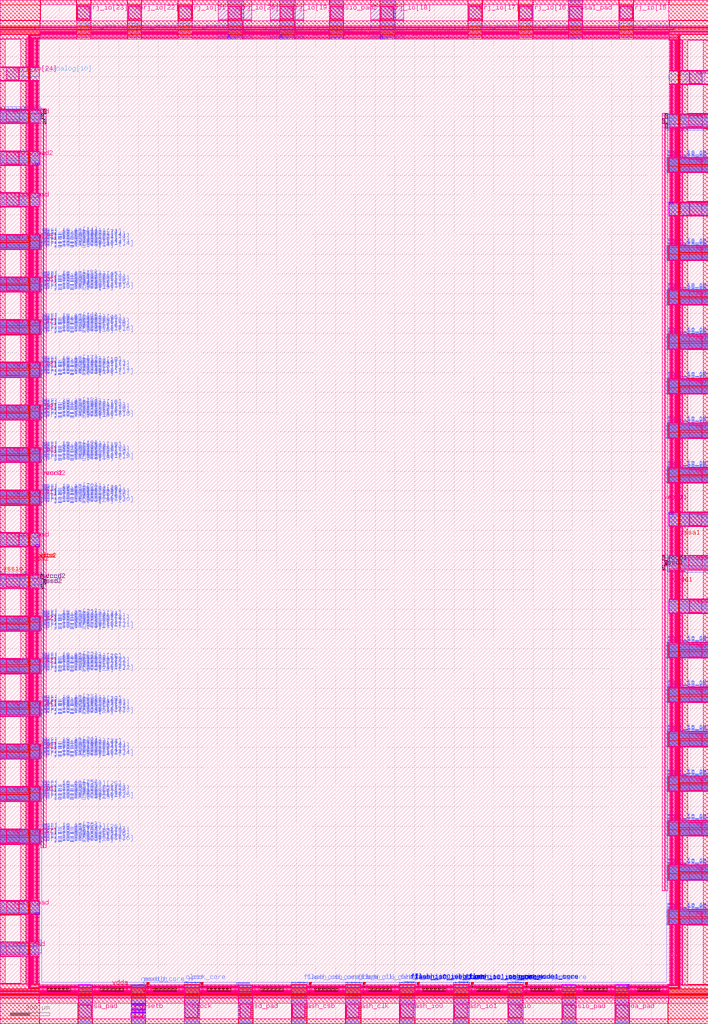
<source format=lef>
VERSION 5.7 ;
  NOWIREEXTENSIONATPIN ON ;
  DIVIDERCHAR "/" ;
  BUSBITCHARS "[]" ;
MACRO chip_io_alt
  CLASS BLOCK ;
  FOREIGN chip_io_alt ;
  ORIGIN 0.000 0.000 ;
  SIZE 3588.000 BY 5188.000 ;
  PIN clock
    DIRECTION INPUT ;
    USE SIGNAL ;
    PORT
      LAYER met5 ;
        RECT 938.200 32.990 1000.800 95.440 ;
    END
  END clock
  PIN clock_core
    DIRECTION OUTPUT TRISTATE ;
    USE SIGNAL ;
    PORT
      LAYER met2 ;
        RECT 936.635 208.565 936.915 210.965 ;
    END
  END clock_core
  PIN por
    DIRECTION INPUT ;
    USE SIGNAL ;
    PORT
      LAYER met2 ;
        RECT 970.215 208.565 970.495 210.965 ;
    END
  END por
  PIN flash_clk
    DIRECTION OUTPUT TRISTATE ;
    USE SIGNAL ;
    PORT
      LAYER met5 ;
        RECT 1755.200 32.990 1817.800 95.440 ;
    END
  END flash_clk
  PIN flash_csb
    DIRECTION OUTPUT TRISTATE ;
    USE SIGNAL ;
    PORT
      LAYER met5 ;
        RECT 1481.200 32.990 1543.800 95.440 ;
    END
  END flash_csb
  PIN flash_io0
    DIRECTION INOUT ;
    USE SIGNAL ;
    PORT
      LAYER met5 ;
        RECT 2029.200 32.990 2091.800 95.440 ;
    END
  END flash_io0
  PIN flash_io0_di_core
    DIRECTION OUTPUT TRISTATE ;
    USE SIGNAL ;
    PORT
      LAYER met2 ;
        RECT 2027.635 208.565 2027.915 210.965 ;
    END
  END flash_io0_di_core
  PIN flash_io0_do_core
    DIRECTION INPUT ;
    USE SIGNAL ;
    PORT
      LAYER met2 ;
        RECT 2082.835 208.565 2083.115 210.965 ;
    END
  END flash_io0_do_core
  PIN flash_io0_ieb_core
    DIRECTION INPUT ;
    USE SIGNAL ;
    PORT
      LAYER met1 ;
        RECT 2046.150 211.680 2046.470 211.740 ;
        RECT 2061.330 211.680 2061.650 211.740 ;
        RECT 2076.970 211.680 2077.290 211.740 ;
        RECT 2046.150 211.540 2077.290 211.680 ;
        RECT 2046.150 211.480 2046.470 211.540 ;
        RECT 2061.330 211.480 2061.650 211.540 ;
        RECT 2076.970 211.480 2077.290 211.540 ;
      LAYER via ;
        RECT 2046.180 211.480 2046.440 211.740 ;
        RECT 2061.360 211.480 2061.620 211.740 ;
        RECT 2077.000 211.480 2077.260 211.740 ;
      LAYER met2 ;
        RECT 2046.180 211.450 2046.440 211.770 ;
        RECT 2061.360 211.450 2061.620 211.770 ;
        RECT 2077.000 211.450 2077.260 211.770 ;
        RECT 2046.240 210.965 2046.380 211.450 ;
        RECT 2061.420 210.965 2061.560 211.450 ;
        RECT 2077.060 210.965 2077.200 211.450 ;
        RECT 2046.035 208.880 2046.380 210.965 ;
        RECT 2061.215 208.880 2061.560 210.965 ;
        RECT 2076.855 208.880 2077.200 210.965 ;
        RECT 2046.035 208.565 2046.315 208.880 ;
        RECT 2061.215 208.565 2061.495 208.880 ;
        RECT 2076.855 208.565 2077.135 208.880 ;
    END
  END flash_io0_ieb_core
  PIN flash_io0_oeb_core
    DIRECTION INPUT ;
    USE SIGNAL ;
    PORT
      LAYER met1 ;
        RECT 2055.350 212.310 2055.670 212.370 ;
        RECT 2098.590 212.310 2098.910 212.370 ;
        RECT 2055.350 212.170 2098.910 212.310 ;
        RECT 2055.350 212.110 2055.670 212.170 ;
        RECT 2098.590 212.110 2098.910 212.170 ;
      LAYER via ;
        RECT 2055.380 212.110 2055.640 212.370 ;
        RECT 2098.620 212.110 2098.880 212.370 ;
      LAYER met2 ;
        RECT 2055.380 212.080 2055.640 212.400 ;
        RECT 2098.620 212.080 2098.880 212.400 ;
        RECT 2055.440 210.965 2055.580 212.080 ;
        RECT 2098.680 210.965 2098.820 212.080 ;
        RECT 2055.235 208.880 2055.580 210.965 ;
        RECT 2098.475 208.880 2098.820 210.965 ;
        RECT 2055.235 208.565 2055.515 208.880 ;
        RECT 2098.475 208.565 2098.755 208.880 ;
    END
  END flash_io0_oeb_core
  PIN flash_io1
    DIRECTION INOUT ;
    USE SIGNAL ;
    PORT
      LAYER met5 ;
        RECT 2303.200 32.990 2365.800 95.440 ;
    END
  END flash_io1
  PIN flash_io1_di_core
    DIRECTION OUTPUT TRISTATE ;
    USE SIGNAL ;
    PORT
      LAYER met2 ;
        RECT 2301.635 208.565 2301.915 210.965 ;
    END
  END flash_io1_di_core
  PIN flash_io1_do_core
    DIRECTION INPUT ;
    USE SIGNAL ;
    PORT
      LAYER met2 ;
        RECT 2356.835 208.565 2357.115 210.965 ;
    END
  END flash_io1_do_core
  PIN flash_io1_ieb_core
    DIRECTION INPUT ;
    USE SIGNAL ;
    PORT
      LAYER met1 ;
        RECT 2320.020 211.620 2320.340 211.680 ;
        RECT 2335.200 211.620 2335.520 211.680 ;
        RECT 2350.835 211.620 2351.155 211.680 ;
        RECT 2320.020 211.480 2351.155 211.620 ;
        RECT 2320.020 211.420 2320.340 211.480 ;
        RECT 2335.200 211.420 2335.520 211.480 ;
        RECT 2350.835 211.420 2351.155 211.480 ;
      LAYER via ;
        RECT 2320.050 211.420 2320.310 211.680 ;
        RECT 2335.230 211.420 2335.490 211.680 ;
        RECT 2350.865 211.420 2351.125 211.680 ;
      LAYER met2 ;
        RECT 2320.050 210.965 2320.310 211.710 ;
        RECT 2335.230 210.965 2335.490 211.710 ;
        RECT 2350.865 210.965 2351.125 211.710 ;
        RECT 2320.035 208.565 2320.315 210.965 ;
        RECT 2335.215 208.565 2335.495 210.965 ;
        RECT 2350.855 208.565 2351.135 210.965 ;
    END
  END flash_io1_ieb_core
  PIN flash_io1_oeb_core
    DIRECTION INPUT ;
    USE SIGNAL ;
    PORT
      LAYER met1 ;
        RECT 2329.050 212.360 2329.370 212.420 ;
        RECT 2372.290 212.360 2372.610 212.420 ;
        RECT 2329.050 212.220 2372.610 212.360 ;
        RECT 2329.050 212.160 2329.370 212.220 ;
        RECT 2372.290 212.160 2372.610 212.220 ;
      LAYER via ;
        RECT 2329.080 212.160 2329.340 212.420 ;
        RECT 2372.320 212.160 2372.580 212.420 ;
      LAYER met2 ;
        RECT 2329.080 212.130 2329.340 212.450 ;
        RECT 2372.320 212.130 2372.580 212.450 ;
        RECT 2329.140 210.965 2329.280 212.130 ;
        RECT 2372.380 210.965 2372.520 212.130 ;
        RECT 2329.140 208.810 2329.515 210.965 ;
        RECT 2372.380 208.810 2372.755 210.965 ;
        RECT 2329.235 208.565 2329.515 208.810 ;
        RECT 2372.475 208.565 2372.755 208.810 ;
    END
  END flash_io1_oeb_core
  PIN gpio
    DIRECTION INOUT ;
    USE SIGNAL ;
    PORT
      LAYER met5 ;
        RECT 2577.200 32.990 2639.800 95.440 ;
    END
  END gpio
  PIN gpio_in_core
    DIRECTION OUTPUT TRISTATE ;
    USE SIGNAL ;
    PORT
      LAYER met2 ;
        RECT 2575.635 208.565 2575.915 210.965 ;
    END
  END gpio_in_core
  PIN gpio_inenb_core
    DIRECTION INPUT ;
    USE SIGNAL ;
    PORT
      LAYER met2 ;
        RECT 2609.215 208.565 2609.495 210.965 ;
    END
  END gpio_inenb_core
  PIN gpio_mode0_core
    DIRECTION INPUT ;
    USE SIGNAL ;
    PORT
      LAYER met2 ;
        RECT 2603.235 208.565 2603.515 210.965 ;
    END
  END gpio_mode0_core
  PIN gpio_out_core
    DIRECTION INPUT ;
    USE SIGNAL ;
    PORT
      LAYER met2 ;
        RECT 2630.835 208.565 2631.115 210.965 ;
    END
  END gpio_out_core
  PIN gpio_outenb_core
    DIRECTION INPUT ;
    USE SIGNAL ;
    PORT
      LAYER met2 ;
        RECT 2646.475 208.565 2646.755 210.965 ;
    END
  END gpio_outenb_core
  PIN vccd_pad
    DIRECTION INOUT ;
    USE SIGNAL ;
    PORT
      LAYER met5 ;
        RECT 30.835 350.270 98.100 404.670 ;
    END
  END vccd_pad
  PIN vdda_pad
    DIRECTION INOUT ;
    USE SIGNAL ;
    PORT
      LAYER met5 ;
        RECT 3121.110 34.055 3181.950 94.880 ;
    END
  END vdda_pad
  PIN vddio_pad
    DIRECTION INOUT ;
    USE SIGNAL ;
    PORT
      LAYER met5 ;
        RECT 34.055 558.050 94.880 618.890 ;
    END
  END vddio_pad
  PIN vddio_pad2
    DIRECTION INOUT ;
    USE SIGNAL ;
    PORT
      LAYER met5 ;
        RECT 34.055 4356.050 94.880 4416.890 ;
    END
  END vddio_pad2
  PIN vssa_pad
    DIRECTION INOUT ;
    USE SIGNAL ;
    PORT
      LAYER met5 ;
        RECT 401.110 34.055 461.950 94.880 ;
    END
  END vssa_pad
  PIN vssd_pad
    DIRECTION INOUT ;
    USE SIGNAL ;
    PORT
      LAYER met5 ;
        RECT 1216.330 30.835 1270.730 98.100 ;
    END
  END vssd_pad
  PIN vssio_pad
    DIRECTION INOUT ;
    USE SIGNAL ;
    PORT
      LAYER met5 ;
        RECT 2852.110 34.055 2912.950 94.880 ;
    END
  END vssio_pad
  PIN vssio_pad2
    DIRECTION INOUT ;
    USE SIGNAL ;
    PORT
      LAYER met5 ;
        RECT 1674.050 5093.120 1734.890 5153.945 ;
    END
  END vssio_pad2
  PIN mprj_io[0]
    DIRECTION INOUT ;
    USE SIGNAL ;
    PORT
      LAYER met5 ;
        RECT 3492.560 506.200 3555.010 568.800 ;
    END
  END mprj_io[0]
  PIN mprj_io_analog_en[0]
    DIRECTION INPUT ;
    USE SIGNAL ;
    PORT
      LAYER met2 ;
        RECT 3377.035 529.015 3379.435 529.295 ;
    END
  END mprj_io_analog_en[0]
  PIN mprj_io_analog_pol[0]
    DIRECTION INPUT ;
    USE SIGNAL ;
    PORT
      LAYER met2 ;
        RECT 3377.035 535.455 3379.435 535.735 ;
    END
  END mprj_io_analog_pol[0]
  PIN mprj_io_analog_sel[0]
    DIRECTION INPUT ;
    USE SIGNAL ;
    PORT
      LAYER met2 ;
        RECT 3377.035 550.635 3379.435 550.915 ;
    END
  END mprj_io_analog_sel[0]
  PIN mprj_io_dm[0]
    DIRECTION INPUT ;
    USE SIGNAL ;
    PORT
      LAYER met2 ;
        RECT 3377.035 532.235 3379.435 532.515 ;
    END
  END mprj_io_dm[0]
  PIN mprj_io_dm[1]
    DIRECTION INPUT ;
    USE SIGNAL ;
    PORT
      LAYER met2 ;
        RECT 3377.035 523.035 3379.435 523.315 ;
    END
  END mprj_io_dm[1]
  PIN mprj_io_dm[2]
    DIRECTION INPUT ;
    USE SIGNAL ;
    PORT
      LAYER met2 ;
        RECT 3377.035 553.855 3379.435 554.135 ;
    END
  END mprj_io_dm[2]
  PIN mprj_io_holdover[0]
    DIRECTION INPUT ;
    USE SIGNAL ;
    PORT
      LAYER met2 ;
        RECT 3377.035 557.075 3379.435 557.355 ;
    END
  END mprj_io_holdover[0]
  PIN mprj_io_ib_mode_sel[0]
    DIRECTION INPUT ;
    USE SIGNAL ;
    PORT
      LAYER met2 ;
        RECT 3377.035 572.255 3379.435 572.535 ;
    END
  END mprj_io_ib_mode_sel[0]
  PIN mprj_io_inp_dis[0]
    DIRECTION INPUT ;
    USE SIGNAL ;
    PORT
      LAYER met2 ;
        RECT 3377.035 538.215 3379.435 538.495 ;
    END
  END mprj_io_inp_dis[0]
  PIN mprj_io_oeb[0]
    DIRECTION INPUT ;
    USE SIGNAL ;
    PORT
      LAYER met2 ;
        RECT 3377.035 575.475 3379.435 575.755 ;
    END
  END mprj_io_oeb[0]
  PIN mprj_io_out[0]
    DIRECTION INPUT ;
    USE SIGNAL ;
    PORT
      LAYER met2 ;
        RECT 3377.035 559.835 3379.435 560.115 ;
    END
  END mprj_io_out[0]
  PIN mprj_io_slow_sel[0]
    DIRECTION INPUT ;
    USE SIGNAL ;
    PORT
      LAYER met2 ;
        RECT 3377.035 513.835 3379.435 514.115 ;
    END
  END mprj_io_slow_sel[0]
  PIN mprj_io_vtrip_sel[0]
    DIRECTION INPUT ;
    USE SIGNAL ;
    PORT
      LAYER met2 ;
        RECT 3377.035 569.035 3379.435 569.315 ;
    END
  END mprj_io_vtrip_sel[0]
  PIN mprj_io_in[0]
    DIRECTION OUTPUT TRISTATE ;
    USE SIGNAL ;
    PORT
      LAYER met2 ;
        RECT 3377.035 504.635 3379.435 504.915 ;
    END
  END mprj_io_in[0]
  PIN mprj_io_in_3v3[0]
    DIRECTION OUTPUT TRISTATE ;
    USE SIGNAL ;
    PORT
      LAYER met2 ;
        RECT 3377.035 578.235 3379.435 578.515 ;
    END
  END mprj_io_in_3v3[0]
  PIN mprj_gpio_analog[3]
    DIRECTION INOUT ;
    USE SIGNAL ;
    PORT
      LAYER met2 ;
        RECT 3377.035 3433.055 3379.435 3433.335 ;
    END
  END mprj_gpio_analog[3]
  PIN mprj_gpio_noesd[3]
    DIRECTION INOUT ;
    USE SIGNAL ;
    PORT
      LAYER met2 ;
        RECT 3377.035 3442.255 3379.435 3442.535 ;
    END
  END mprj_gpio_noesd[3]
  PIN mprj_io[10]
    DIRECTION INOUT ;
    USE SIGNAL ;
    PORT
      LAYER met5 ;
        RECT 3492.560 3422.200 3555.010 3484.800 ;
    END
  END mprj_io[10]
  PIN mprj_io_analog_en[10]
    DIRECTION INPUT ;
    USE SIGNAL ;
    PORT
      LAYER met2 ;
        RECT 3377.035 3445.015 3379.435 3445.295 ;
    END
  END mprj_io_analog_en[10]
  PIN mprj_io_analog_pol[10]
    DIRECTION INPUT ;
    USE SIGNAL ;
    PORT
      LAYER met2 ;
        RECT 3377.035 3451.455 3379.435 3451.735 ;
    END
  END mprj_io_analog_pol[10]
  PIN mprj_io_analog_sel[10]
    DIRECTION INPUT ;
    USE SIGNAL ;
    PORT
      LAYER met2 ;
        RECT 3377.035 3466.635 3379.435 3466.915 ;
    END
  END mprj_io_analog_sel[10]
  PIN mprj_io_dm[30]
    DIRECTION INPUT ;
    USE SIGNAL ;
    PORT
      LAYER met2 ;
        RECT 3377.035 3448.235 3379.435 3448.515 ;
    END
  END mprj_io_dm[30]
  PIN mprj_io_dm[31]
    DIRECTION INPUT ;
    USE SIGNAL ;
    PORT
      LAYER met2 ;
        RECT 3377.035 3439.035 3379.435 3439.315 ;
    END
  END mprj_io_dm[31]
  PIN mprj_io_dm[32]
    DIRECTION INPUT ;
    USE SIGNAL ;
    PORT
      LAYER met2 ;
        RECT 3377.035 3469.855 3379.435 3470.135 ;
    END
  END mprj_io_dm[32]
  PIN mprj_io_holdover[10]
    DIRECTION INPUT ;
    USE SIGNAL ;
    PORT
      LAYER met2 ;
        RECT 3377.035 3473.075 3379.435 3473.355 ;
    END
  END mprj_io_holdover[10]
  PIN mprj_io_ib_mode_sel[10]
    DIRECTION INPUT ;
    USE SIGNAL ;
    PORT
      LAYER met2 ;
        RECT 3377.035 3488.255 3379.435 3488.535 ;
    END
  END mprj_io_ib_mode_sel[10]
  PIN mprj_io_inp_dis[10]
    DIRECTION INPUT ;
    USE SIGNAL ;
    PORT
      LAYER met2 ;
        RECT 3377.035 3454.215 3379.435 3454.495 ;
    END
  END mprj_io_inp_dis[10]
  PIN mprj_io_oeb[10]
    DIRECTION INPUT ;
    USE SIGNAL ;
    PORT
      LAYER met2 ;
        RECT 3377.035 3491.475 3379.435 3491.755 ;
    END
  END mprj_io_oeb[10]
  PIN mprj_io_out[10]
    DIRECTION INPUT ;
    USE SIGNAL ;
    PORT
      LAYER met2 ;
        RECT 3377.035 3475.835 3379.435 3476.115 ;
    END
  END mprj_io_out[10]
  PIN mprj_io_slow_sel[10]
    DIRECTION INPUT ;
    USE SIGNAL ;
    PORT
      LAYER met2 ;
        RECT 3377.035 3429.835 3379.435 3430.115 ;
    END
  END mprj_io_slow_sel[10]
  PIN mprj_io_vtrip_sel[10]
    DIRECTION INPUT ;
    USE SIGNAL ;
    PORT
      LAYER met2 ;
        RECT 3377.035 3485.035 3379.435 3485.315 ;
    END
  END mprj_io_vtrip_sel[10]
  PIN mprj_io_in[10]
    DIRECTION OUTPUT TRISTATE ;
    USE SIGNAL ;
    PORT
      LAYER met2 ;
        RECT 3377.035 3420.635 3379.435 3420.915 ;
    END
  END mprj_io_in[10]
  PIN mprj_io_in_3v3[10]
    DIRECTION OUTPUT TRISTATE ;
    USE SIGNAL ;
    PORT
      LAYER met2 ;
        RECT 3377.035 3494.235 3379.435 3494.515 ;
    END
  END mprj_io_in_3v3[10]
  PIN mprj_gpio_analog[4]
    DIRECTION INOUT ;
    USE SIGNAL ;
    PORT
      LAYER met2 ;
        RECT 3377.035 3658.055 3379.435 3658.335 ;
    END
  END mprj_gpio_analog[4]
  PIN mprj_gpio_noesd[4]
    DIRECTION INOUT ;
    USE SIGNAL ;
    PORT
      LAYER met2 ;
        RECT 3377.035 3667.255 3379.435 3667.535 ;
    END
  END mprj_gpio_noesd[4]
  PIN mprj_io[11]
    DIRECTION INOUT ;
    USE SIGNAL ;
    PORT
      LAYER met5 ;
        RECT 3492.560 3647.200 3555.010 3709.800 ;
    END
  END mprj_io[11]
  PIN mprj_io_analog_en[11]
    DIRECTION INPUT ;
    USE SIGNAL ;
    PORT
      LAYER met2 ;
        RECT 3377.035 3670.015 3379.435 3670.295 ;
    END
  END mprj_io_analog_en[11]
  PIN mprj_io_analog_pol[11]
    DIRECTION INPUT ;
    USE SIGNAL ;
    PORT
      LAYER met2 ;
        RECT 3377.035 3676.455 3379.435 3676.735 ;
    END
  END mprj_io_analog_pol[11]
  PIN mprj_io_analog_sel[11]
    DIRECTION INPUT ;
    USE SIGNAL ;
    PORT
      LAYER met2 ;
        RECT 3377.035 3691.635 3379.435 3691.915 ;
    END
  END mprj_io_analog_sel[11]
  PIN mprj_io_dm[33]
    DIRECTION INPUT ;
    USE SIGNAL ;
    PORT
      LAYER met2 ;
        RECT 3377.035 3673.235 3379.435 3673.515 ;
    END
  END mprj_io_dm[33]
  PIN mprj_io_dm[34]
    DIRECTION INPUT ;
    USE SIGNAL ;
    PORT
      LAYER met2 ;
        RECT 3377.035 3664.035 3379.435 3664.315 ;
    END
  END mprj_io_dm[34]
  PIN mprj_io_dm[35]
    DIRECTION INPUT ;
    USE SIGNAL ;
    PORT
      LAYER met2 ;
        RECT 3377.035 3694.855 3379.435 3695.135 ;
    END
  END mprj_io_dm[35]
  PIN mprj_io_holdover[11]
    DIRECTION INPUT ;
    USE SIGNAL ;
    PORT
      LAYER met2 ;
        RECT 3377.035 3698.075 3379.435 3698.355 ;
    END
  END mprj_io_holdover[11]
  PIN mprj_io_ib_mode_sel[11]
    DIRECTION INPUT ;
    USE SIGNAL ;
    PORT
      LAYER met2 ;
        RECT 3377.035 3713.255 3379.435 3713.535 ;
    END
  END mprj_io_ib_mode_sel[11]
  PIN mprj_io_inp_dis[11]
    DIRECTION INPUT ;
    USE SIGNAL ;
    PORT
      LAYER met2 ;
        RECT 3377.035 3679.215 3379.435 3679.495 ;
    END
  END mprj_io_inp_dis[11]
  PIN mprj_io_oeb[11]
    DIRECTION INPUT ;
    USE SIGNAL ;
    PORT
      LAYER met2 ;
        RECT 3377.035 3716.475 3379.435 3716.755 ;
    END
  END mprj_io_oeb[11]
  PIN mprj_io_out[11]
    DIRECTION INPUT ;
    USE SIGNAL ;
    PORT
      LAYER met2 ;
        RECT 3377.035 3700.835 3379.435 3701.115 ;
    END
  END mprj_io_out[11]
  PIN mprj_io_slow_sel[11]
    DIRECTION INPUT ;
    USE SIGNAL ;
    PORT
      LAYER met2 ;
        RECT 3377.035 3654.835 3379.435 3655.115 ;
    END
  END mprj_io_slow_sel[11]
  PIN mprj_io_vtrip_sel[11]
    DIRECTION INPUT ;
    USE SIGNAL ;
    PORT
      LAYER met2 ;
        RECT 3377.035 3710.035 3379.435 3710.315 ;
    END
  END mprj_io_vtrip_sel[11]
  PIN mprj_io_in[11]
    DIRECTION OUTPUT TRISTATE ;
    USE SIGNAL ;
    PORT
      LAYER met2 ;
        RECT 3377.035 3645.635 3379.435 3645.915 ;
    END
  END mprj_io_in[11]
  PIN mprj_io_in_3v3[11]
    DIRECTION OUTPUT TRISTATE ;
    USE SIGNAL ;
    PORT
      LAYER met2 ;
        RECT 3377.035 3719.235 3379.435 3719.515 ;
    END
  END mprj_io_in_3v3[11]
  PIN mprj_gpio_analog[5]
    DIRECTION INOUT ;
    USE SIGNAL ;
    PORT
      LAYER met2 ;
        RECT 3377.035 3883.055 3379.435 3883.335 ;
    END
  END mprj_gpio_analog[5]
  PIN mprj_gpio_noesd[5]
    DIRECTION INOUT ;
    USE SIGNAL ;
    PORT
      LAYER met2 ;
        RECT 3377.035 3892.255 3379.435 3892.535 ;
    END
  END mprj_gpio_noesd[5]
  PIN mprj_io[12]
    DIRECTION INOUT ;
    USE SIGNAL ;
    PORT
      LAYER met5 ;
        RECT 3492.560 3872.200 3555.010 3934.800 ;
    END
  END mprj_io[12]
  PIN mprj_io_analog_en[12]
    DIRECTION INPUT ;
    USE SIGNAL ;
    PORT
      LAYER met2 ;
        RECT 3377.035 3895.015 3379.435 3895.295 ;
    END
  END mprj_io_analog_en[12]
  PIN mprj_io_analog_pol[12]
    DIRECTION INPUT ;
    USE SIGNAL ;
    PORT
      LAYER met2 ;
        RECT 3377.035 3901.455 3379.435 3901.735 ;
    END
  END mprj_io_analog_pol[12]
  PIN mprj_io_analog_sel[12]
    DIRECTION INPUT ;
    USE SIGNAL ;
    PORT
      LAYER met2 ;
        RECT 3377.035 3916.635 3379.435 3916.915 ;
    END
  END mprj_io_analog_sel[12]
  PIN mprj_io_dm[36]
    DIRECTION INPUT ;
    USE SIGNAL ;
    PORT
      LAYER met2 ;
        RECT 3377.035 3898.235 3379.435 3898.515 ;
    END
  END mprj_io_dm[36]
  PIN mprj_io_dm[37]
    DIRECTION INPUT ;
    USE SIGNAL ;
    PORT
      LAYER met2 ;
        RECT 3377.035 3889.035 3379.435 3889.315 ;
    END
  END mprj_io_dm[37]
  PIN mprj_io_dm[38]
    DIRECTION INPUT ;
    USE SIGNAL ;
    PORT
      LAYER met2 ;
        RECT 3377.035 3919.855 3379.435 3920.135 ;
    END
  END mprj_io_dm[38]
  PIN mprj_io_holdover[12]
    DIRECTION INPUT ;
    USE SIGNAL ;
    PORT
      LAYER met2 ;
        RECT 3377.035 3923.075 3379.435 3923.355 ;
    END
  END mprj_io_holdover[12]
  PIN mprj_io_ib_mode_sel[12]
    DIRECTION INPUT ;
    USE SIGNAL ;
    PORT
      LAYER met2 ;
        RECT 3377.035 3938.255 3379.435 3938.535 ;
    END
  END mprj_io_ib_mode_sel[12]
  PIN mprj_io_inp_dis[12]
    DIRECTION INPUT ;
    USE SIGNAL ;
    PORT
      LAYER met2 ;
        RECT 3377.035 3904.215 3379.435 3904.495 ;
    END
  END mprj_io_inp_dis[12]
  PIN mprj_io_oeb[12]
    DIRECTION INPUT ;
    USE SIGNAL ;
    PORT
      LAYER met2 ;
        RECT 3377.035 3941.475 3379.435 3941.755 ;
    END
  END mprj_io_oeb[12]
  PIN mprj_io_out[12]
    DIRECTION INPUT ;
    USE SIGNAL ;
    PORT
      LAYER met2 ;
        RECT 3377.035 3925.835 3379.435 3926.115 ;
    END
  END mprj_io_out[12]
  PIN mprj_io_slow_sel[12]
    DIRECTION INPUT ;
    USE SIGNAL ;
    PORT
      LAYER met2 ;
        RECT 3377.035 3879.835 3379.435 3880.115 ;
    END
  END mprj_io_slow_sel[12]
  PIN mprj_io_vtrip_sel[12]
    DIRECTION INPUT ;
    USE SIGNAL ;
    PORT
      LAYER met2 ;
        RECT 3377.035 3935.035 3379.435 3935.315 ;
    END
  END mprj_io_vtrip_sel[12]
  PIN mprj_io_in[12]
    DIRECTION OUTPUT TRISTATE ;
    USE SIGNAL ;
    PORT
      LAYER met2 ;
        RECT 3377.035 3870.635 3379.435 3870.915 ;
    END
  END mprj_io_in[12]
  PIN mprj_io_in_3v3[12]
    DIRECTION OUTPUT TRISTATE ;
    USE SIGNAL ;
    PORT
      LAYER met2 ;
        RECT 3377.035 3944.235 3379.435 3944.515 ;
    END
  END mprj_io_in_3v3[12]
  PIN mprj_gpio_analog[6]
    DIRECTION INOUT ;
    USE SIGNAL ;
    PORT
      LAYER met2 ;
        RECT 3377.035 4329.055 3379.435 4329.335 ;
    END
  END mprj_gpio_analog[6]
  PIN mprj_gpio_noesd[6]
    DIRECTION INOUT ;
    USE SIGNAL ;
    PORT
      LAYER met2 ;
        RECT 3377.035 4338.255 3379.435 4338.535 ;
    END
  END mprj_gpio_noesd[6]
  PIN mprj_io[13]
    DIRECTION INOUT ;
    USE SIGNAL ;
    PORT
      LAYER met5 ;
        RECT 3492.560 4318.200 3555.010 4380.800 ;
    END
  END mprj_io[13]
  PIN mprj_io_analog_en[13]
    DIRECTION INPUT ;
    USE SIGNAL ;
    PORT
      LAYER met2 ;
        RECT 3377.035 4341.015 3379.435 4341.295 ;
    END
  END mprj_io_analog_en[13]
  PIN mprj_io_analog_pol[13]
    DIRECTION INPUT ;
    USE SIGNAL ;
    PORT
      LAYER met2 ;
        RECT 3377.035 4347.455 3379.435 4347.735 ;
    END
  END mprj_io_analog_pol[13]
  PIN mprj_io_analog_sel[13]
    DIRECTION INPUT ;
    USE SIGNAL ;
    PORT
      LAYER met2 ;
        RECT 3377.035 4362.635 3379.435 4362.915 ;
    END
  END mprj_io_analog_sel[13]
  PIN mprj_io_dm[39]
    DIRECTION INPUT ;
    USE SIGNAL ;
    PORT
      LAYER met2 ;
        RECT 3377.035 4344.235 3379.435 4344.515 ;
    END
  END mprj_io_dm[39]
  PIN mprj_io_dm[40]
    DIRECTION INPUT ;
    USE SIGNAL ;
    PORT
      LAYER met2 ;
        RECT 3377.035 4335.035 3379.435 4335.315 ;
    END
  END mprj_io_dm[40]
  PIN mprj_io_dm[41]
    DIRECTION INPUT ;
    USE SIGNAL ;
    PORT
      LAYER met2 ;
        RECT 3377.035 4365.855 3379.435 4366.135 ;
    END
  END mprj_io_dm[41]
  PIN mprj_io_holdover[13]
    DIRECTION INPUT ;
    USE SIGNAL ;
    PORT
      LAYER met2 ;
        RECT 3377.035 4369.075 3379.435 4369.355 ;
    END
  END mprj_io_holdover[13]
  PIN mprj_io_ib_mode_sel[13]
    DIRECTION INPUT ;
    USE SIGNAL ;
    PORT
      LAYER met2 ;
        RECT 3377.035 4384.255 3379.435 4384.535 ;
    END
  END mprj_io_ib_mode_sel[13]
  PIN mprj_io_inp_dis[13]
    DIRECTION INPUT ;
    USE SIGNAL ;
    PORT
      LAYER met2 ;
        RECT 3377.035 4350.215 3379.435 4350.495 ;
    END
  END mprj_io_inp_dis[13]
  PIN mprj_io_oeb[13]
    DIRECTION INPUT ;
    USE SIGNAL ;
    PORT
      LAYER met2 ;
        RECT 3377.035 4387.475 3379.435 4387.755 ;
    END
  END mprj_io_oeb[13]
  PIN mprj_io_out[13]
    DIRECTION INPUT ;
    USE SIGNAL ;
    PORT
      LAYER met2 ;
        RECT 3377.035 4371.835 3379.435 4372.115 ;
    END
  END mprj_io_out[13]
  PIN mprj_io_slow_sel[13]
    DIRECTION INPUT ;
    USE SIGNAL ;
    PORT
      LAYER met2 ;
        RECT 3377.035 4325.835 3379.435 4326.115 ;
    END
  END mprj_io_slow_sel[13]
  PIN mprj_io_vtrip_sel[13]
    DIRECTION INPUT ;
    USE SIGNAL ;
    PORT
      LAYER met2 ;
        RECT 3377.035 4381.035 3379.435 4381.315 ;
    END
  END mprj_io_vtrip_sel[13]
  PIN mprj_io_in[13]
    DIRECTION OUTPUT TRISTATE ;
    USE SIGNAL ;
    PORT
      LAYER met2 ;
        RECT 3377.035 4316.635 3379.435 4316.915 ;
    END
  END mprj_io_in[13]
  PIN mprj_io_in_3v3[13]
    DIRECTION OUTPUT TRISTATE ;
    USE SIGNAL ;
    PORT
      LAYER met2 ;
        RECT 3377.035 4390.235 3379.435 4390.515 ;
    END
  END mprj_io_in_3v3[13]
  PIN mprj_io[1]
    DIRECTION INOUT ;
    USE SIGNAL ;
    PORT
      LAYER met5 ;
        RECT 3492.560 732.200 3555.010 794.800 ;
    END
  END mprj_io[1]
  PIN mprj_io_analog_en[1]
    DIRECTION INPUT ;
    USE SIGNAL ;
    PORT
      LAYER met2 ;
        RECT 3377.035 755.015 3379.435 755.295 ;
    END
  END mprj_io_analog_en[1]
  PIN mprj_io_analog_pol[1]
    DIRECTION INPUT ;
    USE SIGNAL ;
    PORT
      LAYER met2 ;
        RECT 3377.035 761.455 3379.435 761.735 ;
    END
  END mprj_io_analog_pol[1]
  PIN mprj_io_analog_sel[1]
    DIRECTION INPUT ;
    USE SIGNAL ;
    PORT
      LAYER met2 ;
        RECT 3377.035 776.635 3379.435 776.915 ;
    END
  END mprj_io_analog_sel[1]
  PIN mprj_io_dm[3]
    DIRECTION INPUT ;
    USE SIGNAL ;
    PORT
      LAYER met2 ;
        RECT 3377.035 758.235 3379.435 758.515 ;
    END
  END mprj_io_dm[3]
  PIN mprj_io_dm[4]
    DIRECTION INPUT ;
    USE SIGNAL ;
    PORT
      LAYER met2 ;
        RECT 3377.035 749.035 3379.435 749.315 ;
    END
  END mprj_io_dm[4]
  PIN mprj_io_dm[5]
    DIRECTION INPUT ;
    USE SIGNAL ;
    PORT
      LAYER met2 ;
        RECT 3377.035 779.855 3379.435 780.135 ;
    END
  END mprj_io_dm[5]
  PIN mprj_io_holdover[1]
    DIRECTION INPUT ;
    USE SIGNAL ;
    PORT
      LAYER met2 ;
        RECT 3377.035 783.075 3379.435 783.355 ;
    END
  END mprj_io_holdover[1]
  PIN mprj_io_ib_mode_sel[1]
    DIRECTION INPUT ;
    USE SIGNAL ;
    PORT
      LAYER met2 ;
        RECT 3377.035 798.255 3379.435 798.535 ;
    END
  END mprj_io_ib_mode_sel[1]
  PIN mprj_io_inp_dis[1]
    DIRECTION INPUT ;
    USE SIGNAL ;
    PORT
      LAYER met2 ;
        RECT 3377.035 764.215 3379.435 764.495 ;
    END
  END mprj_io_inp_dis[1]
  PIN mprj_io_oeb[1]
    DIRECTION INPUT ;
    USE SIGNAL ;
    PORT
      LAYER met2 ;
        RECT 3377.035 801.475 3379.435 801.755 ;
    END
  END mprj_io_oeb[1]
  PIN mprj_io_out[1]
    DIRECTION INPUT ;
    USE SIGNAL ;
    PORT
      LAYER met2 ;
        RECT 3377.035 785.835 3379.435 786.115 ;
    END
  END mprj_io_out[1]
  PIN mprj_io_slow_sel[1]
    DIRECTION INPUT ;
    USE SIGNAL ;
    PORT
      LAYER met2 ;
        RECT 3377.035 739.835 3379.435 740.115 ;
    END
  END mprj_io_slow_sel[1]
  PIN mprj_io_vtrip_sel[1]
    DIRECTION INPUT ;
    USE SIGNAL ;
    PORT
      LAYER met2 ;
        RECT 3377.035 795.035 3379.435 795.315 ;
    END
  END mprj_io_vtrip_sel[1]
  PIN mprj_io_in[1]
    DIRECTION OUTPUT TRISTATE ;
    USE SIGNAL ;
    PORT
      LAYER met2 ;
        RECT 3377.035 730.635 3379.435 730.915 ;
    END
  END mprj_io_in[1]
  PIN mprj_io_in_3v3[1]
    DIRECTION OUTPUT TRISTATE ;
    USE SIGNAL ;
    PORT
      LAYER met2 ;
        RECT 3377.035 804.235 3379.435 804.515 ;
    END
  END mprj_io_in_3v3[1]
  PIN mprj_io[2]
    DIRECTION INOUT ;
    USE SIGNAL ;
    PORT
      LAYER met5 ;
        RECT 3492.560 957.200 3555.010 1019.800 ;
    END
  END mprj_io[2]
  PIN mprj_io_analog_en[2]
    DIRECTION INPUT ;
    USE SIGNAL ;
    PORT
      LAYER met2 ;
        RECT 3377.035 980.015 3379.435 980.295 ;
    END
  END mprj_io_analog_en[2]
  PIN mprj_io_analog_pol[2]
    DIRECTION INPUT ;
    USE SIGNAL ;
    PORT
      LAYER met2 ;
        RECT 3377.035 986.455 3379.435 986.735 ;
    END
  END mprj_io_analog_pol[2]
  PIN mprj_io_analog_sel[2]
    DIRECTION INPUT ;
    USE SIGNAL ;
    PORT
      LAYER met2 ;
        RECT 3377.035 1001.635 3379.435 1001.915 ;
    END
  END mprj_io_analog_sel[2]
  PIN mprj_io_dm[6]
    DIRECTION INPUT ;
    USE SIGNAL ;
    PORT
      LAYER met2 ;
        RECT 3377.035 983.235 3379.435 983.515 ;
    END
  END mprj_io_dm[6]
  PIN mprj_io_dm[7]
    DIRECTION INPUT ;
    USE SIGNAL ;
    PORT
      LAYER met2 ;
        RECT 3377.035 974.035 3379.435 974.315 ;
    END
  END mprj_io_dm[7]
  PIN mprj_io_dm[8]
    DIRECTION INPUT ;
    USE SIGNAL ;
    PORT
      LAYER met2 ;
        RECT 3377.035 1004.855 3379.435 1005.135 ;
    END
  END mprj_io_dm[8]
  PIN mprj_io_holdover[2]
    DIRECTION INPUT ;
    USE SIGNAL ;
    PORT
      LAYER met2 ;
        RECT 3377.035 1008.075 3379.435 1008.355 ;
    END
  END mprj_io_holdover[2]
  PIN mprj_io_ib_mode_sel[2]
    DIRECTION INPUT ;
    USE SIGNAL ;
    PORT
      LAYER met2 ;
        RECT 3377.035 1023.255 3379.435 1023.535 ;
    END
  END mprj_io_ib_mode_sel[2]
  PIN mprj_io_inp_dis[2]
    DIRECTION INPUT ;
    USE SIGNAL ;
    PORT
      LAYER met2 ;
        RECT 3377.035 989.215 3379.435 989.495 ;
    END
  END mprj_io_inp_dis[2]
  PIN mprj_io_oeb[2]
    DIRECTION INPUT ;
    USE SIGNAL ;
    PORT
      LAYER met2 ;
        RECT 3377.035 1026.475 3379.435 1026.755 ;
    END
  END mprj_io_oeb[2]
  PIN mprj_io_out[2]
    DIRECTION INPUT ;
    USE SIGNAL ;
    PORT
      LAYER met2 ;
        RECT 3377.035 1010.835 3379.435 1011.115 ;
    END
  END mprj_io_out[2]
  PIN mprj_io_slow_sel[2]
    DIRECTION INPUT ;
    USE SIGNAL ;
    PORT
      LAYER met2 ;
        RECT 3377.035 964.835 3379.435 965.115 ;
    END
  END mprj_io_slow_sel[2]
  PIN mprj_io_vtrip_sel[2]
    DIRECTION INPUT ;
    USE SIGNAL ;
    PORT
      LAYER met2 ;
        RECT 3377.035 1020.035 3379.435 1020.315 ;
    END
  END mprj_io_vtrip_sel[2]
  PIN mprj_io_in[2]
    DIRECTION OUTPUT TRISTATE ;
    USE SIGNAL ;
    PORT
      LAYER met2 ;
        RECT 3377.035 955.635 3379.435 955.915 ;
    END
  END mprj_io_in[2]
  PIN mprj_io_in_3v3[2]
    DIRECTION OUTPUT TRISTATE ;
    USE SIGNAL ;
    PORT
      LAYER met2 ;
        RECT 3377.035 1029.235 3379.435 1029.515 ;
    END
  END mprj_io_in_3v3[2]
  PIN mprj_io[3]
    DIRECTION INOUT ;
    USE SIGNAL ;
    PORT
      LAYER met5 ;
        RECT 3492.560 1183.200 3555.010 1245.800 ;
    END
  END mprj_io[3]
  PIN mprj_io_analog_en[3]
    DIRECTION INPUT ;
    USE SIGNAL ;
    PORT
      LAYER met2 ;
        RECT 3377.035 1206.015 3379.435 1206.295 ;
    END
  END mprj_io_analog_en[3]
  PIN mprj_io_analog_pol[3]
    DIRECTION INPUT ;
    USE SIGNAL ;
    PORT
      LAYER met2 ;
        RECT 3377.035 1212.455 3379.435 1212.735 ;
    END
  END mprj_io_analog_pol[3]
  PIN mprj_io_analog_sel[3]
    DIRECTION INPUT ;
    USE SIGNAL ;
    PORT
      LAYER met2 ;
        RECT 3377.035 1227.635 3379.435 1227.915 ;
    END
  END mprj_io_analog_sel[3]
  PIN mprj_io_dm[10]
    DIRECTION INPUT ;
    USE SIGNAL ;
    PORT
      LAYER met2 ;
        RECT 3377.035 1200.035 3379.435 1200.315 ;
    END
  END mprj_io_dm[10]
  PIN mprj_io_dm[11]
    DIRECTION INPUT ;
    USE SIGNAL ;
    PORT
      LAYER met2 ;
        RECT 3377.035 1230.855 3379.435 1231.135 ;
    END
  END mprj_io_dm[11]
  PIN mprj_io_dm[9]
    DIRECTION INPUT ;
    USE SIGNAL ;
    PORT
      LAYER met2 ;
        RECT 3377.035 1209.235 3379.435 1209.515 ;
    END
  END mprj_io_dm[9]
  PIN mprj_io_holdover[3]
    DIRECTION INPUT ;
    USE SIGNAL ;
    PORT
      LAYER met2 ;
        RECT 3377.035 1234.075 3379.435 1234.355 ;
    END
  END mprj_io_holdover[3]
  PIN mprj_io_ib_mode_sel[3]
    DIRECTION INPUT ;
    USE SIGNAL ;
    PORT
      LAYER met2 ;
        RECT 3377.035 1249.255 3379.435 1249.535 ;
    END
  END mprj_io_ib_mode_sel[3]
  PIN mprj_io_inp_dis[3]
    DIRECTION INPUT ;
    USE SIGNAL ;
    PORT
      LAYER met2 ;
        RECT 3377.035 1215.215 3379.435 1215.495 ;
    END
  END mprj_io_inp_dis[3]
  PIN mprj_io_oeb[3]
    DIRECTION INPUT ;
    USE SIGNAL ;
    PORT
      LAYER met2 ;
        RECT 3377.035 1252.475 3379.435 1252.755 ;
    END
  END mprj_io_oeb[3]
  PIN mprj_io_out[3]
    DIRECTION INPUT ;
    USE SIGNAL ;
    PORT
      LAYER met2 ;
        RECT 3377.035 1236.835 3379.435 1237.115 ;
    END
  END mprj_io_out[3]
  PIN mprj_io_slow_sel[3]
    DIRECTION INPUT ;
    USE SIGNAL ;
    PORT
      LAYER met2 ;
        RECT 3377.035 1190.835 3379.435 1191.115 ;
    END
  END mprj_io_slow_sel[3]
  PIN mprj_io_vtrip_sel[3]
    DIRECTION INPUT ;
    USE SIGNAL ;
    PORT
      LAYER met2 ;
        RECT 3377.035 1246.035 3379.435 1246.315 ;
    END
  END mprj_io_vtrip_sel[3]
  PIN mprj_io_in[3]
    DIRECTION OUTPUT TRISTATE ;
    USE SIGNAL ;
    PORT
      LAYER met2 ;
        RECT 3377.035 1181.635 3379.435 1181.915 ;
    END
  END mprj_io_in[3]
  PIN mprj_io_in_3v3[3]
    DIRECTION OUTPUT TRISTATE ;
    USE SIGNAL ;
    PORT
      LAYER met2 ;
        RECT 3377.035 1255.235 3379.435 1255.515 ;
    END
  END mprj_io_in_3v3[3]
  PIN mprj_io[4]
    DIRECTION INOUT ;
    USE SIGNAL ;
    PORT
      LAYER met5 ;
        RECT 3492.560 1408.200 3555.010 1470.800 ;
    END
  END mprj_io[4]
  PIN mprj_io_analog_en[4]
    DIRECTION INPUT ;
    USE SIGNAL ;
    PORT
      LAYER met2 ;
        RECT 3377.035 1431.015 3379.435 1431.295 ;
    END
  END mprj_io_analog_en[4]
  PIN mprj_io_analog_pol[4]
    DIRECTION INPUT ;
    USE SIGNAL ;
    PORT
      LAYER met2 ;
        RECT 3377.035 1437.455 3379.435 1437.735 ;
    END
  END mprj_io_analog_pol[4]
  PIN mprj_io_analog_sel[4]
    DIRECTION INPUT ;
    USE SIGNAL ;
    PORT
      LAYER met2 ;
        RECT 3377.035 1452.635 3379.435 1452.915 ;
    END
  END mprj_io_analog_sel[4]
  PIN mprj_io_dm[12]
    DIRECTION INPUT ;
    USE SIGNAL ;
    PORT
      LAYER met2 ;
        RECT 3377.035 1434.235 3379.435 1434.515 ;
    END
  END mprj_io_dm[12]
  PIN mprj_io_dm[13]
    DIRECTION INPUT ;
    USE SIGNAL ;
    PORT
      LAYER met2 ;
        RECT 3377.035 1425.035 3379.435 1425.315 ;
    END
  END mprj_io_dm[13]
  PIN mprj_io_dm[14]
    DIRECTION INPUT ;
    USE SIGNAL ;
    PORT
      LAYER met2 ;
        RECT 3377.035 1455.855 3379.435 1456.135 ;
    END
  END mprj_io_dm[14]
  PIN mprj_io_holdover[4]
    DIRECTION INPUT ;
    USE SIGNAL ;
    PORT
      LAYER met2 ;
        RECT 3377.035 1459.075 3379.435 1459.355 ;
    END
  END mprj_io_holdover[4]
  PIN mprj_io_ib_mode_sel[4]
    DIRECTION INPUT ;
    USE SIGNAL ;
    PORT
      LAYER met2 ;
        RECT 3377.035 1474.255 3379.435 1474.535 ;
    END
  END mprj_io_ib_mode_sel[4]
  PIN mprj_io_inp_dis[4]
    DIRECTION INPUT ;
    USE SIGNAL ;
    PORT
      LAYER met2 ;
        RECT 3377.035 1440.215 3379.435 1440.495 ;
    END
  END mprj_io_inp_dis[4]
  PIN mprj_io_oeb[4]
    DIRECTION INPUT ;
    USE SIGNAL ;
    PORT
      LAYER met2 ;
        RECT 3377.035 1477.475 3379.435 1477.755 ;
    END
  END mprj_io_oeb[4]
  PIN mprj_io_out[4]
    DIRECTION INPUT ;
    USE SIGNAL ;
    PORT
      LAYER met2 ;
        RECT 3377.035 1461.835 3379.435 1462.115 ;
    END
  END mprj_io_out[4]
  PIN mprj_io_slow_sel[4]
    DIRECTION INPUT ;
    USE SIGNAL ;
    PORT
      LAYER met2 ;
        RECT 3377.035 1415.835 3379.435 1416.115 ;
    END
  END mprj_io_slow_sel[4]
  PIN mprj_io_vtrip_sel[4]
    DIRECTION INPUT ;
    USE SIGNAL ;
    PORT
      LAYER met2 ;
        RECT 3377.035 1471.035 3379.435 1471.315 ;
    END
  END mprj_io_vtrip_sel[4]
  PIN mprj_io_in[4]
    DIRECTION OUTPUT TRISTATE ;
    USE SIGNAL ;
    PORT
      LAYER met2 ;
        RECT 3377.035 1406.635 3379.435 1406.915 ;
    END
  END mprj_io_in[4]
  PIN mprj_io_in_3v3[4]
    DIRECTION OUTPUT TRISTATE ;
    USE SIGNAL ;
    PORT
      LAYER met2 ;
        RECT 3377.035 1480.235 3379.435 1480.515 ;
    END
  END mprj_io_in_3v3[4]
  PIN mprj_io[5]
    DIRECTION INOUT ;
    USE SIGNAL ;
    PORT
      LAYER met5 ;
        RECT 3492.560 1633.200 3555.010 1695.800 ;
    END
  END mprj_io[5]
  PIN mprj_io_analog_en[5]
    DIRECTION INPUT ;
    USE SIGNAL ;
    PORT
      LAYER met2 ;
        RECT 3377.035 1656.015 3379.435 1656.295 ;
    END
  END mprj_io_analog_en[5]
  PIN mprj_io_analog_pol[5]
    DIRECTION INPUT ;
    USE SIGNAL ;
    PORT
      LAYER met2 ;
        RECT 3377.035 1662.455 3379.435 1662.735 ;
    END
  END mprj_io_analog_pol[5]
  PIN mprj_io_analog_sel[5]
    DIRECTION INPUT ;
    USE SIGNAL ;
    PORT
      LAYER met2 ;
        RECT 3377.035 1677.635 3379.435 1677.915 ;
    END
  END mprj_io_analog_sel[5]
  PIN mprj_io_dm[15]
    DIRECTION INPUT ;
    USE SIGNAL ;
    PORT
      LAYER met2 ;
        RECT 3377.035 1659.235 3379.435 1659.515 ;
    END
  END mprj_io_dm[15]
  PIN mprj_io_dm[16]
    DIRECTION INPUT ;
    USE SIGNAL ;
    PORT
      LAYER met2 ;
        RECT 3377.035 1650.035 3379.435 1650.315 ;
    END
  END mprj_io_dm[16]
  PIN mprj_io_dm[17]
    DIRECTION INPUT ;
    USE SIGNAL ;
    PORT
      LAYER met2 ;
        RECT 3377.035 1680.855 3379.435 1681.135 ;
    END
  END mprj_io_dm[17]
  PIN mprj_io_holdover[5]
    DIRECTION INPUT ;
    USE SIGNAL ;
    PORT
      LAYER met2 ;
        RECT 3377.035 1684.075 3379.435 1684.355 ;
    END
  END mprj_io_holdover[5]
  PIN mprj_io_ib_mode_sel[5]
    DIRECTION INPUT ;
    USE SIGNAL ;
    PORT
      LAYER met2 ;
        RECT 3377.035 1699.255 3379.435 1699.535 ;
    END
  END mprj_io_ib_mode_sel[5]
  PIN mprj_io_inp_dis[5]
    DIRECTION INPUT ;
    USE SIGNAL ;
    PORT
      LAYER met2 ;
        RECT 3377.035 1665.215 3379.435 1665.495 ;
    END
  END mprj_io_inp_dis[5]
  PIN mprj_io_oeb[5]
    DIRECTION INPUT ;
    USE SIGNAL ;
    PORT
      LAYER met2 ;
        RECT 3377.035 1702.475 3379.435 1702.755 ;
    END
  END mprj_io_oeb[5]
  PIN mprj_io_out[5]
    DIRECTION INPUT ;
    USE SIGNAL ;
    PORT
      LAYER met2 ;
        RECT 3377.035 1686.835 3379.435 1687.115 ;
    END
  END mprj_io_out[5]
  PIN mprj_io_slow_sel[5]
    DIRECTION INPUT ;
    USE SIGNAL ;
    PORT
      LAYER met2 ;
        RECT 3377.035 1640.835 3379.435 1641.115 ;
    END
  END mprj_io_slow_sel[5]
  PIN mprj_io_vtrip_sel[5]
    DIRECTION INPUT ;
    USE SIGNAL ;
    PORT
      LAYER met2 ;
        RECT 3377.035 1696.035 3379.435 1696.315 ;
    END
  END mprj_io_vtrip_sel[5]
  PIN mprj_io_in[5]
    DIRECTION OUTPUT TRISTATE ;
    USE SIGNAL ;
    PORT
      LAYER met2 ;
        RECT 3377.035 1631.635 3379.435 1631.915 ;
    END
  END mprj_io_in[5]
  PIN mprj_io_in_3v3[5]
    DIRECTION OUTPUT TRISTATE ;
    USE SIGNAL ;
    PORT
      LAYER met2 ;
        RECT 3377.035 1705.235 3379.435 1705.515 ;
    END
  END mprj_io_in_3v3[5]
  PIN mprj_io[6]
    DIRECTION INOUT ;
    USE SIGNAL ;
    PORT
      LAYER met5 ;
        RECT 3492.560 1859.200 3555.010 1921.800 ;
    END
  END mprj_io[6]
  PIN mprj_io_analog_en[6]
    DIRECTION INPUT ;
    USE SIGNAL ;
    PORT
      LAYER met2 ;
        RECT 3377.035 1882.015 3379.435 1882.295 ;
    END
  END mprj_io_analog_en[6]
  PIN mprj_io_analog_pol[6]
    DIRECTION INPUT ;
    USE SIGNAL ;
    PORT
      LAYER met2 ;
        RECT 3377.035 1888.455 3379.435 1888.735 ;
    END
  END mprj_io_analog_pol[6]
  PIN mprj_io_analog_sel[6]
    DIRECTION INPUT ;
    USE SIGNAL ;
    PORT
      LAYER met2 ;
        RECT 3377.035 1903.635 3379.435 1903.915 ;
    END
  END mprj_io_analog_sel[6]
  PIN mprj_io_dm[18]
    DIRECTION INPUT ;
    USE SIGNAL ;
    PORT
      LAYER met2 ;
        RECT 3377.035 1885.235 3379.435 1885.515 ;
    END
  END mprj_io_dm[18]
  PIN mprj_io_dm[19]
    DIRECTION INPUT ;
    USE SIGNAL ;
    PORT
      LAYER met2 ;
        RECT 3377.035 1876.035 3379.435 1876.315 ;
    END
  END mprj_io_dm[19]
  PIN mprj_io_dm[20]
    DIRECTION INPUT ;
    USE SIGNAL ;
    PORT
      LAYER met2 ;
        RECT 3377.035 1906.855 3379.435 1907.135 ;
    END
  END mprj_io_dm[20]
  PIN mprj_io_holdover[6]
    DIRECTION INPUT ;
    USE SIGNAL ;
    PORT
      LAYER met2 ;
        RECT 3377.035 1910.075 3379.435 1910.355 ;
    END
  END mprj_io_holdover[6]
  PIN mprj_io_ib_mode_sel[6]
    DIRECTION INPUT ;
    USE SIGNAL ;
    PORT
      LAYER met2 ;
        RECT 3377.035 1925.255 3379.435 1925.535 ;
    END
  END mprj_io_ib_mode_sel[6]
  PIN mprj_io_inp_dis[6]
    DIRECTION INPUT ;
    USE SIGNAL ;
    PORT
      LAYER met2 ;
        RECT 3377.035 1891.215 3379.435 1891.495 ;
    END
  END mprj_io_inp_dis[6]
  PIN mprj_io_oeb[6]
    DIRECTION INPUT ;
    USE SIGNAL ;
    PORT
      LAYER met2 ;
        RECT 3377.035 1928.475 3379.435 1928.755 ;
    END
  END mprj_io_oeb[6]
  PIN mprj_io_out[6]
    DIRECTION INPUT ;
    USE SIGNAL ;
    PORT
      LAYER met2 ;
        RECT 3377.035 1912.835 3379.435 1913.115 ;
    END
  END mprj_io_out[6]
  PIN mprj_io_slow_sel[6]
    DIRECTION INPUT ;
    USE SIGNAL ;
    PORT
      LAYER met2 ;
        RECT 3377.035 1866.835 3379.435 1867.115 ;
    END
  END mprj_io_slow_sel[6]
  PIN mprj_io_vtrip_sel[6]
    DIRECTION INPUT ;
    USE SIGNAL ;
    PORT
      LAYER met2 ;
        RECT 3377.035 1922.035 3379.435 1922.315 ;
    END
  END mprj_io_vtrip_sel[6]
  PIN mprj_io_in[6]
    DIRECTION OUTPUT TRISTATE ;
    USE SIGNAL ;
    PORT
      LAYER met2 ;
        RECT 3377.035 1857.635 3379.435 1857.915 ;
    END
  END mprj_io_in[6]
  PIN mprj_io_in_3v3[6]
    DIRECTION OUTPUT TRISTATE ;
    USE SIGNAL ;
    PORT
      LAYER met2 ;
        RECT 3377.035 1931.235 3379.435 1931.515 ;
    END
  END mprj_io_in_3v3[6]
  PIN mprj_gpio_analog[0]
    DIRECTION INOUT ;
    USE SIGNAL ;
    PORT
      LAYER met2 ;
        RECT 3377.035 2756.055 3379.435 2756.335 ;
    END
  END mprj_gpio_analog[0]
  PIN mprj_gpio_noesd[0]
    DIRECTION INOUT ;
    USE SIGNAL ;
    PORT
      LAYER met2 ;
        RECT 3377.035 2765.255 3379.435 2765.535 ;
    END
  END mprj_gpio_noesd[0]
  PIN mprj_io[7]
    DIRECTION INOUT ;
    USE SIGNAL ;
    PORT
      LAYER met5 ;
        RECT 3492.560 2745.200 3555.010 2807.800 ;
    END
  END mprj_io[7]
  PIN mprj_io_analog_en[7]
    DIRECTION INPUT ;
    USE SIGNAL ;
    PORT
      LAYER met2 ;
        RECT 3377.035 2768.015 3379.435 2768.295 ;
    END
  END mprj_io_analog_en[7]
  PIN mprj_io_analog_pol[7]
    DIRECTION INPUT ;
    USE SIGNAL ;
    PORT
      LAYER met2 ;
        RECT 3377.035 2774.455 3379.435 2774.735 ;
    END
  END mprj_io_analog_pol[7]
  PIN mprj_io_analog_sel[7]
    DIRECTION INPUT ;
    USE SIGNAL ;
    PORT
      LAYER met2 ;
        RECT 3377.035 2789.635 3379.435 2789.915 ;
    END
  END mprj_io_analog_sel[7]
  PIN mprj_io_dm[21]
    DIRECTION INPUT ;
    USE SIGNAL ;
    PORT
      LAYER met2 ;
        RECT 3377.035 2771.235 3379.435 2771.515 ;
    END
  END mprj_io_dm[21]
  PIN mprj_io_dm[22]
    DIRECTION INPUT ;
    USE SIGNAL ;
    PORT
      LAYER met2 ;
        RECT 3377.035 2762.035 3379.435 2762.315 ;
    END
  END mprj_io_dm[22]
  PIN mprj_io_dm[23]
    DIRECTION INPUT ;
    USE SIGNAL ;
    PORT
      LAYER met2 ;
        RECT 3377.035 2792.855 3379.435 2793.135 ;
    END
  END mprj_io_dm[23]
  PIN mprj_io_holdover[7]
    DIRECTION INPUT ;
    USE SIGNAL ;
    PORT
      LAYER met2 ;
        RECT 3377.035 2796.075 3379.435 2796.355 ;
    END
  END mprj_io_holdover[7]
  PIN mprj_io_ib_mode_sel[7]
    DIRECTION INPUT ;
    USE SIGNAL ;
    PORT
      LAYER met2 ;
        RECT 3377.035 2811.255 3379.435 2811.535 ;
    END
  END mprj_io_ib_mode_sel[7]
  PIN mprj_io_inp_dis[7]
    DIRECTION INPUT ;
    USE SIGNAL ;
    PORT
      LAYER met2 ;
        RECT 3377.035 2777.215 3379.435 2777.495 ;
    END
  END mprj_io_inp_dis[7]
  PIN mprj_io_oeb[7]
    DIRECTION INPUT ;
    USE SIGNAL ;
    PORT
      LAYER met2 ;
        RECT 3377.035 2814.475 3379.435 2814.755 ;
    END
  END mprj_io_oeb[7]
  PIN mprj_io_out[7]
    DIRECTION INPUT ;
    USE SIGNAL ;
    PORT
      LAYER met2 ;
        RECT 3377.035 2798.835 3379.435 2799.115 ;
    END
  END mprj_io_out[7]
  PIN mprj_io_slow_sel[7]
    DIRECTION INPUT ;
    USE SIGNAL ;
    PORT
      LAYER met2 ;
        RECT 3377.035 2752.835 3379.435 2753.115 ;
    END
  END mprj_io_slow_sel[7]
  PIN mprj_io_vtrip_sel[7]
    DIRECTION INPUT ;
    USE SIGNAL ;
    PORT
      LAYER met2 ;
        RECT 3377.035 2808.035 3379.435 2808.315 ;
    END
  END mprj_io_vtrip_sel[7]
  PIN mprj_io_in[7]
    DIRECTION OUTPUT TRISTATE ;
    USE SIGNAL ;
    PORT
      LAYER met2 ;
        RECT 3377.035 2743.635 3379.435 2743.915 ;
    END
  END mprj_io_in[7]
  PIN mprj_io_in_3v3[7]
    DIRECTION OUTPUT TRISTATE ;
    USE SIGNAL ;
    PORT
      LAYER met2 ;
        RECT 3377.035 2817.235 3379.435 2817.515 ;
    END
  END mprj_io_in_3v3[7]
  PIN mprj_gpio_analog[1]
    DIRECTION INOUT ;
    USE SIGNAL ;
    PORT
      LAYER met2 ;
        RECT 3377.035 2982.055 3379.435 2982.335 ;
    END
  END mprj_gpio_analog[1]
  PIN mprj_gpio_noesd[1]
    DIRECTION INOUT ;
    USE SIGNAL ;
    PORT
      LAYER met2 ;
        RECT 3377.035 2991.255 3379.435 2991.535 ;
    END
  END mprj_gpio_noesd[1]
  PIN mprj_io[8]
    DIRECTION INOUT ;
    USE SIGNAL ;
    PORT
      LAYER met5 ;
        RECT 3492.560 2971.200 3555.010 3033.800 ;
    END
  END mprj_io[8]
  PIN mprj_io_analog_en[8]
    DIRECTION INPUT ;
    USE SIGNAL ;
    PORT
      LAYER met2 ;
        RECT 3377.035 2994.015 3379.435 2994.295 ;
    END
  END mprj_io_analog_en[8]
  PIN mprj_io_analog_pol[8]
    DIRECTION INPUT ;
    USE SIGNAL ;
    PORT
      LAYER met2 ;
        RECT 3377.035 3000.455 3379.435 3000.735 ;
    END
  END mprj_io_analog_pol[8]
  PIN mprj_io_analog_sel[8]
    DIRECTION INPUT ;
    USE SIGNAL ;
    PORT
      LAYER met2 ;
        RECT 3377.035 3015.635 3379.435 3015.915 ;
    END
  END mprj_io_analog_sel[8]
  PIN mprj_io_dm[24]
    DIRECTION INPUT ;
    USE SIGNAL ;
    PORT
      LAYER met2 ;
        RECT 3377.035 2997.235 3379.435 2997.515 ;
    END
  END mprj_io_dm[24]
  PIN mprj_io_dm[25]
    DIRECTION INPUT ;
    USE SIGNAL ;
    PORT
      LAYER met2 ;
        RECT 3377.035 2988.035 3379.435 2988.315 ;
    END
  END mprj_io_dm[25]
  PIN mprj_io_dm[26]
    DIRECTION INPUT ;
    USE SIGNAL ;
    PORT
      LAYER met2 ;
        RECT 3377.035 3018.855 3379.435 3019.135 ;
    END
  END mprj_io_dm[26]
  PIN mprj_io_holdover[8]
    DIRECTION INPUT ;
    USE SIGNAL ;
    PORT
      LAYER met2 ;
        RECT 3377.035 3022.075 3379.435 3022.355 ;
    END
  END mprj_io_holdover[8]
  PIN mprj_io_ib_mode_sel[8]
    DIRECTION INPUT ;
    USE SIGNAL ;
    PORT
      LAYER met2 ;
        RECT 3377.035 3037.255 3379.435 3037.535 ;
    END
  END mprj_io_ib_mode_sel[8]
  PIN mprj_io_inp_dis[8]
    DIRECTION INPUT ;
    USE SIGNAL ;
    PORT
      LAYER met2 ;
        RECT 3377.035 3003.215 3379.435 3003.495 ;
    END
  END mprj_io_inp_dis[8]
  PIN mprj_io_oeb[8]
    DIRECTION INPUT ;
    USE SIGNAL ;
    PORT
      LAYER met2 ;
        RECT 3377.035 3040.475 3379.435 3040.755 ;
    END
  END mprj_io_oeb[8]
  PIN mprj_io_out[8]
    DIRECTION INPUT ;
    USE SIGNAL ;
    PORT
      LAYER met2 ;
        RECT 3377.035 3024.835 3379.435 3025.115 ;
    END
  END mprj_io_out[8]
  PIN mprj_io_slow_sel[8]
    DIRECTION INPUT ;
    USE SIGNAL ;
    PORT
      LAYER met2 ;
        RECT 3377.035 2978.835 3379.435 2979.115 ;
    END
  END mprj_io_slow_sel[8]
  PIN mprj_io_vtrip_sel[8]
    DIRECTION INPUT ;
    USE SIGNAL ;
    PORT
      LAYER met2 ;
        RECT 3377.035 3034.035 3379.435 3034.315 ;
    END
  END mprj_io_vtrip_sel[8]
  PIN mprj_io_in[8]
    DIRECTION OUTPUT TRISTATE ;
    USE SIGNAL ;
    PORT
      LAYER met2 ;
        RECT 3377.035 2969.635 3379.435 2969.915 ;
    END
  END mprj_io_in[8]
  PIN mprj_io_in_3v3[8]
    DIRECTION OUTPUT TRISTATE ;
    USE SIGNAL ;
    PORT
      LAYER met2 ;
        RECT 3377.035 3043.235 3379.435 3043.515 ;
    END
  END mprj_io_in_3v3[8]
  PIN mprj_gpio_analog[2]
    DIRECTION INOUT ;
    USE SIGNAL ;
    PORT
      LAYER met2 ;
        RECT 3377.035 3207.055 3379.435 3207.335 ;
    END
  END mprj_gpio_analog[2]
  PIN mprj_gpio_noesd[2]
    DIRECTION INOUT ;
    USE SIGNAL ;
    PORT
      LAYER met2 ;
        RECT 3377.035 3216.255 3379.435 3216.535 ;
    END
  END mprj_gpio_noesd[2]
  PIN mprj_io[9]
    DIRECTION INOUT ;
    USE SIGNAL ;
    PORT
      LAYER met5 ;
        RECT 3492.560 3196.200 3555.010 3258.800 ;
    END
  END mprj_io[9]
  PIN mprj_io_analog_en[9]
    DIRECTION INPUT ;
    USE SIGNAL ;
    PORT
      LAYER met2 ;
        RECT 3377.035 3219.015 3379.435 3219.295 ;
    END
  END mprj_io_analog_en[9]
  PIN mprj_io_analog_pol[9]
    DIRECTION INPUT ;
    USE SIGNAL ;
    PORT
      LAYER met2 ;
        RECT 3377.035 3225.455 3379.435 3225.735 ;
    END
  END mprj_io_analog_pol[9]
  PIN mprj_io_analog_sel[9]
    DIRECTION INPUT ;
    USE SIGNAL ;
    PORT
      LAYER met2 ;
        RECT 3377.035 3240.635 3379.435 3240.915 ;
    END
  END mprj_io_analog_sel[9]
  PIN mprj_io_dm[27]
    DIRECTION INPUT ;
    USE SIGNAL ;
    PORT
      LAYER met2 ;
        RECT 3377.035 3222.235 3379.435 3222.515 ;
    END
  END mprj_io_dm[27]
  PIN mprj_io_dm[28]
    DIRECTION INPUT ;
    USE SIGNAL ;
    PORT
      LAYER met2 ;
        RECT 3377.035 3213.035 3379.435 3213.315 ;
    END
  END mprj_io_dm[28]
  PIN mprj_io_dm[29]
    DIRECTION INPUT ;
    USE SIGNAL ;
    PORT
      LAYER met2 ;
        RECT 3377.035 3243.855 3379.435 3244.135 ;
    END
  END mprj_io_dm[29]
  PIN mprj_io_holdover[9]
    DIRECTION INPUT ;
    USE SIGNAL ;
    PORT
      LAYER met2 ;
        RECT 3377.035 3247.075 3379.435 3247.355 ;
    END
  END mprj_io_holdover[9]
  PIN mprj_io_ib_mode_sel[9]
    DIRECTION INPUT ;
    USE SIGNAL ;
    PORT
      LAYER met2 ;
        RECT 3377.035 3262.255 3379.435 3262.535 ;
    END
  END mprj_io_ib_mode_sel[9]
  PIN mprj_io_inp_dis[9]
    DIRECTION INPUT ;
    USE SIGNAL ;
    PORT
      LAYER met2 ;
        RECT 3377.035 3228.215 3379.435 3228.495 ;
    END
  END mprj_io_inp_dis[9]
  PIN mprj_io_oeb[9]
    DIRECTION INPUT ;
    USE SIGNAL ;
    PORT
      LAYER met2 ;
        RECT 3377.035 3265.475 3379.435 3265.755 ;
    END
  END mprj_io_oeb[9]
  PIN mprj_io_out[9]
    DIRECTION INPUT ;
    USE SIGNAL ;
    PORT
      LAYER met2 ;
        RECT 3377.035 3249.835 3379.435 3250.115 ;
    END
  END mprj_io_out[9]
  PIN mprj_io_slow_sel[9]
    DIRECTION INPUT ;
    USE SIGNAL ;
    PORT
      LAYER met2 ;
        RECT 3377.035 3203.835 3379.435 3204.115 ;
    END
  END mprj_io_slow_sel[9]
  PIN mprj_io_vtrip_sel[9]
    DIRECTION INPUT ;
    USE SIGNAL ;
    PORT
      LAYER met2 ;
        RECT 3377.035 3259.035 3379.435 3259.315 ;
    END
  END mprj_io_vtrip_sel[9]
  PIN mprj_io_in[9]
    DIRECTION OUTPUT TRISTATE ;
    USE SIGNAL ;
    PORT
      LAYER met2 ;
        RECT 3377.035 3194.635 3379.435 3194.915 ;
    END
  END mprj_io_in[9]
  PIN mprj_io_in_3v3[9]
    DIRECTION OUTPUT TRISTATE ;
    USE SIGNAL ;
    PORT
      LAYER met2 ;
        RECT 3377.035 3268.235 3379.435 3268.515 ;
    END
  END mprj_io_in_3v3[9]
  PIN mprj_gpio_analog[7]
    DIRECTION INOUT ;
    USE SIGNAL ;
    PORT
      LAYER met2 ;
        RECT 208.565 3984.665 210.965 3984.945 ;
    END
  END mprj_gpio_analog[7]
  PIN mprj_gpio_noesd[7]
    DIRECTION INOUT ;
    USE SIGNAL ;
    PORT
      LAYER met2 ;
        RECT 208.565 3975.465 210.965 3975.745 ;
    END
  END mprj_gpio_noesd[7]
  PIN mprj_io[25]
    DIRECTION INOUT ;
    USE SIGNAL ;
    PORT
      LAYER met5 ;
        RECT 32.990 3933.200 95.440 3995.800 ;
    END
  END mprj_io[25]
  PIN mprj_io_analog_en[14]
    DIRECTION INPUT ;
    USE SIGNAL ;
    PORT
      LAYER met2 ;
        RECT 208.565 3972.705 210.965 3972.985 ;
    END
  END mprj_io_analog_en[14]
  PIN mprj_io_analog_pol[14]
    DIRECTION INPUT ;
    USE SIGNAL ;
    PORT
      LAYER met2 ;
        RECT 208.565 3966.265 210.965 3966.545 ;
    END
  END mprj_io_analog_pol[14]
  PIN mprj_io_analog_sel[14]
    DIRECTION INPUT ;
    USE SIGNAL ;
    PORT
      LAYER met2 ;
        RECT 208.565 3951.085 210.965 3951.365 ;
    END
  END mprj_io_analog_sel[14]
  PIN mprj_io_dm[42]
    DIRECTION INPUT ;
    USE SIGNAL ;
    PORT
      LAYER met2 ;
        RECT 208.565 3969.485 210.965 3969.765 ;
    END
  END mprj_io_dm[42]
  PIN mprj_io_dm[43]
    DIRECTION INPUT ;
    USE SIGNAL ;
    PORT
      LAYER met2 ;
        RECT 208.565 3978.685 210.965 3978.965 ;
    END
  END mprj_io_dm[43]
  PIN mprj_io_dm[44]
    DIRECTION INPUT ;
    USE SIGNAL ;
    PORT
      LAYER met2 ;
        RECT 208.565 3947.865 210.965 3948.145 ;
    END
  END mprj_io_dm[44]
  PIN mprj_io_holdover[14]
    DIRECTION INPUT ;
    USE SIGNAL ;
    PORT
      LAYER met2 ;
        RECT 208.565 3944.645 210.965 3944.925 ;
    END
  END mprj_io_holdover[14]
  PIN mprj_io_ib_mode_sel[14]
    DIRECTION INPUT ;
    USE SIGNAL ;
    PORT
      LAYER met2 ;
        RECT 208.565 3929.465 210.965 3929.745 ;
    END
  END mprj_io_ib_mode_sel[14]
  PIN mprj_io_inp_dis[14]
    DIRECTION INPUT ;
    USE SIGNAL ;
    PORT
      LAYER met2 ;
        RECT 208.565 3963.505 210.965 3963.785 ;
    END
  END mprj_io_inp_dis[14]
  PIN mprj_io_oeb[14]
    DIRECTION INPUT ;
    USE SIGNAL ;
    PORT
      LAYER met2 ;
        RECT 208.565 3926.245 210.965 3926.525 ;
    END
  END mprj_io_oeb[14]
  PIN mprj_io_out[14]
    DIRECTION INPUT ;
    USE SIGNAL ;
    PORT
      LAYER met2 ;
        RECT 208.565 3941.885 210.965 3942.165 ;
    END
  END mprj_io_out[14]
  PIN mprj_io_slow_sel[14]
    DIRECTION INPUT ;
    USE SIGNAL ;
    PORT
      LAYER met2 ;
        RECT 208.565 3987.885 210.965 3988.165 ;
    END
  END mprj_io_slow_sel[14]
  PIN mprj_io_vtrip_sel[14]
    DIRECTION INPUT ;
    USE SIGNAL ;
    PORT
      LAYER met2 ;
        RECT 208.565 3932.685 210.965 3932.965 ;
    END
  END mprj_io_vtrip_sel[14]
  PIN mprj_io_in[14]
    DIRECTION OUTPUT TRISTATE ;
    USE SIGNAL ;
    PORT
      LAYER met2 ;
        RECT 208.565 3997.085 210.965 3997.365 ;
    END
  END mprj_io_in[14]
  PIN mprj_io_in_3v3[14]
    DIRECTION OUTPUT TRISTATE ;
    USE SIGNAL ;
    PORT
      LAYER met2 ;
        RECT 208.565 3923.485 210.965 3923.765 ;
    END
  END mprj_io_in_3v3[14]
  PIN mprj_gpio_analog[17]
    DIRECTION INOUT ;
    USE SIGNAL ;
    PORT
      LAYER met2 ;
        RECT 208.565 1402.665 210.965 1402.945 ;
    END
  END mprj_gpio_analog[17]
  PIN mprj_gpio_noesd[17]
    DIRECTION INOUT ;
    USE SIGNAL ;
    PORT
      LAYER met2 ;
        RECT 208.565 1393.465 210.965 1393.745 ;
    END
  END mprj_gpio_noesd[17]
  PIN mprj_io[35]
    DIRECTION INOUT ;
    USE SIGNAL ;
    PORT
      LAYER met5 ;
        RECT 32.990 1351.200 95.440 1413.800 ;
    END
  END mprj_io[35]
  PIN mprj_io_analog_en[24]
    DIRECTION INPUT ;
    USE SIGNAL ;
    PORT
      LAYER met2 ;
        RECT 208.565 1390.705 210.965 1390.985 ;
    END
  END mprj_io_analog_en[24]
  PIN mprj_io_analog_pol[24]
    DIRECTION INPUT ;
    USE SIGNAL ;
    PORT
      LAYER met2 ;
        RECT 208.565 1384.265 210.965 1384.545 ;
    END
  END mprj_io_analog_pol[24]
  PIN mprj_io_analog_sel[24]
    DIRECTION INPUT ;
    USE SIGNAL ;
    PORT
      LAYER met2 ;
        RECT 208.565 1369.085 210.965 1369.365 ;
    END
  END mprj_io_analog_sel[24]
  PIN mprj_io_dm[72]
    DIRECTION INPUT ;
    USE SIGNAL ;
    PORT
      LAYER met2 ;
        RECT 208.565 1387.485 210.965 1387.765 ;
    END
  END mprj_io_dm[72]
  PIN mprj_io_dm[73]
    DIRECTION INPUT ;
    USE SIGNAL ;
    PORT
      LAYER met2 ;
        RECT 208.565 1396.685 210.965 1396.965 ;
    END
  END mprj_io_dm[73]
  PIN mprj_io_dm[74]
    DIRECTION INPUT ;
    USE SIGNAL ;
    PORT
      LAYER met2 ;
        RECT 208.565 1365.865 210.965 1366.145 ;
    END
  END mprj_io_dm[74]
  PIN mprj_io_holdover[24]
    DIRECTION INPUT ;
    USE SIGNAL ;
    PORT
      LAYER met2 ;
        RECT 208.565 1362.645 210.965 1362.925 ;
    END
  END mprj_io_holdover[24]
  PIN mprj_io_ib_mode_sel[24]
    DIRECTION INPUT ;
    USE SIGNAL ;
    PORT
      LAYER met2 ;
        RECT 208.565 1347.465 210.965 1347.745 ;
    END
  END mprj_io_ib_mode_sel[24]
  PIN mprj_io_inp_dis[24]
    DIRECTION INPUT ;
    USE SIGNAL ;
    PORT
      LAYER met2 ;
        RECT 208.565 1381.505 210.965 1381.785 ;
    END
  END mprj_io_inp_dis[24]
  PIN mprj_io_oeb[24]
    DIRECTION INPUT ;
    USE SIGNAL ;
    PORT
      LAYER met2 ;
        RECT 208.565 1344.245 210.965 1344.525 ;
    END
  END mprj_io_oeb[24]
  PIN mprj_io_out[24]
    DIRECTION INPUT ;
    USE SIGNAL ;
    PORT
      LAYER met2 ;
        RECT 208.565 1359.885 210.965 1360.165 ;
    END
  END mprj_io_out[24]
  PIN mprj_io_slow_sel[24]
    DIRECTION INPUT ;
    USE SIGNAL ;
    PORT
      LAYER met2 ;
        RECT 208.565 1405.885 210.965 1406.165 ;
    END
  END mprj_io_slow_sel[24]
  PIN mprj_io_vtrip_sel[24]
    DIRECTION INPUT ;
    USE SIGNAL ;
    PORT
      LAYER met2 ;
        RECT 208.565 1350.685 210.965 1350.965 ;
    END
  END mprj_io_vtrip_sel[24]
  PIN mprj_io_in[24]
    DIRECTION OUTPUT TRISTATE ;
    USE SIGNAL ;
    PORT
      LAYER met2 ;
        RECT 208.565 1415.085 210.965 1415.365 ;
    END
  END mprj_io_in[24]
  PIN mprj_io_in_3v3[24]
    DIRECTION OUTPUT TRISTATE ;
    USE SIGNAL ;
    PORT
      LAYER met2 ;
        RECT 208.565 1341.485 210.965 1341.765 ;
    END
  END mprj_io_in_3v3[24]
  PIN mprj_io[36]
    DIRECTION INOUT ;
    USE SIGNAL ;
    PORT
      LAYER met5 ;
        RECT 32.990 1135.200 95.440 1197.800 ;
    END
  END mprj_io[36]
  PIN mprj_io_analog_en[25]
    DIRECTION INPUT ;
    USE SIGNAL ;
    PORT
      LAYER met2 ;
        RECT 208.565 1174.705 210.965 1174.985 ;
    END
  END mprj_io_analog_en[25]
  PIN mprj_io_analog_pol[25]
    DIRECTION INPUT ;
    USE SIGNAL ;
    PORT
      LAYER met2 ;
        RECT 208.565 1168.265 210.965 1168.545 ;
    END
  END mprj_io_analog_pol[25]
  PIN mprj_io_analog_sel[25]
    DIRECTION INPUT ;
    USE SIGNAL ;
    PORT
      LAYER met2 ;
        RECT 208.565 1153.085 210.965 1153.365 ;
    END
  END mprj_io_analog_sel[25]
  PIN mprj_io_dm[75]
    DIRECTION INPUT ;
    USE SIGNAL ;
    PORT
      LAYER met2 ;
        RECT 208.565 1171.485 210.965 1171.765 ;
    END
  END mprj_io_dm[75]
  PIN mprj_io_dm[76]
    DIRECTION INPUT ;
    USE SIGNAL ;
    PORT
      LAYER met2 ;
        RECT 208.565 1180.685 210.965 1180.965 ;
    END
  END mprj_io_dm[76]
  PIN mprj_io_dm[77]
    DIRECTION INPUT ;
    USE SIGNAL ;
    PORT
      LAYER met2 ;
        RECT 208.565 1149.865 210.965 1150.145 ;
    END
  END mprj_io_dm[77]
  PIN mprj_io_holdover[25]
    DIRECTION INPUT ;
    USE SIGNAL ;
    PORT
      LAYER met2 ;
        RECT 208.565 1146.645 210.965 1146.925 ;
    END
  END mprj_io_holdover[25]
  PIN mprj_io_ib_mode_sel[25]
    DIRECTION INPUT ;
    USE SIGNAL ;
    PORT
      LAYER met2 ;
        RECT 208.565 1131.465 210.965 1131.745 ;
    END
  END mprj_io_ib_mode_sel[25]
  PIN mprj_io_inp_dis[25]
    DIRECTION INPUT ;
    USE SIGNAL ;
    PORT
      LAYER met2 ;
        RECT 208.565 1165.505 210.965 1165.785 ;
    END
  END mprj_io_inp_dis[25]
  PIN mprj_io_oeb[25]
    DIRECTION INPUT ;
    USE SIGNAL ;
    PORT
      LAYER met2 ;
        RECT 208.565 1128.245 210.965 1128.525 ;
    END
  END mprj_io_oeb[25]
  PIN mprj_io_out[25]
    DIRECTION INPUT ;
    USE SIGNAL ;
    PORT
      LAYER met2 ;
        RECT 208.565 1143.885 210.965 1144.165 ;
    END
  END mprj_io_out[25]
  PIN mprj_io_slow_sel[25]
    DIRECTION INPUT ;
    USE SIGNAL ;
    PORT
      LAYER met2 ;
        RECT 208.565 1189.885 210.965 1190.165 ;
    END
  END mprj_io_slow_sel[25]
  PIN mprj_io_vtrip_sel[25]
    DIRECTION INPUT ;
    USE SIGNAL ;
    PORT
      LAYER met2 ;
        RECT 208.565 1134.685 210.965 1134.965 ;
    END
  END mprj_io_vtrip_sel[25]
  PIN mprj_io_in[25]
    DIRECTION OUTPUT TRISTATE ;
    USE SIGNAL ;
    PORT
      LAYER met2 ;
        RECT 208.565 1199.085 210.965 1199.365 ;
    END
  END mprj_io_in[25]
  PIN mprj_io_in_3v3[25]
    DIRECTION OUTPUT TRISTATE ;
    USE SIGNAL ;
    PORT
      LAYER met2 ;
        RECT 208.565 1125.485 210.965 1125.765 ;
    END
  END mprj_io_in_3v3[25]
  PIN mprj_io[37]
    DIRECTION INOUT ;
    USE SIGNAL ;
    PORT
      LAYER met5 ;
        RECT 32.990 919.200 95.440 981.800 ;
    END
  END mprj_io[37]
  PIN mprj_io_analog_en[26]
    DIRECTION INPUT ;
    USE SIGNAL ;
    PORT
      LAYER met2 ;
        RECT 208.565 958.705 210.965 958.985 ;
    END
  END mprj_io_analog_en[26]
  PIN mprj_io_analog_pol[26]
    DIRECTION INPUT ;
    USE SIGNAL ;
    PORT
      LAYER met2 ;
        RECT 208.565 952.265 210.965 952.545 ;
    END
  END mprj_io_analog_pol[26]
  PIN mprj_io_analog_sel[26]
    DIRECTION INPUT ;
    USE SIGNAL ;
    PORT
      LAYER met2 ;
        RECT 208.565 937.085 210.965 937.365 ;
    END
  END mprj_io_analog_sel[26]
  PIN mprj_io_dm[78]
    DIRECTION INPUT ;
    USE SIGNAL ;
    PORT
      LAYER met2 ;
        RECT 208.565 955.485 210.965 955.765 ;
    END
  END mprj_io_dm[78]
  PIN mprj_io_dm[79]
    DIRECTION INPUT ;
    USE SIGNAL ;
    PORT
      LAYER met2 ;
        RECT 208.565 964.685 210.965 964.965 ;
    END
  END mprj_io_dm[79]
  PIN mprj_io_dm[80]
    DIRECTION INPUT ;
    USE SIGNAL ;
    PORT
      LAYER met2 ;
        RECT 208.565 933.865 210.965 934.145 ;
    END
  END mprj_io_dm[80]
  PIN mprj_io_holdover[26]
    DIRECTION INPUT ;
    USE SIGNAL ;
    PORT
      LAYER met2 ;
        RECT 208.565 930.645 210.965 930.925 ;
    END
  END mprj_io_holdover[26]
  PIN mprj_io_ib_mode_sel[26]
    DIRECTION INPUT ;
    USE SIGNAL ;
    PORT
      LAYER met2 ;
        RECT 208.565 915.465 210.965 915.745 ;
    END
  END mprj_io_ib_mode_sel[26]
  PIN mprj_io_inp_dis[26]
    DIRECTION INPUT ;
    USE SIGNAL ;
    PORT
      LAYER met2 ;
        RECT 208.565 949.505 210.965 949.785 ;
    END
  END mprj_io_inp_dis[26]
  PIN mprj_io_oeb[26]
    DIRECTION INPUT ;
    USE SIGNAL ;
    PORT
      LAYER met2 ;
        RECT 208.565 912.245 210.965 912.525 ;
    END
  END mprj_io_oeb[26]
  PIN mprj_io_out[26]
    DIRECTION INPUT ;
    USE SIGNAL ;
    PORT
      LAYER met2 ;
        RECT 208.565 927.885 210.965 928.165 ;
    END
  END mprj_io_out[26]
  PIN mprj_io_slow_sel[26]
    DIRECTION INPUT ;
    USE SIGNAL ;
    PORT
      LAYER met2 ;
        RECT 208.565 973.885 210.965 974.165 ;
    END
  END mprj_io_slow_sel[26]
  PIN mprj_io_vtrip_sel[26]
    DIRECTION INPUT ;
    USE SIGNAL ;
    PORT
      LAYER met2 ;
        RECT 208.565 918.685 210.965 918.965 ;
    END
  END mprj_io_vtrip_sel[26]
  PIN mprj_io_in[26]
    DIRECTION OUTPUT TRISTATE ;
    USE SIGNAL ;
    PORT
      LAYER met2 ;
        RECT 208.565 983.085 210.965 983.365 ;
    END
  END mprj_io_in[26]
  PIN mprj_io_in_3v3[26]
    DIRECTION OUTPUT TRISTATE ;
    USE SIGNAL ;
    PORT
      LAYER met2 ;
        RECT 208.565 909.485 210.965 909.765 ;
    END
  END mprj_io_in_3v3[26]
  PIN mprj_gpio_analog[8]
    DIRECTION INOUT ;
    USE SIGNAL ;
    PORT
      LAYER met2 ;
        RECT 208.565 3768.665 210.965 3768.945 ;
    END
  END mprj_gpio_analog[8]
  PIN mprj_gpio_noesd[8]
    DIRECTION INOUT ;
    USE SIGNAL ;
    PORT
      LAYER met2 ;
        RECT 208.565 3759.465 210.965 3759.745 ;
    END
  END mprj_gpio_noesd[8]
  PIN mprj_io[26]
    DIRECTION INOUT ;
    USE SIGNAL ;
    PORT
      LAYER met5 ;
        RECT 32.990 3717.200 95.440 3779.800 ;
    END
  END mprj_io[26]
  PIN mprj_io_analog_en[15]
    DIRECTION INPUT ;
    USE SIGNAL ;
    PORT
      LAYER met2 ;
        RECT 208.565 3756.705 210.965 3756.985 ;
    END
  END mprj_io_analog_en[15]
  PIN mprj_io_analog_pol[15]
    DIRECTION INPUT ;
    USE SIGNAL ;
    PORT
      LAYER met2 ;
        RECT 208.565 3750.265 210.965 3750.545 ;
    END
  END mprj_io_analog_pol[15]
  PIN mprj_io_analog_sel[15]
    DIRECTION INPUT ;
    USE SIGNAL ;
    PORT
      LAYER met2 ;
        RECT 208.565 3735.085 210.965 3735.365 ;
    END
  END mprj_io_analog_sel[15]
  PIN mprj_io_dm[45]
    DIRECTION INPUT ;
    USE SIGNAL ;
    PORT
      LAYER met2 ;
        RECT 208.565 3753.485 210.965 3753.765 ;
    END
  END mprj_io_dm[45]
  PIN mprj_io_dm[46]
    DIRECTION INPUT ;
    USE SIGNAL ;
    PORT
      LAYER met2 ;
        RECT 208.565 3762.685 210.965 3762.965 ;
    END
  END mprj_io_dm[46]
  PIN mprj_io_dm[47]
    DIRECTION INPUT ;
    USE SIGNAL ;
    PORT
      LAYER met2 ;
        RECT 208.565 3731.865 210.965 3732.145 ;
    END
  END mprj_io_dm[47]
  PIN mprj_io_holdover[15]
    DIRECTION INPUT ;
    USE SIGNAL ;
    PORT
      LAYER met2 ;
        RECT 208.565 3728.645 210.965 3728.925 ;
    END
  END mprj_io_holdover[15]
  PIN mprj_io_ib_mode_sel[15]
    DIRECTION INPUT ;
    USE SIGNAL ;
    PORT
      LAYER met2 ;
        RECT 208.565 3713.465 210.965 3713.745 ;
    END
  END mprj_io_ib_mode_sel[15]
  PIN mprj_io_inp_dis[15]
    DIRECTION INPUT ;
    USE SIGNAL ;
    PORT
      LAYER met2 ;
        RECT 208.565 3747.505 210.965 3747.785 ;
    END
  END mprj_io_inp_dis[15]
  PIN mprj_io_oeb[15]
    DIRECTION INPUT ;
    USE SIGNAL ;
    PORT
      LAYER met2 ;
        RECT 208.565 3710.245 210.965 3710.525 ;
    END
  END mprj_io_oeb[15]
  PIN mprj_io_out[15]
    DIRECTION INPUT ;
    USE SIGNAL ;
    PORT
      LAYER met2 ;
        RECT 208.565 3725.885 210.965 3726.165 ;
    END
  END mprj_io_out[15]
  PIN mprj_io_slow_sel[15]
    DIRECTION INPUT ;
    USE SIGNAL ;
    PORT
      LAYER met2 ;
        RECT 208.565 3771.885 210.965 3772.165 ;
    END
  END mprj_io_slow_sel[15]
  PIN mprj_io_vtrip_sel[15]
    DIRECTION INPUT ;
    USE SIGNAL ;
    PORT
      LAYER met2 ;
        RECT 208.565 3716.685 210.965 3716.965 ;
    END
  END mprj_io_vtrip_sel[15]
  PIN mprj_io_in[15]
    DIRECTION OUTPUT TRISTATE ;
    USE SIGNAL ;
    PORT
      LAYER met2 ;
        RECT 208.565 3781.085 210.965 3781.365 ;
    END
  END mprj_io_in[15]
  PIN mprj_io_in_3v3[15]
    DIRECTION OUTPUT TRISTATE ;
    USE SIGNAL ;
    PORT
      LAYER met2 ;
        RECT 208.565 3707.485 210.965 3707.765 ;
    END
  END mprj_io_in_3v3[15]
  PIN mprj_gpio_analog[9]
    DIRECTION INOUT ;
    USE SIGNAL ;
    PORT
      LAYER met2 ;
        RECT 208.565 3552.665 210.965 3552.945 ;
    END
  END mprj_gpio_analog[9]
  PIN mprj_gpio_noesd[9]
    DIRECTION INOUT ;
    USE SIGNAL ;
    PORT
      LAYER met2 ;
        RECT 208.565 3543.465 210.965 3543.745 ;
    END
  END mprj_gpio_noesd[9]
  PIN mprj_io[27]
    DIRECTION INOUT ;
    USE SIGNAL ;
    PORT
      LAYER met5 ;
        RECT 32.990 3501.200 95.440 3563.800 ;
    END
  END mprj_io[27]
  PIN mprj_io_analog_en[16]
    DIRECTION INPUT ;
    USE SIGNAL ;
    PORT
      LAYER met2 ;
        RECT 208.565 3540.705 210.965 3540.985 ;
    END
  END mprj_io_analog_en[16]
  PIN mprj_io_analog_pol[16]
    DIRECTION INPUT ;
    USE SIGNAL ;
    PORT
      LAYER met2 ;
        RECT 208.565 3534.265 210.965 3534.545 ;
    END
  END mprj_io_analog_pol[16]
  PIN mprj_io_analog_sel[16]
    DIRECTION INPUT ;
    USE SIGNAL ;
    PORT
      LAYER met2 ;
        RECT 208.565 3519.085 210.965 3519.365 ;
    END
  END mprj_io_analog_sel[16]
  PIN mprj_io_dm[48]
    DIRECTION INPUT ;
    USE SIGNAL ;
    PORT
      LAYER met2 ;
        RECT 208.565 3537.485 210.965 3537.765 ;
    END
  END mprj_io_dm[48]
  PIN mprj_io_dm[49]
    DIRECTION INPUT ;
    USE SIGNAL ;
    PORT
      LAYER met2 ;
        RECT 208.565 3546.685 210.965 3546.965 ;
    END
  END mprj_io_dm[49]
  PIN mprj_io_dm[50]
    DIRECTION INPUT ;
    USE SIGNAL ;
    PORT
      LAYER met2 ;
        RECT 208.565 3515.865 210.965 3516.145 ;
    END
  END mprj_io_dm[50]
  PIN mprj_io_holdover[16]
    DIRECTION INPUT ;
    USE SIGNAL ;
    PORT
      LAYER met2 ;
        RECT 208.565 3512.645 210.965 3512.925 ;
    END
  END mprj_io_holdover[16]
  PIN mprj_io_ib_mode_sel[16]
    DIRECTION INPUT ;
    USE SIGNAL ;
    PORT
      LAYER met2 ;
        RECT 208.565 3497.465 210.965 3497.745 ;
    END
  END mprj_io_ib_mode_sel[16]
  PIN mprj_io_inp_dis[16]
    DIRECTION INPUT ;
    USE SIGNAL ;
    PORT
      LAYER met2 ;
        RECT 208.565 3531.505 210.965 3531.785 ;
    END
  END mprj_io_inp_dis[16]
  PIN mprj_io_oeb[16]
    DIRECTION INPUT ;
    USE SIGNAL ;
    PORT
      LAYER met2 ;
        RECT 208.565 3494.245 210.965 3494.525 ;
    END
  END mprj_io_oeb[16]
  PIN mprj_io_out[16]
    DIRECTION INPUT ;
    USE SIGNAL ;
    PORT
      LAYER met2 ;
        RECT 208.565 3509.885 210.965 3510.165 ;
    END
  END mprj_io_out[16]
  PIN mprj_io_slow_sel[16]
    DIRECTION INPUT ;
    USE SIGNAL ;
    PORT
      LAYER met2 ;
        RECT 208.565 3555.885 210.965 3556.165 ;
    END
  END mprj_io_slow_sel[16]
  PIN mprj_io_vtrip_sel[16]
    DIRECTION INPUT ;
    USE SIGNAL ;
    PORT
      LAYER met2 ;
        RECT 208.565 3500.685 210.965 3500.965 ;
    END
  END mprj_io_vtrip_sel[16]
  PIN mprj_io_in[16]
    DIRECTION OUTPUT TRISTATE ;
    USE SIGNAL ;
    PORT
      LAYER met2 ;
        RECT 208.565 3565.085 210.965 3565.365 ;
    END
  END mprj_io_in[16]
  PIN mprj_io_in_3v3[16]
    DIRECTION OUTPUT TRISTATE ;
    USE SIGNAL ;
    PORT
      LAYER met2 ;
        RECT 208.565 3491.485 210.965 3491.765 ;
    END
  END mprj_io_in_3v3[16]
  PIN mprj_gpio_analog[10]
    DIRECTION INOUT ;
    USE SIGNAL ;
    PORT
      LAYER met2 ;
        RECT 208.565 3336.665 210.965 3336.945 ;
    END
  END mprj_gpio_analog[10]
  PIN mprj_gpio_noesd[10]
    DIRECTION INOUT ;
    USE SIGNAL ;
    PORT
      LAYER met2 ;
        RECT 208.565 3327.465 210.965 3327.745 ;
    END
  END mprj_gpio_noesd[10]
  PIN mprj_io[28]
    DIRECTION INOUT ;
    USE SIGNAL ;
    PORT
      LAYER met5 ;
        RECT 32.990 3285.200 95.440 3347.800 ;
    END
  END mprj_io[28]
  PIN mprj_io_analog_en[17]
    DIRECTION INPUT ;
    USE SIGNAL ;
    PORT
      LAYER met2 ;
        RECT 208.565 3324.705 210.965 3324.985 ;
    END
  END mprj_io_analog_en[17]
  PIN mprj_io_analog_pol[17]
    DIRECTION INPUT ;
    USE SIGNAL ;
    PORT
      LAYER met2 ;
        RECT 208.565 3318.265 210.965 3318.545 ;
    END
  END mprj_io_analog_pol[17]
  PIN mprj_io_analog_sel[17]
    DIRECTION INPUT ;
    USE SIGNAL ;
    PORT
      LAYER met2 ;
        RECT 208.565 3303.085 210.965 3303.365 ;
    END
  END mprj_io_analog_sel[17]
  PIN mprj_io_dm[51]
    DIRECTION INPUT ;
    USE SIGNAL ;
    PORT
      LAYER met2 ;
        RECT 208.565 3321.485 210.965 3321.765 ;
    END
  END mprj_io_dm[51]
  PIN mprj_io_dm[52]
    DIRECTION INPUT ;
    USE SIGNAL ;
    PORT
      LAYER met2 ;
        RECT 208.565 3330.685 210.965 3330.965 ;
    END
  END mprj_io_dm[52]
  PIN mprj_io_dm[53]
    DIRECTION INPUT ;
    USE SIGNAL ;
    PORT
      LAYER met2 ;
        RECT 208.565 3299.865 210.965 3300.145 ;
    END
  END mprj_io_dm[53]
  PIN mprj_io_holdover[17]
    DIRECTION INPUT ;
    USE SIGNAL ;
    PORT
      LAYER met2 ;
        RECT 208.565 3296.645 210.965 3296.925 ;
    END
  END mprj_io_holdover[17]
  PIN mprj_io_ib_mode_sel[17]
    DIRECTION INPUT ;
    USE SIGNAL ;
    PORT
      LAYER met2 ;
        RECT 208.565 3281.465 210.965 3281.745 ;
    END
  END mprj_io_ib_mode_sel[17]
  PIN mprj_io_inp_dis[17]
    DIRECTION INPUT ;
    USE SIGNAL ;
    PORT
      LAYER met2 ;
        RECT 208.565 3315.505 210.965 3315.785 ;
    END
  END mprj_io_inp_dis[17]
  PIN mprj_io_oeb[17]
    DIRECTION INPUT ;
    USE SIGNAL ;
    PORT
      LAYER met2 ;
        RECT 208.565 3278.245 210.965 3278.525 ;
    END
  END mprj_io_oeb[17]
  PIN mprj_io_out[17]
    DIRECTION INPUT ;
    USE SIGNAL ;
    PORT
      LAYER met2 ;
        RECT 208.565 3293.885 210.965 3294.165 ;
    END
  END mprj_io_out[17]
  PIN mprj_io_slow_sel[17]
    DIRECTION INPUT ;
    USE SIGNAL ;
    PORT
      LAYER met2 ;
        RECT 208.565 3339.885 210.965 3340.165 ;
    END
  END mprj_io_slow_sel[17]
  PIN mprj_io_vtrip_sel[17]
    DIRECTION INPUT ;
    USE SIGNAL ;
    PORT
      LAYER met2 ;
        RECT 208.565 3284.685 210.965 3284.965 ;
    END
  END mprj_io_vtrip_sel[17]
  PIN mprj_io_in[17]
    DIRECTION OUTPUT TRISTATE ;
    USE SIGNAL ;
    PORT
      LAYER met2 ;
        RECT 208.565 3349.085 210.965 3349.365 ;
    END
  END mprj_io_in[17]
  PIN mprj_io_in_3v3[17]
    DIRECTION OUTPUT TRISTATE ;
    USE SIGNAL ;
    PORT
      LAYER met2 ;
        RECT 208.565 3275.485 210.965 3275.765 ;
    END
  END mprj_io_in_3v3[17]
  PIN mprj_gpio_analog[11]
    DIRECTION INOUT ;
    USE SIGNAL ;
    PORT
      LAYER met2 ;
        RECT 208.565 3120.665 210.965 3120.945 ;
    END
  END mprj_gpio_analog[11]
  PIN mprj_gpio_noesd[11]
    DIRECTION INOUT ;
    USE SIGNAL ;
    PORT
      LAYER met2 ;
        RECT 208.565 3111.465 210.965 3111.745 ;
    END
  END mprj_gpio_noesd[11]
  PIN mprj_io[29]
    DIRECTION INOUT ;
    USE SIGNAL ;
    PORT
      LAYER met5 ;
        RECT 32.990 3069.200 95.440 3131.800 ;
    END
  END mprj_io[29]
  PIN mprj_io_analog_en[18]
    DIRECTION INPUT ;
    USE SIGNAL ;
    PORT
      LAYER met2 ;
        RECT 208.565 3108.705 210.965 3108.985 ;
    END
  END mprj_io_analog_en[18]
  PIN mprj_io_analog_pol[18]
    DIRECTION INPUT ;
    USE SIGNAL ;
    PORT
      LAYER met2 ;
        RECT 208.565 3102.265 210.965 3102.545 ;
    END
  END mprj_io_analog_pol[18]
  PIN mprj_io_analog_sel[18]
    DIRECTION INPUT ;
    USE SIGNAL ;
    PORT
      LAYER met2 ;
        RECT 208.565 3087.085 210.965 3087.365 ;
    END
  END mprj_io_analog_sel[18]
  PIN mprj_io_dm[54]
    DIRECTION INPUT ;
    USE SIGNAL ;
    PORT
      LAYER met2 ;
        RECT 208.565 3105.485 210.965 3105.765 ;
    END
  END mprj_io_dm[54]
  PIN mprj_io_dm[55]
    DIRECTION INPUT ;
    USE SIGNAL ;
    PORT
      LAYER met2 ;
        RECT 208.565 3114.685 210.965 3114.965 ;
    END
  END mprj_io_dm[55]
  PIN mprj_io_dm[56]
    DIRECTION INPUT ;
    USE SIGNAL ;
    PORT
      LAYER met2 ;
        RECT 208.565 3083.865 210.965 3084.145 ;
    END
  END mprj_io_dm[56]
  PIN mprj_io_holdover[18]
    DIRECTION INPUT ;
    USE SIGNAL ;
    PORT
      LAYER met2 ;
        RECT 208.565 3080.645 210.965 3080.925 ;
    END
  END mprj_io_holdover[18]
  PIN mprj_io_ib_mode_sel[18]
    DIRECTION INPUT ;
    USE SIGNAL ;
    PORT
      LAYER met2 ;
        RECT 208.565 3065.465 210.965 3065.745 ;
    END
  END mprj_io_ib_mode_sel[18]
  PIN mprj_io_inp_dis[18]
    DIRECTION INPUT ;
    USE SIGNAL ;
    PORT
      LAYER met2 ;
        RECT 208.565 3099.505 210.965 3099.785 ;
    END
  END mprj_io_inp_dis[18]
  PIN mprj_io_oeb[18]
    DIRECTION INPUT ;
    USE SIGNAL ;
    PORT
      LAYER met2 ;
        RECT 208.565 3062.245 210.965 3062.525 ;
    END
  END mprj_io_oeb[18]
  PIN mprj_io_out[18]
    DIRECTION INPUT ;
    USE SIGNAL ;
    PORT
      LAYER met2 ;
        RECT 208.565 3077.885 210.965 3078.165 ;
    END
  END mprj_io_out[18]
  PIN mprj_io_slow_sel[18]
    DIRECTION INPUT ;
    USE SIGNAL ;
    PORT
      LAYER met2 ;
        RECT 208.565 3123.885 210.965 3124.165 ;
    END
  END mprj_io_slow_sel[18]
  PIN mprj_io_vtrip_sel[18]
    DIRECTION INPUT ;
    USE SIGNAL ;
    PORT
      LAYER met2 ;
        RECT 208.565 3068.685 210.965 3068.965 ;
    END
  END mprj_io_vtrip_sel[18]
  PIN mprj_io_in[18]
    DIRECTION OUTPUT TRISTATE ;
    USE SIGNAL ;
    PORT
      LAYER met2 ;
        RECT 208.565 3133.085 210.965 3133.365 ;
    END
  END mprj_io_in[18]
  PIN mprj_io_in_3v3[18]
    DIRECTION OUTPUT TRISTATE ;
    USE SIGNAL ;
    PORT
      LAYER met2 ;
        RECT 208.565 3059.485 210.965 3059.765 ;
    END
  END mprj_io_in_3v3[18]
  PIN mprj_gpio_analog[12]
    DIRECTION INOUT ;
    USE SIGNAL ;
    PORT
      LAYER met2 ;
        RECT 208.565 2904.665 210.965 2904.945 ;
    END
  END mprj_gpio_analog[12]
  PIN mprj_gpio_noesd[12]
    DIRECTION INOUT ;
    USE SIGNAL ;
    PORT
      LAYER met2 ;
        RECT 208.565 2895.465 210.965 2895.745 ;
    END
  END mprj_gpio_noesd[12]
  PIN mprj_io[30]
    DIRECTION INOUT ;
    USE SIGNAL ;
    PORT
      LAYER met5 ;
        RECT 32.990 2853.200 95.440 2915.800 ;
    END
  END mprj_io[30]
  PIN mprj_io_analog_en[19]
    DIRECTION INPUT ;
    USE SIGNAL ;
    PORT
      LAYER met2 ;
        RECT 208.565 2892.705 210.965 2892.985 ;
    END
  END mprj_io_analog_en[19]
  PIN mprj_io_analog_pol[19]
    DIRECTION INPUT ;
    USE SIGNAL ;
    PORT
      LAYER met2 ;
        RECT 208.565 2886.265 210.965 2886.545 ;
    END
  END mprj_io_analog_pol[19]
  PIN mprj_io_analog_sel[19]
    DIRECTION INPUT ;
    USE SIGNAL ;
    PORT
      LAYER met2 ;
        RECT 208.565 2871.085 210.965 2871.365 ;
    END
  END mprj_io_analog_sel[19]
  PIN mprj_io_dm[57]
    DIRECTION INPUT ;
    USE SIGNAL ;
    PORT
      LAYER met2 ;
        RECT 208.565 2889.485 210.965 2889.765 ;
    END
  END mprj_io_dm[57]
  PIN mprj_io_dm[58]
    DIRECTION INPUT ;
    USE SIGNAL ;
    PORT
      LAYER met2 ;
        RECT 208.565 2898.685 210.965 2898.965 ;
    END
  END mprj_io_dm[58]
  PIN mprj_io_dm[59]
    DIRECTION INPUT ;
    USE SIGNAL ;
    PORT
      LAYER met2 ;
        RECT 208.565 2867.865 210.965 2868.145 ;
    END
  END mprj_io_dm[59]
  PIN mprj_io_holdover[19]
    DIRECTION INPUT ;
    USE SIGNAL ;
    PORT
      LAYER met2 ;
        RECT 208.565 2864.645 210.965 2864.925 ;
    END
  END mprj_io_holdover[19]
  PIN mprj_io_ib_mode_sel[19]
    DIRECTION INPUT ;
    USE SIGNAL ;
    PORT
      LAYER met2 ;
        RECT 208.565 2849.465 210.965 2849.745 ;
    END
  END mprj_io_ib_mode_sel[19]
  PIN mprj_io_inp_dis[19]
    DIRECTION INPUT ;
    USE SIGNAL ;
    PORT
      LAYER met2 ;
        RECT 208.565 2883.505 210.965 2883.785 ;
    END
  END mprj_io_inp_dis[19]
  PIN mprj_io_oeb[19]
    DIRECTION INPUT ;
    USE SIGNAL ;
    PORT
      LAYER met2 ;
        RECT 208.565 2846.245 210.965 2846.525 ;
    END
  END mprj_io_oeb[19]
  PIN mprj_io_out[19]
    DIRECTION INPUT ;
    USE SIGNAL ;
    PORT
      LAYER met2 ;
        RECT 208.565 2861.885 210.965 2862.165 ;
    END
  END mprj_io_out[19]
  PIN mprj_io_slow_sel[19]
    DIRECTION INPUT ;
    USE SIGNAL ;
    PORT
      LAYER met2 ;
        RECT 208.565 2907.885 210.965 2908.165 ;
    END
  END mprj_io_slow_sel[19]
  PIN mprj_io_vtrip_sel[19]
    DIRECTION INPUT ;
    USE SIGNAL ;
    PORT
      LAYER met2 ;
        RECT 208.565 2852.685 210.965 2852.965 ;
    END
  END mprj_io_vtrip_sel[19]
  PIN mprj_io_in[19]
    DIRECTION OUTPUT TRISTATE ;
    USE SIGNAL ;
    PORT
      LAYER met2 ;
        RECT 208.565 2917.085 210.965 2917.365 ;
    END
  END mprj_io_in[19]
  PIN mprj_io_in_3v3[19]
    DIRECTION OUTPUT TRISTATE ;
    USE SIGNAL ;
    PORT
      LAYER met2 ;
        RECT 208.565 2843.485 210.965 2843.765 ;
    END
  END mprj_io_in_3v3[19]
  PIN mprj_gpio_analog[13]
    DIRECTION INOUT ;
    USE SIGNAL ;
    PORT
      LAYER met2 ;
        RECT 208.565 2688.665 210.965 2688.945 ;
    END
  END mprj_gpio_analog[13]
  PIN mprj_gpio_noesd[13]
    DIRECTION INOUT ;
    USE SIGNAL ;
    PORT
      LAYER met2 ;
        RECT 208.565 2679.465 210.965 2679.745 ;
    END
  END mprj_gpio_noesd[13]
  PIN mprj_io[31]
    DIRECTION INOUT ;
    USE SIGNAL ;
    PORT
      LAYER met5 ;
        RECT 32.990 2637.200 95.440 2699.800 ;
    END
  END mprj_io[31]
  PIN mprj_io_analog_en[20]
    DIRECTION INPUT ;
    USE SIGNAL ;
    PORT
      LAYER met2 ;
        RECT 208.565 2676.705 210.965 2676.985 ;
    END
  END mprj_io_analog_en[20]
  PIN mprj_io_analog_pol[20]
    DIRECTION INPUT ;
    USE SIGNAL ;
    PORT
      LAYER met2 ;
        RECT 208.565 2670.265 210.965 2670.545 ;
    END
  END mprj_io_analog_pol[20]
  PIN mprj_io_analog_sel[20]
    DIRECTION INPUT ;
    USE SIGNAL ;
    PORT
      LAYER met2 ;
        RECT 208.565 2655.085 210.965 2655.365 ;
    END
  END mprj_io_analog_sel[20]
  PIN mprj_io_dm[60]
    DIRECTION INPUT ;
    USE SIGNAL ;
    PORT
      LAYER met2 ;
        RECT 208.565 2673.485 210.965 2673.765 ;
    END
  END mprj_io_dm[60]
  PIN mprj_io_dm[61]
    DIRECTION INPUT ;
    USE SIGNAL ;
    PORT
      LAYER met2 ;
        RECT 208.565 2682.685 210.965 2682.965 ;
    END
  END mprj_io_dm[61]
  PIN mprj_io_dm[62]
    DIRECTION INPUT ;
    USE SIGNAL ;
    PORT
      LAYER met2 ;
        RECT 208.565 2651.865 210.965 2652.145 ;
    END
  END mprj_io_dm[62]
  PIN mprj_io_holdover[20]
    DIRECTION INPUT ;
    USE SIGNAL ;
    PORT
      LAYER met2 ;
        RECT 208.565 2648.645 210.965 2648.925 ;
    END
  END mprj_io_holdover[20]
  PIN mprj_io_ib_mode_sel[20]
    DIRECTION INPUT ;
    USE SIGNAL ;
    PORT
      LAYER met2 ;
        RECT 208.565 2633.465 210.965 2633.745 ;
    END
  END mprj_io_ib_mode_sel[20]
  PIN mprj_io_inp_dis[20]
    DIRECTION INPUT ;
    USE SIGNAL ;
    PORT
      LAYER met2 ;
        RECT 208.565 2667.505 210.965 2667.785 ;
    END
  END mprj_io_inp_dis[20]
  PIN mprj_io_oeb[20]
    DIRECTION INPUT ;
    USE SIGNAL ;
    PORT
      LAYER met2 ;
        RECT 208.565 2630.245 210.965 2630.525 ;
    END
  END mprj_io_oeb[20]
  PIN mprj_io_out[20]
    DIRECTION INPUT ;
    USE SIGNAL ;
    PORT
      LAYER met2 ;
        RECT 208.565 2645.885 210.965 2646.165 ;
    END
  END mprj_io_out[20]
  PIN mprj_io_slow_sel[20]
    DIRECTION INPUT ;
    USE SIGNAL ;
    PORT
      LAYER met2 ;
        RECT 208.565 2691.885 210.965 2692.165 ;
    END
  END mprj_io_slow_sel[20]
  PIN mprj_io_vtrip_sel[20]
    DIRECTION INPUT ;
    USE SIGNAL ;
    PORT
      LAYER met2 ;
        RECT 208.565 2636.685 210.965 2636.965 ;
    END
  END mprj_io_vtrip_sel[20]
  PIN mprj_io_in[20]
    DIRECTION OUTPUT TRISTATE ;
    USE SIGNAL ;
    PORT
      LAYER met2 ;
        RECT 208.565 2701.085 210.965 2701.365 ;
    END
  END mprj_io_in[20]
  PIN mprj_io_in_3v3[20]
    DIRECTION OUTPUT TRISTATE ;
    USE SIGNAL ;
    PORT
      LAYER met2 ;
        RECT 208.565 2627.485 210.965 2627.765 ;
    END
  END mprj_io_in_3v3[20]
  PIN mprj_gpio_analog[14]
    DIRECTION INOUT ;
    USE SIGNAL ;
    PORT
      LAYER met2 ;
        RECT 208.565 2050.665 210.965 2050.945 ;
    END
  END mprj_gpio_analog[14]
  PIN mprj_gpio_noesd[14]
    DIRECTION INOUT ;
    USE SIGNAL ;
    PORT
      LAYER met2 ;
        RECT 208.565 2041.465 210.965 2041.745 ;
    END
  END mprj_gpio_noesd[14]
  PIN mprj_io[32]
    DIRECTION INOUT ;
    USE SIGNAL ;
    PORT
      LAYER met5 ;
        RECT 32.990 1999.200 95.440 2061.800 ;
    END
  END mprj_io[32]
  PIN mprj_io_analog_en[21]
    DIRECTION INPUT ;
    USE SIGNAL ;
    PORT
      LAYER met2 ;
        RECT 208.565 2038.705 210.965 2038.985 ;
    END
  END mprj_io_analog_en[21]
  PIN mprj_io_analog_pol[21]
    DIRECTION INPUT ;
    USE SIGNAL ;
    PORT
      LAYER met2 ;
        RECT 208.565 2032.265 210.965 2032.545 ;
    END
  END mprj_io_analog_pol[21]
  PIN mprj_io_analog_sel[21]
    DIRECTION INPUT ;
    USE SIGNAL ;
    PORT
      LAYER met2 ;
        RECT 208.565 2017.085 210.965 2017.365 ;
    END
  END mprj_io_analog_sel[21]
  PIN mprj_io_dm[63]
    DIRECTION INPUT ;
    USE SIGNAL ;
    PORT
      LAYER met2 ;
        RECT 208.565 2035.485 210.965 2035.765 ;
    END
  END mprj_io_dm[63]
  PIN mprj_io_dm[64]
    DIRECTION INPUT ;
    USE SIGNAL ;
    PORT
      LAYER met2 ;
        RECT 208.565 2044.685 210.965 2044.965 ;
    END
  END mprj_io_dm[64]
  PIN mprj_io_dm[65]
    DIRECTION INPUT ;
    USE SIGNAL ;
    PORT
      LAYER met2 ;
        RECT 208.565 2013.865 210.965 2014.145 ;
    END
  END mprj_io_dm[65]
  PIN mprj_io_holdover[21]
    DIRECTION INPUT ;
    USE SIGNAL ;
    PORT
      LAYER met2 ;
        RECT 208.565 2010.645 210.965 2010.925 ;
    END
  END mprj_io_holdover[21]
  PIN mprj_io_ib_mode_sel[21]
    DIRECTION INPUT ;
    USE SIGNAL ;
    PORT
      LAYER met2 ;
        RECT 208.565 1995.465 210.965 1995.745 ;
    END
  END mprj_io_ib_mode_sel[21]
  PIN mprj_io_inp_dis[21]
    DIRECTION INPUT ;
    USE SIGNAL ;
    PORT
      LAYER met2 ;
        RECT 208.565 2029.505 210.965 2029.785 ;
    END
  END mprj_io_inp_dis[21]
  PIN mprj_io_oeb[21]
    DIRECTION INPUT ;
    USE SIGNAL ;
    PORT
      LAYER met2 ;
        RECT 208.565 1992.245 210.965 1992.525 ;
    END
  END mprj_io_oeb[21]
  PIN mprj_io_out[21]
    DIRECTION INPUT ;
    USE SIGNAL ;
    PORT
      LAYER met2 ;
        RECT 208.565 2007.885 210.965 2008.165 ;
    END
  END mprj_io_out[21]
  PIN mprj_io_slow_sel[21]
    DIRECTION INPUT ;
    USE SIGNAL ;
    PORT
      LAYER met2 ;
        RECT 208.565 2053.885 210.965 2054.165 ;
    END
  END mprj_io_slow_sel[21]
  PIN mprj_io_vtrip_sel[21]
    DIRECTION INPUT ;
    USE SIGNAL ;
    PORT
      LAYER met2 ;
        RECT 208.565 1998.685 210.965 1998.965 ;
    END
  END mprj_io_vtrip_sel[21]
  PIN mprj_io_in[21]
    DIRECTION OUTPUT TRISTATE ;
    USE SIGNAL ;
    PORT
      LAYER met2 ;
        RECT 208.565 2063.085 210.965 2063.365 ;
    END
  END mprj_io_in[21]
  PIN mprj_io_in_3v3[21]
    DIRECTION OUTPUT TRISTATE ;
    USE SIGNAL ;
    PORT
      LAYER met2 ;
        RECT 208.565 1989.485 210.965 1989.765 ;
    END
  END mprj_io_in_3v3[21]
  PIN mprj_gpio_analog[15]
    DIRECTION INOUT ;
    USE SIGNAL ;
    PORT
      LAYER met2 ;
        RECT 208.565 1834.665 210.965 1834.945 ;
    END
  END mprj_gpio_analog[15]
  PIN mprj_gpio_noesd[15]
    DIRECTION INOUT ;
    USE SIGNAL ;
    PORT
      LAYER met2 ;
        RECT 208.565 1825.465 210.965 1825.745 ;
    END
  END mprj_gpio_noesd[15]
  PIN mprj_io[33]
    DIRECTION INOUT ;
    USE SIGNAL ;
    PORT
      LAYER met5 ;
        RECT 32.990 1783.200 95.440 1845.800 ;
    END
  END mprj_io[33]
  PIN mprj_io_analog_en[22]
    DIRECTION INPUT ;
    USE SIGNAL ;
    PORT
      LAYER met2 ;
        RECT 208.565 1822.705 210.965 1822.985 ;
    END
  END mprj_io_analog_en[22]
  PIN mprj_io_analog_pol[22]
    DIRECTION INPUT ;
    USE SIGNAL ;
    PORT
      LAYER met2 ;
        RECT 208.565 1816.265 210.965 1816.545 ;
    END
  END mprj_io_analog_pol[22]
  PIN mprj_io_analog_sel[22]
    DIRECTION INPUT ;
    USE SIGNAL ;
    PORT
      LAYER met2 ;
        RECT 208.565 1801.085 210.965 1801.365 ;
    END
  END mprj_io_analog_sel[22]
  PIN mprj_io_dm[66]
    DIRECTION INPUT ;
    USE SIGNAL ;
    PORT
      LAYER met2 ;
        RECT 208.565 1819.485 210.965 1819.765 ;
    END
  END mprj_io_dm[66]
  PIN mprj_io_dm[67]
    DIRECTION INPUT ;
    USE SIGNAL ;
    PORT
      LAYER met2 ;
        RECT 208.565 1828.685 210.965 1828.965 ;
    END
  END mprj_io_dm[67]
  PIN mprj_io_dm[68]
    DIRECTION INPUT ;
    USE SIGNAL ;
    PORT
      LAYER met2 ;
        RECT 208.565 1797.865 210.965 1798.145 ;
    END
  END mprj_io_dm[68]
  PIN mprj_io_holdover[22]
    DIRECTION INPUT ;
    USE SIGNAL ;
    PORT
      LAYER met2 ;
        RECT 208.565 1794.645 210.965 1794.925 ;
    END
  END mprj_io_holdover[22]
  PIN mprj_io_ib_mode_sel[22]
    DIRECTION INPUT ;
    USE SIGNAL ;
    PORT
      LAYER met2 ;
        RECT 208.565 1779.465 210.965 1779.745 ;
    END
  END mprj_io_ib_mode_sel[22]
  PIN mprj_io_inp_dis[22]
    DIRECTION INPUT ;
    USE SIGNAL ;
    PORT
      LAYER met2 ;
        RECT 208.565 1813.505 210.965 1813.785 ;
    END
  END mprj_io_inp_dis[22]
  PIN mprj_io_oeb[22]
    DIRECTION INPUT ;
    USE SIGNAL ;
    PORT
      LAYER met2 ;
        RECT 208.565 1776.245 210.965 1776.525 ;
    END
  END mprj_io_oeb[22]
  PIN mprj_io_out[22]
    DIRECTION INPUT ;
    USE SIGNAL ;
    PORT
      LAYER met2 ;
        RECT 208.565 1791.885 210.965 1792.165 ;
    END
  END mprj_io_out[22]
  PIN mprj_io_slow_sel[22]
    DIRECTION INPUT ;
    USE SIGNAL ;
    PORT
      LAYER met2 ;
        RECT 208.565 1837.885 210.965 1838.165 ;
    END
  END mprj_io_slow_sel[22]
  PIN mprj_io_vtrip_sel[22]
    DIRECTION INPUT ;
    USE SIGNAL ;
    PORT
      LAYER met2 ;
        RECT 208.565 1782.685 210.965 1782.965 ;
    END
  END mprj_io_vtrip_sel[22]
  PIN mprj_io_in[22]
    DIRECTION OUTPUT TRISTATE ;
    USE SIGNAL ;
    PORT
      LAYER met2 ;
        RECT 208.565 1847.085 210.965 1847.365 ;
    END
  END mprj_io_in[22]
  PIN mprj_io_in_3v3[22]
    DIRECTION OUTPUT TRISTATE ;
    USE SIGNAL ;
    PORT
      LAYER met2 ;
        RECT 208.565 1773.485 210.965 1773.765 ;
    END
  END mprj_io_in_3v3[22]
  PIN mprj_gpio_analog[16]
    DIRECTION INOUT ;
    USE SIGNAL ;
    PORT
      LAYER met2 ;
        RECT 208.565 1618.665 210.965 1618.945 ;
    END
  END mprj_gpio_analog[16]
  PIN mprj_gpio_noesd[16]
    DIRECTION INOUT ;
    USE SIGNAL ;
    PORT
      LAYER met2 ;
        RECT 208.565 1609.465 210.965 1609.745 ;
    END
  END mprj_gpio_noesd[16]
  PIN mprj_io[34]
    DIRECTION INOUT ;
    USE SIGNAL ;
    PORT
      LAYER met5 ;
        RECT 32.990 1567.200 95.440 1629.800 ;
    END
  END mprj_io[34]
  PIN mprj_io_analog_en[23]
    DIRECTION INPUT ;
    USE SIGNAL ;
    PORT
      LAYER met2 ;
        RECT 208.565 1606.705 210.965 1606.985 ;
    END
  END mprj_io_analog_en[23]
  PIN mprj_io_analog_pol[23]
    DIRECTION INPUT ;
    USE SIGNAL ;
    PORT
      LAYER met2 ;
        RECT 208.565 1600.265 210.965 1600.545 ;
    END
  END mprj_io_analog_pol[23]
  PIN mprj_io_analog_sel[23]
    DIRECTION INPUT ;
    USE SIGNAL ;
    PORT
      LAYER met2 ;
        RECT 208.565 1585.085 210.965 1585.365 ;
    END
  END mprj_io_analog_sel[23]
  PIN mprj_io_dm[69]
    DIRECTION INPUT ;
    USE SIGNAL ;
    PORT
      LAYER met2 ;
        RECT 208.565 1603.485 210.965 1603.765 ;
    END
  END mprj_io_dm[69]
  PIN mprj_io_dm[70]
    DIRECTION INPUT ;
    USE SIGNAL ;
    PORT
      LAYER met2 ;
        RECT 208.565 1612.685 210.965 1612.965 ;
    END
  END mprj_io_dm[70]
  PIN mprj_io_dm[71]
    DIRECTION INPUT ;
    USE SIGNAL ;
    PORT
      LAYER met2 ;
        RECT 208.565 1581.865 210.965 1582.145 ;
    END
  END mprj_io_dm[71]
  PIN mprj_io_holdover[23]
    DIRECTION INPUT ;
    USE SIGNAL ;
    PORT
      LAYER met2 ;
        RECT 208.565 1578.645 210.965 1578.925 ;
    END
  END mprj_io_holdover[23]
  PIN mprj_io_ib_mode_sel[23]
    DIRECTION INPUT ;
    USE SIGNAL ;
    PORT
      LAYER met2 ;
        RECT 208.565 1563.465 210.965 1563.745 ;
    END
  END mprj_io_ib_mode_sel[23]
  PIN mprj_io_inp_dis[23]
    DIRECTION INPUT ;
    USE SIGNAL ;
    PORT
      LAYER met2 ;
        RECT 208.565 1597.505 210.965 1597.785 ;
    END
  END mprj_io_inp_dis[23]
  PIN mprj_io_oeb[23]
    DIRECTION INPUT ;
    USE SIGNAL ;
    PORT
      LAYER met2 ;
        RECT 208.565 1560.245 210.965 1560.525 ;
    END
  END mprj_io_oeb[23]
  PIN mprj_io_out[23]
    DIRECTION INPUT ;
    USE SIGNAL ;
    PORT
      LAYER met2 ;
        RECT 208.565 1575.885 210.965 1576.165 ;
    END
  END mprj_io_out[23]
  PIN mprj_io_slow_sel[23]
    DIRECTION INPUT ;
    USE SIGNAL ;
    PORT
      LAYER met2 ;
        RECT 208.565 1621.885 210.965 1622.165 ;
    END
  END mprj_io_slow_sel[23]
  PIN mprj_io_vtrip_sel[23]
    DIRECTION INPUT ;
    USE SIGNAL ;
    PORT
      LAYER met2 ;
        RECT 208.565 1566.685 210.965 1566.965 ;
    END
  END mprj_io_vtrip_sel[23]
  PIN mprj_io_in[23]
    DIRECTION OUTPUT TRISTATE ;
    USE SIGNAL ;
    PORT
      LAYER met2 ;
        RECT 208.565 1631.085 210.965 1631.365 ;
    END
  END mprj_io_in[23]
  PIN mprj_io_in_3v3[23]
    DIRECTION OUTPUT TRISTATE ;
    USE SIGNAL ;
    PORT
      LAYER met2 ;
        RECT 208.565 1557.485 210.965 1557.765 ;
    END
  END mprj_io_in_3v3[23]
  PIN resetb
    DIRECTION INPUT ;
    USE SIGNAL ;
    PORT
      LAYER met5 ;
        RECT 683.565 35.715 720.750 91.545 ;
    END
  END resetb
  PIN resetb_core_h
    DIRECTION OUTPUT TRISTATE ;
    USE SIGNAL ;
    PORT
      LAYER met2 ;
        RECT 708.335 199.670 709.065 200.000 ;
    END
  END resetb_core_h
  PIN vdda
    DIRECTION INOUT ;
    USE SIGNAL ;
    PORT
      LAYER met4 ;
        RECT 468.035 181.615 663.965 185.065 ;
    END
  END vdda
  PIN mprj_analog[1]
    DIRECTION INOUT ;
    USE SIGNAL ;
    PORT
      LAYER met3 ;
        RECT 3159.720 4988.000 3184.720 5070.350 ;
    END
  END mprj_analog[1]
  PIN mprj_io[15]
    DIRECTION INOUT ;
    USE SIGNAL ;
    PORT
      LAYER met5 ;
        RECT 3142.050 5093.120 3202.890 5153.945 ;
    END
  END mprj_io[15]
  PIN mprj_analog[2]
    DIRECTION INOUT ;
    USE SIGNAL ;
    PORT
      LAYER met3 ;
        RECT 2650.720 4988.000 2675.720 5070.350 ;
    END
  END mprj_analog[2]
  PIN mprj_io[16]
    DIRECTION INOUT ;
    USE SIGNAL ;
    PORT
      LAYER met5 ;
        RECT 2633.050 5093.120 2693.890 5153.945 ;
    END
  END mprj_io[16]
  PIN mprj_analog[3]
    DIRECTION INOUT ;
    USE SIGNAL ;
    PORT
      LAYER met3 ;
        RECT 2393.720 4988.000 2418.720 5070.350 ;
    END
  END mprj_analog[3]
  PIN mprj_io[17]
    DIRECTION INOUT ;
    USE SIGNAL ;
    PORT
      LAYER met5 ;
        RECT 2376.050 5093.120 2436.890 5153.945 ;
    END
  END mprj_io[17]
  PIN mprj_analog[0]
    DIRECTION INOUT ;
    USE SIGNAL ;
    PORT
      LAYER met3 ;
        RECT 3388.000 4783.280 3470.350 4808.280 ;
    END
  END mprj_analog[0]
  PIN mprj_io[14]
    DIRECTION INOUT ;
    USE SIGNAL ;
    PORT
      LAYER met5 ;
        RECT 3493.120 4765.110 3553.945 4825.950 ;
    END
  END mprj_io[14]
  PIN mprj_analog[4]
    DIRECTION INOUT ;
    USE SIGNAL ;
    PORT
      LAYER met3 ;
        RECT 1974.390 4988.000 2046.000 5003.685 ;
    END
  END mprj_analog[4]
  PIN mprj_clamp_high[0]
    DIRECTION INPUT ;
    USE SIGNAL ;
    PORT
      LAYER met2 ;
        RECT 1974.390 4988.000 1998.290 5013.660 ;
    END
  END mprj_clamp_high[0]
  PIN mprj_clamp_low[0]
    DIRECTION INPUT ;
    USE SIGNAL ;
    PORT
      LAYER met2 ;
        RECT 1924.495 4988.000 1948.395 4990.055 ;
    END
  END mprj_clamp_low[0]
  PIN mprj_io[18]
    DIRECTION INOUT ;
    USE SIGNAL ;
    PORT
      LAYER met5 ;
        RECT 1931.050 5093.120 1991.890 5153.945 ;
    END
  END mprj_io[18]
  PIN vccd1_pad
    DIRECTION INOUT ;
    USE SIGNAL ;
    PORT
      LAYER met5 ;
        RECT 3489.900 4548.330 3557.165 4602.730 ;
    END
  END vccd1_pad
  PIN vdda1_pad
    DIRECTION INOUT ;
    USE SIGNAL ;
    PORT
      LAYER met5 ;
        RECT 3493.120 4099.110 3553.945 4159.950 ;
    END
  END vdda1_pad
  PIN vdda1_pad2
    DIRECTION INOUT ;
    USE SIGNAL ;
    PORT
      LAYER met5 ;
        RECT 3493.120 2526.110 3553.945 2586.950 ;
    END
  END vdda1_pad2
  PIN vssa1_pad
    DIRECTION INOUT ;
    USE SIGNAL ;
    PORT
      LAYER met5 ;
        RECT 2885.050 5093.120 2945.890 5153.945 ;
    END
  END vssa1_pad
  PIN vssa1_pad2
    DIRECTION INOUT ;
    USE SIGNAL ;
    PORT
      LAYER met5 ;
        RECT 3493.120 2085.110 3553.945 2145.950 ;
    END
  END vssa1_pad2
  PIN vccd1
    DIRECTION INOUT ;
    USE SIGNAL ;
    PORT
      LAYER met3 ;
        RECT 3353.800 4612.500 3382.205 4612.510 ;
        RECT 3353.800 4588.500 3437.380 4612.500 ;
        RECT 3353.800 4538.300 3474.465 4562.245 ;
        RECT 3353.640 2324.745 3387.745 2348.000 ;
      LAYER via3 ;
        RECT 3370.680 4589.210 3382.310 4611.980 ;
        RECT 3370.820 4538.930 3382.450 4561.700 ;
        RECT 3370.690 2325.350 3382.510 2347.380 ;
      LAYER met4 ;
        RECT 3370.050 4588.470 3383.100 4612.580 ;
        RECT 3370.130 4538.280 3383.180 4562.390 ;
        RECT 3370.100 2324.720 3383.140 2348.000 ;
      LAYER via4 ;
        RECT 3370.680 4589.210 3382.310 4611.980 ;
        RECT 3370.820 4538.930 3382.450 4561.700 ;
        RECT 3370.690 2325.350 3382.510 2347.380 ;
      LAYER met5 ;
        RECT 3370.100 672.880 3383.100 4613.530 ;
    END
  END vccd1
  PIN vdda1
    DIRECTION INOUT ;
    USE SIGNAL ;
    PORT
      LAYER met4 ;
        RECT 3402.935 2152.035 3406.385 2299.965 ;
    END
  END vdda1
  PIN vssa1
    DIRECTION INOUT ;
    USE SIGNAL ;
    PORT
      LAYER met4 ;
        RECT 3444.405 2151.730 3444.735 2771.910 ;
    END
  END vssa1
  PIN vssd1
    DIRECTION INOUT ;
    USE SIGNAL ;
    PORT
      LAYER met3 ;
        RECT 3353.800 4563.740 3387.525 4587.050 ;
        RECT 3353.640 2349.500 3416.435 2373.500 ;
        RECT 3353.640 2299.300 3417.155 2323.245 ;
      LAYER via3 ;
        RECT 3354.740 4564.440 3366.430 4586.390 ;
        RECT 3354.600 2349.970 3366.390 2372.990 ;
        RECT 3354.800 2300.030 3366.500 2322.650 ;
      LAYER met4 ;
        RECT 3354.090 4563.760 3367.110 4587.010 ;
        RECT 3354.050 2349.500 3367.080 2373.520 ;
        RECT 3354.090 2299.300 3367.100 2323.320 ;
      LAYER via4 ;
        RECT 3354.740 4564.440 3366.430 4586.390 ;
        RECT 3354.600 2349.970 3366.390 2372.990 ;
        RECT 3354.800 2300.030 3366.500 2322.650 ;
      LAYER met5 ;
        RECT 3354.100 672.880 3367.100 4613.530 ;
    END
  END vssd1
  PIN vssd1_pad
    DIRECTION INOUT ;
    USE SIGNAL ;
    PORT
      LAYER met5 ;
        RECT 3489.900 2309.330 3557.165 2363.730 ;
    END
  END vssd1_pad
  PIN mprj_analog[7]
    DIRECTION INOUT ;
    USE SIGNAL ;
    PORT
      LAYER met3 ;
        RECT 924.720 4988.000 949.720 5070.350 ;
    END
  END mprj_analog[7]
  PIN mprj_io[21]
    DIRECTION INOUT ;
    USE SIGNAL ;
    PORT
      LAYER met5 ;
        RECT 907.050 5093.120 967.890 5153.945 ;
    END
  END mprj_io[21]
  PIN mprj_analog[8]
    DIRECTION INOUT ;
    USE SIGNAL ;
    PORT
      LAYER met3 ;
        RECT 667.720 4988.000 692.720 5070.350 ;
    END
  END mprj_analog[8]
  PIN mprj_io[22]
    DIRECTION INOUT ;
    USE SIGNAL ;
    PORT
      LAYER met5 ;
        RECT 650.050 5093.120 710.890 5153.945 ;
    END
  END mprj_io[22]
  PIN mprj_analog[9]
    DIRECTION INOUT ;
    USE SIGNAL ;
    PORT
      LAYER met3 ;
        RECT 410.720 4988.000 435.720 5070.350 ;
    END
  END mprj_analog[9]
  PIN mprj_io[23]
    DIRECTION INOUT ;
    USE SIGNAL ;
    PORT
      LAYER met5 ;
        RECT 393.050 5093.120 453.890 5153.945 ;
    END
  END mprj_io[23]
  PIN mprj_analog[10]
    DIRECTION INOUT ;
    USE SIGNAL ;
    PORT
      LAYER met3 ;
        RECT 117.650 4800.720 200.000 4825.720 ;
    END
  END mprj_analog[10]
  PIN mprj_io[24]
    DIRECTION INOUT ;
    USE SIGNAL ;
    PORT
      LAYER met5 ;
        RECT 34.055 4783.050 94.880 4843.890 ;
    END
  END mprj_io[24]
  PIN mprj_analog[5]
    DIRECTION INOUT ;
    USE SIGNAL ;
    PORT
      LAYER met3 ;
        RECT 1465.390 4988.000 1537.000 5003.685 ;
    END
  END mprj_analog[5]
  PIN mprj_clamp_high[1]
    DIRECTION INPUT ;
    USE SIGNAL ;
    PORT
      LAYER met2 ;
        RECT 1465.390 4988.000 1489.290 5013.660 ;
    END
  END mprj_clamp_high[1]
  PIN mprj_clamp_low[1]
    DIRECTION INPUT ;
    USE SIGNAL ;
    PORT
      LAYER met2 ;
        RECT 1415.495 4988.000 1439.395 4990.055 ;
    END
  END mprj_clamp_low[1]
  PIN mprj_io[19]
    DIRECTION INOUT ;
    USE SIGNAL ;
    PORT
      LAYER met5 ;
        RECT 1422.050 5093.120 1482.890 5153.945 ;
    END
  END mprj_io[19]
  PIN mprj_analog[6]
    DIRECTION INOUT ;
    USE SIGNAL ;
    PORT
      LAYER met3 ;
        RECT 1202.390 4988.000 1274.000 5003.685 ;
    END
  END mprj_analog[6]
  PIN mprj_clamp_high[2]
    DIRECTION INPUT ;
    USE SIGNAL ;
    PORT
      LAYER met2 ;
        RECT 1202.390 4988.000 1226.290 5013.660 ;
    END
  END mprj_clamp_high[2]
  PIN mprj_clamp_low[2]
    DIRECTION INPUT ;
    USE SIGNAL ;
    PORT
      LAYER met2 ;
        RECT 1152.495 4988.000 1176.395 4990.055 ;
    END
  END mprj_clamp_low[2]
  PIN mprj_io[20]
    DIRECTION INOUT ;
    USE SIGNAL ;
    PORT
      LAYER met5 ;
        RECT 1159.050 5093.120 1219.890 5153.945 ;
    END
  END mprj_io[20]
  PIN vccd2_pad
    DIRECTION INOUT ;
    USE SIGNAL ;
    PORT
      LAYER met5 ;
        RECT 30.835 4570.270 98.100 4624.670 ;
    END
  END vccd2_pad
  PIN vdda2_pad
    DIRECTION INOUT ;
    USE SIGNAL ;
    PORT
      LAYER met5 ;
        RECT 34.055 2422.050 94.880 2482.890 ;
    END
  END vdda2_pad
  PIN vssa2_pad
    DIRECTION INOUT ;
    USE SIGNAL ;
    PORT
      LAYER met5 ;
        RECT 34.055 4145.050 94.880 4205.890 ;
    END
  END vssa2_pad
  PIN vccd2
    DIRECTION INOUT ;
    USE SIGNAL ;
    PORT
      LAYER met3 ;
        RECT 113.535 4610.755 234.110 4634.700 ;
        RECT 150.620 4560.500 234.110 4584.500 ;
        RECT 200.255 2230.000 234.120 2253.255 ;
      LAYER via3 ;
        RECT 221.480 4611.320 233.370 4634.080 ;
        RECT 221.570 4561.170 233.460 4583.930 ;
        RECT 221.450 2230.520 233.280 2252.670 ;
      LAYER met4 ;
        RECT 220.950 4610.830 233.940 4634.720 ;
        RECT 220.990 4560.590 233.980 4584.480 ;
        RECT 220.950 2230.050 233.980 2253.230 ;
      LAYER via4 ;
        RECT 221.480 4611.320 233.370 4634.080 ;
        RECT 221.570 4561.170 233.460 4583.930 ;
        RECT 221.450 2230.520 233.280 2252.670 ;
      LAYER met5 ;
        RECT 220.980 892.140 233.980 4636.120 ;
    END
  END vccd2
  PIN vdda2
    DIRECTION INOUT ;
    USE SIGNAL ;
    PORT
      LAYER met4 ;
        RECT 181.615 2278.035 185.065 2415.965 ;
    END
  END vdda2
  PIN vssa2
    DIRECTION INOUT ;
    USE SIGNAL ;
    PORT
      LAYER met4 ;
        RECT 143.265 2035.090 143.595 2628.610 ;
    END
  END vssa2
  PIN vssd2
    DIRECTION INOUT ;
    USE SIGNAL ;
    PORT
      LAYER met3 ;
        RECT 200.475 4585.950 233.910 4609.260 ;
        RECT 170.845 2254.755 234.120 2278.700 ;
        RECT 171.165 2204.500 234.120 2228.500 ;
      LAYER via3 ;
        RECT 205.510 4586.510 217.360 4608.610 ;
        RECT 205.540 2255.340 217.470 2278.140 ;
        RECT 205.500 2205.070 217.430 2227.870 ;
      LAYER met4 ;
        RECT 205.020 4586.050 218.010 4609.230 ;
        RECT 204.990 2254.740 217.920 2278.620 ;
        RECT 204.960 2204.570 217.890 2228.450 ;
      LAYER via4 ;
        RECT 205.510 4586.510 217.360 4608.610 ;
        RECT 205.540 2255.340 217.470 2278.140 ;
        RECT 205.500 2205.070 217.430 2227.870 ;
      LAYER met5 ;
        RECT 204.980 892.140 217.980 4636.120 ;
    END
  END vssd2
  PIN vssd2_pad
    DIRECTION INOUT ;
    USE SIGNAL ;
    PORT
      LAYER met5 ;
        RECT 30.835 2214.270 98.100 2268.670 ;
    END
  END vssd2_pad
  PIN flash_csb_core
    DIRECTION INPUT ;
    USE SIGNAL ;
    PORT
      LAYER met2 ;
        RECT 1534.835 208.565 1535.115 210.965 ;
    END
  END flash_csb_core
  PIN flash_clk_oeb_core
    DIRECTION INPUT ;
    USE SIGNAL ;
    PORT
      LAYER met2 ;
        RECT 1824.475 208.565 1824.755 210.965 ;
    END
  END flash_clk_oeb_core
  PIN flash_clk_core
    DIRECTION INPUT ;
    USE SIGNAL ;
    PORT
      LAYER met2 ;
        RECT 1808.835 208.565 1809.115 210.965 ;
    END
  END flash_clk_core
  PIN flash_csb_oeb_core
    DIRECTION INPUT ;
    USE SIGNAL ;
    PORT
      LAYER met2 ;
        RECT 1550.475 208.565 1550.755 210.965 ;
    END
  END flash_csb_oeb_core
  PIN mprj_io_one[0]
    PORT
      LAYER met2 ;
        RECT 3377.035 510.615 3379.435 510.895 ;
    END
  END mprj_io_one[0]
  PIN mprj_io_one[1]
    PORT
      LAYER met2 ;
        RECT 3377.035 736.615 3379.435 736.895 ;
    END
  END mprj_io_one[1]
  PIN mprj_io_one[2]
    PORT
      LAYER met2 ;
        RECT 3377.035 961.615 3379.435 961.895 ;
    END
  END mprj_io_one[2]
  PIN mprj_io_one[3]
    PORT
      LAYER met2 ;
        RECT 3377.035 1187.615 3379.435 1187.895 ;
    END
  END mprj_io_one[3]
  PIN mprj_io_one[4]
    PORT
      LAYER met2 ;
        RECT 3377.035 1412.615 3379.435 1412.895 ;
    END
  END mprj_io_one[4]
  PIN mprj_io_one[5]
    PORT
      LAYER met2 ;
        RECT 3377.035 1637.615 3379.435 1637.895 ;
    END
  END mprj_io_one[5]
  PIN mprj_io_one[6]
    PORT
      LAYER met2 ;
        RECT 3377.035 1863.615 3379.435 1863.895 ;
    END
  END mprj_io_one[6]
  PIN mprj_io_one[7]
    PORT
      LAYER met2 ;
        RECT 3377.035 2749.615 3379.435 2749.895 ;
    END
  END mprj_io_one[7]
  PIN mprj_io_one[8]
    PORT
      LAYER met2 ;
        RECT 3377.035 2975.615 3379.435 2975.895 ;
    END
  END mprj_io_one[8]
  PIN mprj_io_one[9]
    PORT
      LAYER met2 ;
        RECT 3377.035 3200.615 3379.435 3200.895 ;
    END
  END mprj_io_one[9]
  PIN mprj_io_one[10]
    PORT
      LAYER met2 ;
        RECT 3377.035 3426.615 3379.435 3426.895 ;
    END
  END mprj_io_one[10]
  PIN mprj_io_one[11]
    PORT
      LAYER met2 ;
        RECT 3377.035 3651.615 3379.435 3651.895 ;
    END
  END mprj_io_one[11]
  PIN mprj_io_one[12]
    PORT
      LAYER met2 ;
        RECT 3377.035 3876.615 3379.435 3876.895 ;
    END
  END mprj_io_one[12]
  PIN mprj_io_one[13]
    PORT
      LAYER met2 ;
        RECT 3377.035 4322.615 3379.435 4322.895 ;
    END
  END mprj_io_one[13]
  PIN mprj_io_one[14]
    PORT
      LAYER met2 ;
        RECT 208.565 3991.105 210.965 3991.385 ;
    END
  END mprj_io_one[14]
  PIN mprj_io_one[15]
    PORT
      LAYER met2 ;
        RECT 208.565 3775.105 210.965 3775.385 ;
    END
  END mprj_io_one[15]
  PIN mprj_io_one[16]
    PORT
      LAYER met2 ;
        RECT 208.565 3559.105 210.965 3559.385 ;
    END
  END mprj_io_one[16]
  PIN mprj_io_one[17]
    PORT
      LAYER met2 ;
        RECT 208.565 3343.105 210.965 3343.385 ;
    END
  END mprj_io_one[17]
  PIN mprj_io_one[18]
    PORT
      LAYER met2 ;
        RECT 208.565 3127.105 210.965 3127.385 ;
    END
  END mprj_io_one[18]
  PIN mprj_io_one[19]
    PORT
      LAYER met2 ;
        RECT 208.565 2911.105 210.965 2911.385 ;
    END
  END mprj_io_one[19]
  PIN mprj_io_one[20]
    PORT
      LAYER met2 ;
        RECT 208.565 2695.105 210.965 2695.385 ;
    END
  END mprj_io_one[20]
  PIN mprj_io_one[21]
    PORT
      LAYER met2 ;
        RECT 208.565 2057.105 210.965 2057.385 ;
    END
  END mprj_io_one[21]
  PIN mprj_io_one[22]
    PORT
      LAYER met2 ;
        RECT 208.565 1841.105 210.965 1841.385 ;
    END
  END mprj_io_one[22]
  PIN mprj_io_one[23]
    PORT
      LAYER met2 ;
        RECT 208.565 1625.105 210.965 1625.385 ;
    END
  END mprj_io_one[23]
  PIN mprj_io_one[24]
    PORT
      LAYER met2 ;
        RECT 208.565 1409.105 210.965 1409.385 ;
    END
  END mprj_io_one[24]
  PIN mprj_io_one[25]
    PORT
      LAYER met2 ;
        RECT 208.565 1193.105 210.965 1193.385 ;
    END
  END mprj_io_one[25]
  PIN mprj_io_one[26]
    PORT
      LAYER met2 ;
        RECT 208.565 977.105 210.965 977.385 ;
    END
  END mprj_io_one[26]
  PIN porb_h
    DIRECTION INPUT ;
    USE SIGNAL ;
    PORT
      LAYER met1 ;
        RECT 209.330 210.905 209.590 4002.520 ;
        RECT 3378.410 210.905 3378.670 1931.545 ;
        RECT 209.330 210.645 3378.670 210.905 ;
      LAYER via ;
        RECT 209.330 3935.145 209.590 3936.005 ;
        RECT 209.330 3719.145 209.590 3720.005 ;
        RECT 209.330 3503.145 209.590 3504.005 ;
        RECT 209.330 3287.145 209.590 3288.005 ;
        RECT 209.330 3071.145 209.590 3072.005 ;
        RECT 209.330 2855.145 209.590 2856.005 ;
        RECT 209.330 2639.145 209.590 2640.005 ;
        RECT 209.330 2001.145 209.590 2002.005 ;
        RECT 209.330 1785.145 209.590 1786.005 ;
        RECT 209.330 1569.145 209.590 1570.005 ;
        RECT 209.330 1353.145 209.590 1354.005 ;
        RECT 209.330 1137.145 209.590 1138.005 ;
        RECT 209.330 921.145 209.590 922.005 ;
        RECT 3378.410 1918.995 3378.670 1919.855 ;
        RECT 3378.410 1692.995 3378.670 1693.855 ;
        RECT 3378.410 1467.995 3378.670 1468.855 ;
        RECT 3378.410 1242.995 3378.670 1243.855 ;
        RECT 3378.410 1016.995 3378.670 1017.855 ;
        RECT 3378.410 791.995 3378.670 792.855 ;
        RECT 3378.410 565.995 3378.670 566.855 ;
        RECT 725.175 210.645 726.035 210.905 ;
        RECT 976.640 210.645 976.900 210.905 ;
        RECT 998.265 210.645 998.525 210.905 ;
        RECT 1519.645 210.645 1519.905 210.905 ;
        RECT 1540.330 210.645 1540.590 210.905 ;
        RECT 1793.660 210.645 1793.920 210.905 ;
        RECT 1815.265 210.645 1815.525 210.905 ;
        RECT 2067.620 210.645 2067.880 210.905 ;
        RECT 2089.290 210.645 2089.550 210.905 ;
        RECT 2341.650 210.645 2341.910 210.905 ;
        RECT 2363.280 210.645 2363.540 210.905 ;
        RECT 2615.630 210.645 2615.890 210.905 ;
        RECT 2637.285 210.645 2637.545 210.905 ;
      LAYER met2 ;
        RECT 209.300 3935.725 209.620 3936.005 ;
        RECT 208.565 3935.445 210.965 3935.725 ;
        RECT 209.300 3935.145 209.620 3935.445 ;
        RECT 209.300 3719.725 209.620 3720.005 ;
        RECT 208.565 3719.445 210.965 3719.725 ;
        RECT 209.300 3719.145 209.620 3719.445 ;
        RECT 209.300 3503.725 209.620 3504.005 ;
        RECT 208.565 3503.445 210.965 3503.725 ;
        RECT 209.300 3503.145 209.620 3503.445 ;
        RECT 209.300 3287.725 209.620 3288.005 ;
        RECT 208.565 3287.445 210.965 3287.725 ;
        RECT 209.300 3287.145 209.620 3287.445 ;
        RECT 209.300 3071.725 209.620 3072.005 ;
        RECT 208.565 3071.445 210.965 3071.725 ;
        RECT 209.300 3071.145 209.620 3071.445 ;
        RECT 209.300 2855.725 209.620 2856.005 ;
        RECT 208.565 2855.445 210.965 2855.725 ;
        RECT 209.300 2855.145 209.620 2855.445 ;
        RECT 209.300 2639.725 209.620 2640.005 ;
        RECT 208.565 2639.445 210.965 2639.725 ;
        RECT 209.300 2639.145 209.620 2639.445 ;
        RECT 209.300 2001.725 209.620 2002.005 ;
        RECT 208.565 2001.445 210.965 2001.725 ;
        RECT 209.300 2001.145 209.620 2001.445 ;
        RECT 3378.380 1919.555 3378.700 1919.855 ;
        RECT 3377.035 1919.275 3379.435 1919.555 ;
        RECT 3378.380 1918.995 3378.700 1919.275 ;
        RECT 209.300 1785.725 209.620 1786.005 ;
        RECT 208.565 1785.445 210.965 1785.725 ;
        RECT 209.300 1785.145 209.620 1785.445 ;
        RECT 3378.380 1693.555 3378.700 1693.855 ;
        RECT 3377.035 1693.275 3379.435 1693.555 ;
        RECT 3378.380 1692.995 3378.700 1693.275 ;
        RECT 209.300 1569.725 209.620 1570.005 ;
        RECT 208.565 1569.445 210.965 1569.725 ;
        RECT 209.300 1569.145 209.620 1569.445 ;
        RECT 3378.380 1468.555 3378.700 1468.855 ;
        RECT 3377.035 1468.275 3379.435 1468.555 ;
        RECT 3378.380 1467.995 3378.700 1468.275 ;
        RECT 209.300 1353.725 209.620 1354.005 ;
        RECT 208.565 1353.445 210.965 1353.725 ;
        RECT 209.300 1353.145 209.620 1353.445 ;
        RECT 3378.380 1243.555 3378.700 1243.855 ;
        RECT 3377.035 1243.275 3379.435 1243.555 ;
        RECT 3378.380 1242.995 3378.700 1243.275 ;
        RECT 209.300 1137.725 209.620 1138.005 ;
        RECT 208.565 1137.445 210.965 1137.725 ;
        RECT 209.300 1137.145 209.620 1137.445 ;
        RECT 3378.380 1017.555 3378.700 1017.855 ;
        RECT 3377.035 1017.275 3379.435 1017.555 ;
        RECT 3378.380 1016.995 3378.700 1017.275 ;
        RECT 209.300 921.725 209.620 922.005 ;
        RECT 208.565 921.445 210.965 921.725 ;
        RECT 209.300 921.145 209.620 921.445 ;
        RECT 3378.380 792.555 3378.700 792.855 ;
        RECT 3377.035 792.275 3379.435 792.555 ;
        RECT 3378.380 791.995 3378.700 792.275 ;
        RECT 3378.380 566.555 3378.700 566.855 ;
        RECT 3377.035 566.275 3379.435 566.555 ;
        RECT 3378.380 565.995 3378.700 566.275 ;
        RECT 976.655 210.935 976.935 210.990 ;
        RECT 998.275 210.935 998.555 210.995 ;
        RECT 1519.655 210.935 1519.935 210.980 ;
        RECT 725.175 210.615 726.035 210.935 ;
        RECT 976.640 210.615 976.935 210.935 ;
        RECT 998.265 210.615 998.555 210.935 ;
        RECT 1519.645 210.615 1519.935 210.935 ;
        RECT 725.530 200.000 725.680 210.615 ;
        RECT 976.655 208.565 976.935 210.615 ;
        RECT 998.275 208.565 998.555 210.615 ;
        RECT 1519.655 208.565 1519.935 210.615 ;
        RECT 1540.325 210.425 1540.605 211.020 ;
        RECT 1541.275 210.425 1541.555 211.130 ;
        RECT 1540.325 210.145 1541.555 210.425 ;
        RECT 1541.275 208.565 1541.555 210.145 ;
        RECT 1793.655 208.565 1793.935 210.980 ;
        RECT 1815.275 210.935 1815.555 210.980 ;
        RECT 2067.655 210.935 2067.935 210.980 ;
        RECT 1815.265 210.615 1815.555 210.935 ;
        RECT 2067.620 210.615 2067.935 210.935 ;
        RECT 1815.275 208.565 1815.555 210.615 ;
        RECT 2067.655 208.565 2067.935 210.615 ;
        RECT 2089.275 208.565 2089.555 210.965 ;
        RECT 2341.655 210.935 2341.935 211.005 ;
        RECT 2341.650 210.615 2341.935 210.935 ;
        RECT 2341.655 208.565 2341.935 210.615 ;
        RECT 2363.275 208.565 2363.555 210.965 ;
        RECT 2615.655 210.935 2615.935 211.035 ;
        RECT 2615.630 210.615 2615.935 210.935 ;
        RECT 2615.655 208.565 2615.935 210.615 ;
        RECT 2637.275 208.565 2637.555 211.025 ;
        RECT 725.455 199.670 725.715 200.000 ;
    END
  END porb_h
  PIN gpio_mode1_core
    DIRECTION INPUT ;
    USE SIGNAL ;
    PORT
      LAYER met1 ;
        RECT 2594.010 211.680 2594.330 211.740 ;
        RECT 2624.830 211.680 2625.150 211.740 ;
        RECT 2594.010 211.540 2625.150 211.680 ;
        RECT 2594.010 211.480 2594.330 211.540 ;
        RECT 2624.830 211.480 2625.150 211.540 ;
      LAYER via ;
        RECT 2594.040 211.480 2594.300 211.740 ;
        RECT 2624.860 211.480 2625.120 211.740 ;
      LAYER met2 ;
        RECT 2594.040 211.450 2594.300 211.770 ;
        RECT 2624.860 211.450 2625.120 211.770 ;
        RECT 2594.100 210.965 2594.240 211.450 ;
        RECT 2624.920 211.130 2625.060 211.450 ;
        RECT 2594.035 208.565 2594.315 210.965 ;
        RECT 2624.855 208.565 2625.135 211.130 ;
    END
  END gpio_mode1_core
  PIN vccd
    PORT
      LAYER met4 ;
        RECT 192.515 2277.730 197.965 2416.270 ;
    END
  END vccd
  PIN vddio
    PORT
      LAYER met4 ;
        RECT 164.665 2277.730 168.115 2416.270 ;
    END
  END vddio
  PIN vssa
    PORT
      LAYER met4 ;
        RECT 467.730 143.265 964.910 143.595 ;
    END
  END vssa
  PIN vssd
    PORT
      LAYER met4 ;
        RECT 467.730 153.765 664.270 158.415 ;
    END
  END vssd
  PIN vssio
    PORT
      LAYER met4 ;
        RECT 0.000 2278.225 24.215 2280.470 ;
    END
  END vssio
  OBS
      LAYER pwell ;
        RECT 1155.495 4988.935 1163.285 5011.790 ;
      LAYER nwell ;
        RECT 1163.860 4988.685 1222.965 4990.205 ;
      LAYER pwell ;
        RECT 1418.495 4988.935 1426.285 5011.790 ;
      LAYER nwell ;
        RECT 1426.860 4988.685 1485.965 4990.205 ;
        RECT 1678.860 4988.685 1737.965 4990.205 ;
      LAYER pwell ;
        RECT 1927.495 4988.935 1935.285 5011.790 ;
      LAYER nwell ;
        RECT 1935.860 4988.685 1994.965 4990.205 ;
        RECT 2889.860 4988.685 2948.965 4990.205 ;
        RECT 197.795 4360.860 199.315 4419.965 ;
      LAYER pwell ;
        RECT 176.210 4352.495 199.065 4360.285 ;
      LAYER nwell ;
        RECT 197.795 4149.860 199.315 4208.965 ;
      LAYER pwell ;
        RECT 3388.935 4155.715 3411.790 4163.505 ;
      LAYER nwell ;
        RECT 3388.685 4096.035 3390.205 4155.140 ;
      LAYER pwell ;
        RECT 3388.935 2582.715 3411.790 2590.505 ;
      LAYER nwell ;
        RECT 3388.685 2523.035 3390.205 2582.140 ;
        RECT 197.795 2426.860 199.315 2485.965 ;
      LAYER pwell ;
        RECT 176.210 2418.495 199.065 2426.285 ;
      LAYER nwell ;
        RECT 3388.685 2082.035 3390.205 2141.140 ;
        RECT 197.795 562.860 199.315 621.965 ;
      LAYER pwell ;
        RECT 176.210 554.495 199.065 562.285 ;
      LAYER nwell ;
        RECT 398.035 197.795 457.140 199.315 ;
        RECT 2849.035 197.795 2908.140 199.315 ;
        RECT 3118.035 197.795 3177.140 199.315 ;
      LAYER pwell ;
        RECT 3177.715 176.210 3185.505 199.065 ;
        RECT 679.530 103.265 738.130 103.270 ;
        RECT 662.870 102.005 738.130 103.265 ;
        RECT 662.870 100.770 666.070 102.005 ;
        RECT 679.530 100.770 738.130 102.005 ;
        RECT 662.870 97.475 738.130 100.770 ;
        RECT 662.870 75.865 664.440 97.475 ;
        RECT 736.565 75.865 738.130 97.475 ;
        RECT 662.870 70.685 738.130 75.865 ;
        RECT 662.870 69.645 676.090 70.685 ;
        RECT 696.250 69.645 738.130 70.685 ;
      LAYER nwell ;
        RECT 662.670 59.620 738.330 69.335 ;
      LAYER pwell ;
        RECT 662.710 55.435 738.290 59.315 ;
      LAYER nwell ;
        RECT 662.380 53.310 738.515 55.120 ;
        RECT 662.380 31.485 664.905 53.310 ;
        RECT 736.325 31.485 738.515 53.310 ;
        RECT 662.380 29.790 738.515 31.485 ;
      LAYER li1 ;
        RECT 388.905 5036.265 458.045 5169.100 ;
        RECT 645.905 5036.265 715.045 5169.100 ;
        RECT 902.905 5036.265 972.045 5169.100 ;
        RECT 1152.610 4990.035 1224.855 5187.695 ;
        RECT 1415.610 4990.035 1487.855 5187.695 ;
        RECT 1668.070 4990.035 1739.775 5187.695 ;
        RECT 1924.610 4990.035 1996.855 5187.695 ;
        RECT 2371.905 5036.265 2441.045 5169.100 ;
        RECT 2628.905 5036.265 2698.045 5169.100 ;
        RECT 2879.070 4990.035 2950.775 5187.695 ;
        RECT 3137.905 5036.265 3207.045 5169.100 ;
        RECT 1152.610 4989.065 1163.155 4990.035 ;
        RECT 1164.035 4989.920 1165.045 4990.035 ;
        RECT 1221.730 4989.920 1222.680 4990.035 ;
        RECT 1164.035 4988.970 1222.680 4989.920 ;
        RECT 1415.610 4989.065 1426.155 4990.035 ;
        RECT 1427.035 4989.920 1428.045 4990.035 ;
        RECT 1484.730 4989.920 1485.680 4990.035 ;
        RECT 1427.035 4988.970 1485.680 4989.920 ;
        RECT 1679.065 4989.890 1680.045 4990.035 ;
        RECT 1736.760 4989.890 1737.650 4990.035 ;
        RECT 1679.065 4989.000 1737.650 4989.890 ;
        RECT 1924.610 4989.065 1935.155 4990.035 ;
        RECT 1936.035 4989.920 1937.045 4990.035 ;
        RECT 1993.730 4989.920 1994.680 4990.035 ;
        RECT 1936.035 4988.970 1994.680 4989.920 ;
        RECT 2890.065 4989.890 2891.045 4990.035 ;
        RECT 2947.760 4989.890 2948.650 4990.035 ;
        RECT 2890.065 4989.000 2948.650 4989.890 ;
        RECT 18.900 4778.905 151.735 4848.045 ;
        RECT 3436.265 4760.955 3569.100 4830.095 ;
        RECT 0.220 4560.240 196.980 4634.755 ;
        RECT 3391.020 4538.245 3587.780 4612.760 ;
        RECT 0.305 4419.680 197.965 4421.855 ;
        RECT 0.305 4418.730 199.030 4419.680 ;
        RECT 0.305 4362.045 197.965 4418.730 ;
        RECT 198.080 4362.045 199.030 4418.730 ;
        RECT 0.305 4361.035 199.030 4362.045 ;
        RECT 0.305 4360.155 197.965 4361.035 ;
        RECT 0.305 4349.610 198.935 4360.155 ;
        RECT 3388.230 4311.840 3587.705 4392.160 ;
        RECT 0.305 4208.650 197.965 4210.775 ;
        RECT 0.305 4207.760 199.000 4208.650 ;
        RECT 0.305 4151.045 197.965 4207.760 ;
        RECT 198.110 4151.045 199.000 4207.760 ;
        RECT 3389.065 4155.845 3587.695 4166.390 ;
        RECT 3390.035 4154.965 3587.695 4155.845 ;
        RECT 0.305 4150.065 199.000 4151.045 ;
        RECT 3388.970 4153.955 3587.695 4154.965 ;
        RECT 0.305 4139.070 197.965 4150.065 ;
        RECT 3388.970 4097.270 3389.920 4153.955 ;
        RECT 3390.035 4097.270 3587.695 4153.955 ;
        RECT 3388.970 4096.320 3587.695 4097.270 ;
        RECT 3390.035 4094.145 3587.695 4096.320 ;
        RECT 0.295 3921.840 199.770 4002.160 ;
        RECT 3388.230 3865.840 3587.705 3946.160 ;
        RECT 0.295 3705.840 199.770 3786.160 ;
        RECT 3388.230 3640.840 3587.705 3721.160 ;
        RECT 0.295 3489.840 199.770 3570.160 ;
        RECT 3388.230 3415.840 3587.705 3496.160 ;
        RECT 0.295 3273.840 199.770 3354.160 ;
        RECT 3388.230 3189.840 3587.705 3270.160 ;
        RECT 0.295 3057.840 199.770 3138.160 ;
        RECT 3388.230 2964.840 3587.705 3045.160 ;
        RECT 0.295 2841.840 199.770 2922.160 ;
        RECT 3388.230 2738.840 3587.705 2819.160 ;
        RECT 0.295 2625.840 199.770 2706.160 ;
        RECT 3389.065 2582.845 3587.695 2593.390 ;
        RECT 3390.035 2581.965 3587.695 2582.845 ;
        RECT 3388.970 2580.955 3587.695 2581.965 ;
        RECT 3388.970 2524.270 3389.920 2580.955 ;
        RECT 3390.035 2524.270 3587.695 2580.955 ;
        RECT 3388.970 2523.320 3587.695 2524.270 ;
        RECT 3390.035 2521.145 3587.695 2523.320 ;
        RECT 0.305 2485.680 197.965 2487.855 ;
        RECT 0.305 2484.730 199.030 2485.680 ;
        RECT 0.305 2428.045 197.965 2484.730 ;
        RECT 198.080 2428.045 199.030 2484.730 ;
        RECT 0.305 2427.035 199.030 2428.045 ;
        RECT 0.305 2426.155 197.965 2427.035 ;
        RECT 0.305 2415.610 198.935 2426.155 ;
        RECT 3391.020 2299.245 3587.780 2373.760 ;
        RECT 0.220 2204.240 196.980 2278.755 ;
        RECT 3390.035 2140.935 3587.695 2151.930 ;
        RECT 3389.000 2139.955 3587.695 2140.935 ;
        RECT 3389.000 2083.240 3389.890 2139.955 ;
        RECT 3390.035 2083.240 3587.695 2139.955 ;
        RECT 3389.000 2082.350 3587.695 2083.240 ;
        RECT 3390.035 2080.225 3587.695 2082.350 ;
        RECT 0.295 1987.840 199.770 2068.160 ;
        RECT 3388.230 1852.840 3587.705 1933.160 ;
        RECT 0.295 1771.840 199.770 1852.160 ;
        RECT 0.295 1555.840 199.770 1636.160 ;
        RECT 3388.230 1626.840 3587.705 1707.160 ;
        RECT 0.295 1339.840 199.770 1420.160 ;
        RECT 3388.230 1401.840 3587.705 1482.160 ;
        RECT 0.295 1123.840 199.770 1204.160 ;
        RECT 3388.230 1176.840 3587.705 1257.160 ;
        RECT 0.295 907.840 199.770 988.160 ;
        RECT 3388.230 950.840 3587.705 1031.160 ;
        RECT 3388.230 725.840 3587.705 806.160 ;
        RECT 0.305 621.680 197.965 623.855 ;
        RECT 0.305 620.730 199.030 621.680 ;
        RECT 0.305 564.045 197.965 620.730 ;
        RECT 198.080 564.045 199.030 620.730 ;
        RECT 0.305 563.035 199.030 564.045 ;
        RECT 0.305 562.155 197.965 563.035 ;
        RECT 0.305 551.610 198.935 562.155 ;
        RECT 3388.230 499.840 3587.705 580.160 ;
        RECT 0.220 340.240 196.980 414.755 ;
        RECT 741.740 200.675 754.620 209.005 ;
        RECT 1015.740 200.675 1028.620 209.005 ;
        RECT 1563.740 200.675 1576.620 209.005 ;
        RECT 1837.740 200.675 1850.620 209.005 ;
        RECT 2111.740 200.675 2124.620 209.005 ;
        RECT 2385.740 200.675 2398.620 209.005 ;
        RECT 2659.740 200.675 2672.620 209.005 ;
        RECT 398.350 198.110 456.935 199.000 ;
        RECT 398.350 197.965 399.240 198.110 ;
        RECT 455.955 197.965 456.935 198.110 ;
        RECT 396.225 0.305 467.930 197.965 ;
        RECT 663.000 98.605 738.000 199.815 ;
        RECT 663.000 69.775 738.265 98.605 ;
        RECT 663.000 59.185 738.000 69.775 ;
        RECT 662.840 55.565 738.160 59.185 ;
        RECT 663.000 0.780 738.000 55.565 ;
        RECT 931.840 0.295 1012.160 199.770 ;
        RECT 1206.245 0.220 1280.760 196.980 ;
        RECT 1474.840 0.295 1555.160 199.770 ;
        RECT 1748.840 0.295 1829.160 199.770 ;
        RECT 2022.840 0.295 2103.160 199.770 ;
        RECT 2296.840 0.295 2377.160 199.770 ;
        RECT 2570.840 0.295 2651.160 199.770 ;
        RECT 2849.350 198.110 2907.935 199.000 ;
        RECT 2849.350 197.965 2850.240 198.110 ;
        RECT 2906.955 197.965 2907.935 198.110 ;
        RECT 3118.320 198.080 3176.965 199.030 ;
        RECT 3118.320 197.965 3119.270 198.080 ;
        RECT 3175.955 197.965 3176.965 198.080 ;
        RECT 3177.845 197.965 3188.390 198.935 ;
        RECT 2847.225 0.305 2918.930 197.965 ;
        RECT 3116.145 0.305 3188.390 197.965 ;
      LAYER met1 ;
        RECT 390.250 5034.255 456.440 5036.855 ;
        RECT 647.250 5034.255 713.440 5036.855 ;
        RECT 904.250 5034.255 970.440 5036.855 ;
        RECT 1152.185 4990.035 1224.915 5187.725 ;
        RECT 1415.185 4990.035 1487.915 5187.725 ;
        RECT 1667.185 4990.035 1740.620 5187.725 ;
        RECT 1924.185 4990.035 1996.915 5187.725 ;
        RECT 2373.250 5034.255 2439.440 5036.855 ;
        RECT 2630.250 5034.255 2696.440 5036.855 ;
        RECT 2878.185 4990.035 2951.620 5187.725 ;
        RECT 3139.250 5034.255 3205.440 5036.855 ;
        RECT 1155.625 4989.130 1160.855 4990.035 ;
        RECT 1164.035 4989.920 1165.350 4990.035 ;
        POLYGON 1165.350 4990.035 1165.465 4989.920 1165.350 4989.920 ;
        POLYGON 1221.540 4990.035 1221.540 4989.920 1221.425 4989.920 ;
        RECT 1221.540 4989.920 1222.680 4990.035 ;
        RECT 1164.035 4988.970 1222.680 4989.920 ;
        RECT 1418.625 4989.130 1423.855 4990.035 ;
        RECT 1427.035 4989.920 1428.350 4990.035 ;
        POLYGON 1428.350 4990.035 1428.465 4989.920 1428.350 4989.920 ;
        POLYGON 1484.540 4990.035 1484.540 4989.920 1484.425 4989.920 ;
        RECT 1484.540 4989.920 1485.680 4990.035 ;
        RECT 1427.035 4988.970 1485.680 4989.920 ;
        RECT 1679.035 4989.920 1680.350 4990.035 ;
        POLYGON 1680.350 4990.035 1680.465 4989.920 1680.350 4989.920 ;
        POLYGON 1736.540 4990.035 1736.540 4989.920 1736.425 4989.920 ;
        RECT 1736.540 4989.920 1737.680 4990.035 ;
        RECT 1679.035 4988.970 1737.680 4989.920 ;
        RECT 1927.625 4989.130 1932.855 4990.035 ;
        RECT 1936.035 4989.920 1937.350 4990.035 ;
        POLYGON 1937.350 4990.035 1937.465 4989.920 1937.350 4989.920 ;
        POLYGON 1993.540 4990.035 1993.540 4989.920 1993.425 4989.920 ;
        RECT 1993.540 4989.920 1994.680 4990.035 ;
        RECT 1936.035 4988.970 1994.680 4989.920 ;
        RECT 2890.035 4989.920 2891.350 4990.035 ;
        POLYGON 2891.350 4990.035 2891.465 4989.920 2891.350 4989.920 ;
        POLYGON 2947.540 4990.035 2947.540 4989.920 2947.425 4989.920 ;
        RECT 2947.540 4989.920 2948.680 4990.035 ;
        RECT 2890.035 4988.970 2948.680 4989.920 ;
        RECT 151.145 4780.250 153.745 4846.440 ;
        RECT 3434.255 4762.560 3436.855 4828.750 ;
        RECT 122.580 4641.935 204.850 4645.935 ;
        POLYGON 204.850 4645.935 208.850 4641.935 204.850 4641.935 ;
        RECT 122.580 4636.200 208.850 4641.935 ;
        RECT 0.160 4616.565 197.965 4635.000 ;
        RECT 198.745 4616.565 208.850 4636.200 ;
        RECT 0.160 4580.925 208.850 4616.565 ;
        RECT 3390.035 4596.345 3587.840 4612.880 ;
        RECT 3390.000 4592.075 3587.840 4596.345 ;
        RECT 0.160 4576.655 198.000 4580.925 ;
        RECT 0.160 4560.120 197.965 4576.655 ;
        RECT 3379.150 4556.435 3587.840 4592.075 ;
        RECT 3379.150 4536.800 3389.255 4556.435 ;
        RECT 3390.035 4538.000 3587.840 4556.435 ;
        RECT 3379.150 4531.065 3465.420 4536.800 ;
        POLYGON 3379.150 4531.065 3383.150 4531.065 3383.150 4527.065 ;
        RECT 3383.150 4527.065 3465.420 4531.065 ;
        RECT 0.275 4419.680 197.965 4421.915 ;
        RECT 0.275 4418.540 199.030 4419.680 ;
        RECT 0.275 4362.350 197.965 4418.540 ;
        POLYGON 197.965 4418.540 198.080 4418.540 198.080 4418.425 ;
        POLYGON 198.080 4362.465 198.080 4362.350 197.965 4362.350 ;
        RECT 198.080 4362.350 199.030 4418.540 ;
      LAYER met1 ;
        RECT 3377.930 4374.435 3378.190 4375.355 ;
      LAYER met1 ;
        RECT 0.275 4361.035 199.030 4362.350 ;
        RECT 0.275 4357.855 197.965 4361.035 ;
      LAYER met1 ;
        RECT 3377.450 4359.260 3377.710 4360.180 ;
      LAYER met1 ;
        RECT 0.275 4352.625 198.870 4357.855 ;
        RECT 0.275 4349.185 197.965 4352.625 ;
      LAYER met1 ;
        RECT 3377.460 4320.155 3377.700 4359.260 ;
        RECT 3377.940 4353.735 3378.180 4374.435 ;
        RECT 3377.930 4352.815 3378.190 4353.735 ;
        RECT 3377.450 4319.835 3377.710 4320.155 ;
        RECT 3377.460 4313.325 3377.700 4319.835 ;
        RECT 3377.940 4314.310 3378.180 4352.815 ;
        RECT 3377.930 4313.390 3378.190 4314.310 ;
        RECT 3377.940 4313.325 3378.180 4313.390 ;
        RECT 3378.410 4311.480 3378.670 4390.545 ;
      LAYER met1 ;
        RECT 3381.155 4311.855 3588.000 4392.145 ;
        RECT 0.275 4208.680 197.965 4211.620 ;
        RECT 0.275 4207.540 199.030 4208.680 ;
        RECT 0.275 4151.350 197.965 4207.540 ;
        POLYGON 197.965 4207.540 198.080 4207.540 198.080 4207.425 ;
        POLYGON 198.080 4151.465 198.080 4151.350 197.965 4151.350 ;
        RECT 198.080 4151.350 199.030 4207.540 ;
        RECT 3390.035 4163.375 3587.725 4166.815 ;
        RECT 3389.130 4158.145 3587.725 4163.375 ;
        RECT 3390.035 4154.965 3587.725 4158.145 ;
        RECT 0.275 4150.035 199.030 4151.350 ;
        RECT 3388.970 4153.650 3587.725 4154.965 ;
        RECT 0.275 4138.185 197.965 4150.035 ;
        RECT 3388.970 4097.460 3389.920 4153.650 ;
        POLYGON 3389.920 4153.650 3390.035 4153.650 3389.920 4153.535 ;
        POLYGON 3389.920 4097.575 3390.035 4097.460 3389.920 4097.460 ;
        RECT 3390.035 4097.460 3587.725 4153.650 ;
        RECT 3388.970 4096.320 3587.725 4097.460 ;
        RECT 3390.035 4094.085 3587.725 4096.320 ;
        RECT 0.000 3921.855 206.845 4002.145 ;
      LAYER met1 ;
        RECT 209.820 4000.610 210.060 4000.675 ;
        RECT 209.810 3999.690 210.070 4000.610 ;
        RECT 209.820 3961.185 210.060 3999.690 ;
        RECT 210.300 3994.165 210.540 4000.675 ;
        RECT 210.290 3993.845 210.550 3994.165 ;
        RECT 209.810 3960.265 210.070 3961.185 ;
        RECT 209.820 3939.565 210.060 3960.265 ;
        RECT 210.300 3954.740 210.540 3993.845 ;
        RECT 210.290 3953.820 210.550 3954.740 ;
        RECT 209.810 3938.645 210.070 3939.565 ;
        RECT 3377.930 3928.435 3378.190 3929.355 ;
        RECT 3377.450 3913.260 3377.710 3914.180 ;
        RECT 3377.460 3874.155 3377.700 3913.260 ;
        RECT 3377.940 3907.735 3378.180 3928.435 ;
        RECT 3377.930 3906.815 3378.190 3907.735 ;
        RECT 3377.450 3873.835 3377.710 3874.155 ;
        RECT 3377.460 3867.325 3377.700 3873.835 ;
        RECT 3377.940 3868.310 3378.180 3906.815 ;
        RECT 3377.930 3867.390 3378.190 3868.310 ;
        RECT 3377.940 3867.325 3378.180 3867.390 ;
        RECT 3378.410 3865.480 3378.670 3944.545 ;
      LAYER met1 ;
        RECT 3381.155 3865.855 3588.000 3946.145 ;
        RECT 0.000 3705.855 206.845 3786.145 ;
      LAYER met1 ;
        RECT 209.820 3784.610 210.060 3784.675 ;
        RECT 209.810 3783.690 210.070 3784.610 ;
        RECT 209.820 3745.185 210.060 3783.690 ;
        RECT 210.300 3778.165 210.540 3784.675 ;
        RECT 210.290 3777.845 210.550 3778.165 ;
        RECT 209.810 3744.265 210.070 3745.185 ;
        RECT 209.820 3723.565 210.060 3744.265 ;
        RECT 210.300 3738.740 210.540 3777.845 ;
        RECT 210.290 3737.820 210.550 3738.740 ;
        RECT 209.810 3722.645 210.070 3723.565 ;
        RECT 3377.930 3703.435 3378.190 3704.355 ;
        RECT 3377.450 3688.260 3377.710 3689.180 ;
        RECT 3377.460 3649.155 3377.700 3688.260 ;
        RECT 3377.940 3682.735 3378.180 3703.435 ;
        RECT 3377.930 3681.815 3378.190 3682.735 ;
        RECT 3377.450 3648.835 3377.710 3649.155 ;
        RECT 3377.460 3642.325 3377.700 3648.835 ;
        RECT 3377.940 3643.310 3378.180 3681.815 ;
        RECT 3377.930 3642.390 3378.190 3643.310 ;
        RECT 3377.940 3642.325 3378.180 3642.390 ;
        RECT 3378.410 3640.480 3378.670 3719.545 ;
      LAYER met1 ;
        RECT 3381.155 3640.855 3588.000 3721.145 ;
        RECT 0.000 3489.855 206.845 3570.145 ;
      LAYER met1 ;
        RECT 209.820 3568.610 210.060 3568.675 ;
        RECT 209.810 3567.690 210.070 3568.610 ;
        RECT 209.820 3529.185 210.060 3567.690 ;
        RECT 210.300 3562.165 210.540 3568.675 ;
        RECT 210.290 3561.845 210.550 3562.165 ;
        RECT 209.810 3528.265 210.070 3529.185 ;
        RECT 209.820 3507.565 210.060 3528.265 ;
        RECT 210.300 3522.740 210.540 3561.845 ;
        RECT 210.290 3521.820 210.550 3522.740 ;
        RECT 209.810 3506.645 210.070 3507.565 ;
        RECT 3377.930 3478.435 3378.190 3479.355 ;
        RECT 3377.450 3463.260 3377.710 3464.180 ;
        RECT 3377.460 3424.155 3377.700 3463.260 ;
        RECT 3377.940 3457.735 3378.180 3478.435 ;
        RECT 3377.930 3456.815 3378.190 3457.735 ;
        RECT 3377.450 3423.835 3377.710 3424.155 ;
        RECT 3377.460 3417.325 3377.700 3423.835 ;
        RECT 3377.940 3418.310 3378.180 3456.815 ;
        RECT 3377.930 3417.390 3378.190 3418.310 ;
        RECT 3377.940 3417.325 3378.180 3417.390 ;
        RECT 3378.410 3415.480 3378.670 3494.545 ;
      LAYER met1 ;
        RECT 3381.155 3415.855 3588.000 3496.145 ;
        RECT 0.000 3273.855 206.845 3354.145 ;
      LAYER met1 ;
        RECT 209.820 3352.610 210.060 3352.675 ;
        RECT 209.810 3351.690 210.070 3352.610 ;
        RECT 209.820 3313.185 210.060 3351.690 ;
        RECT 210.300 3346.165 210.540 3352.675 ;
        RECT 210.290 3345.845 210.550 3346.165 ;
        RECT 209.810 3312.265 210.070 3313.185 ;
        RECT 209.820 3291.565 210.060 3312.265 ;
        RECT 210.300 3306.740 210.540 3345.845 ;
        RECT 210.290 3305.820 210.550 3306.740 ;
        RECT 209.810 3290.645 210.070 3291.565 ;
        RECT 3377.930 3252.435 3378.190 3253.355 ;
        RECT 3377.450 3237.260 3377.710 3238.180 ;
        RECT 3377.460 3198.155 3377.700 3237.260 ;
        RECT 3377.940 3231.735 3378.180 3252.435 ;
        RECT 3377.930 3230.815 3378.190 3231.735 ;
        RECT 3377.450 3197.835 3377.710 3198.155 ;
        RECT 3377.460 3191.325 3377.700 3197.835 ;
        RECT 3377.940 3192.310 3378.180 3230.815 ;
        RECT 3377.930 3191.390 3378.190 3192.310 ;
        RECT 3377.940 3191.325 3378.180 3191.390 ;
        RECT 3378.410 3189.480 3378.670 3268.545 ;
      LAYER met1 ;
        RECT 3381.155 3189.855 3588.000 3270.145 ;
        RECT 0.000 3057.855 206.845 3138.145 ;
      LAYER met1 ;
        RECT 209.820 3136.610 210.060 3136.675 ;
        RECT 209.810 3135.690 210.070 3136.610 ;
        RECT 209.820 3097.185 210.060 3135.690 ;
        RECT 210.300 3130.165 210.540 3136.675 ;
        RECT 210.290 3129.845 210.550 3130.165 ;
        RECT 209.810 3096.265 210.070 3097.185 ;
        RECT 209.820 3075.565 210.060 3096.265 ;
        RECT 210.300 3090.740 210.540 3129.845 ;
        RECT 210.290 3089.820 210.550 3090.740 ;
        RECT 209.810 3074.645 210.070 3075.565 ;
        RECT 3377.930 3027.435 3378.190 3028.355 ;
        RECT 3377.450 3012.260 3377.710 3013.180 ;
        RECT 3377.460 2973.155 3377.700 3012.260 ;
        RECT 3377.940 3006.735 3378.180 3027.435 ;
        RECT 3377.930 3005.815 3378.190 3006.735 ;
        RECT 3377.450 2972.835 3377.710 2973.155 ;
        RECT 3377.460 2966.325 3377.700 2972.835 ;
        RECT 3377.940 2967.310 3378.180 3005.815 ;
        RECT 3377.930 2966.390 3378.190 2967.310 ;
        RECT 3377.940 2966.325 3378.180 2966.390 ;
        RECT 3378.410 2964.480 3378.670 3043.545 ;
      LAYER met1 ;
        RECT 3381.155 2964.855 3588.000 3045.145 ;
        RECT 0.000 2841.855 206.845 2922.145 ;
      LAYER met1 ;
        RECT 209.820 2920.610 210.060 2920.675 ;
        RECT 209.810 2919.690 210.070 2920.610 ;
        RECT 209.820 2881.185 210.060 2919.690 ;
        RECT 210.300 2914.165 210.540 2920.675 ;
        RECT 210.290 2913.845 210.550 2914.165 ;
        RECT 209.810 2880.265 210.070 2881.185 ;
        RECT 209.820 2859.565 210.060 2880.265 ;
        RECT 210.300 2874.740 210.540 2913.845 ;
        RECT 210.290 2873.820 210.550 2874.740 ;
        RECT 209.810 2858.645 210.070 2859.565 ;
        RECT 3377.930 2801.435 3378.190 2802.355 ;
        RECT 3377.450 2786.260 3377.710 2787.180 ;
        RECT 3377.460 2747.155 3377.700 2786.260 ;
        RECT 3377.940 2780.735 3378.180 2801.435 ;
        RECT 3377.930 2779.815 3378.190 2780.735 ;
        RECT 3377.450 2746.835 3377.710 2747.155 ;
        RECT 3377.460 2740.325 3377.700 2746.835 ;
        RECT 3377.940 2741.310 3378.180 2779.815 ;
        RECT 3377.930 2740.390 3378.190 2741.310 ;
        RECT 3377.940 2740.325 3378.180 2740.390 ;
        RECT 3378.410 2738.480 3378.670 2817.545 ;
      LAYER met1 ;
        RECT 3381.155 2738.855 3588.000 2819.145 ;
        RECT 0.000 2625.855 206.845 2706.145 ;
      LAYER met1 ;
        RECT 209.820 2704.610 210.060 2704.675 ;
        RECT 209.810 2703.690 210.070 2704.610 ;
        RECT 209.820 2665.185 210.060 2703.690 ;
        RECT 210.300 2698.165 210.540 2704.675 ;
        RECT 210.290 2697.845 210.550 2698.165 ;
        RECT 209.810 2664.265 210.070 2665.185 ;
        RECT 209.820 2643.565 210.060 2664.265 ;
        RECT 210.300 2658.740 210.540 2697.845 ;
        RECT 210.290 2657.820 210.550 2658.740 ;
        RECT 209.810 2642.645 210.070 2643.565 ;
      LAYER met1 ;
        RECT 3390.035 2590.375 3587.725 2593.815 ;
        RECT 3389.130 2585.145 3587.725 2590.375 ;
        RECT 3390.035 2581.965 3587.725 2585.145 ;
        RECT 3388.970 2580.650 3587.725 2581.965 ;
        RECT 3388.970 2524.460 3389.920 2580.650 ;
        POLYGON 3389.920 2580.650 3390.035 2580.650 3389.920 2580.535 ;
        POLYGON 3389.920 2524.575 3390.035 2524.460 3389.920 2524.460 ;
        RECT 3390.035 2524.460 3587.725 2580.650 ;
        RECT 3388.970 2523.320 3587.725 2524.460 ;
        RECT 3390.035 2521.085 3587.725 2523.320 ;
        RECT 0.275 2485.680 197.965 2487.915 ;
        RECT 0.275 2484.540 199.030 2485.680 ;
        RECT 0.275 2428.350 197.965 2484.540 ;
        POLYGON 197.965 2484.540 198.080 2484.540 198.080 2484.425 ;
        POLYGON 198.080 2428.465 198.080 2428.350 197.965 2428.350 ;
        RECT 198.080 2428.350 199.030 2484.540 ;
        RECT 0.275 2427.035 199.030 2428.350 ;
        RECT 0.275 2423.855 197.965 2427.035 ;
        RECT 0.275 2418.625 198.870 2423.855 ;
        RECT 0.275 2415.185 197.965 2418.625 ;
        RECT 3390.035 2357.345 3587.840 2373.880 ;
        RECT 3390.000 2353.075 3587.840 2357.345 ;
        RECT 3379.150 2317.435 3587.840 2353.075 ;
        RECT 3379.150 2297.800 3389.255 2317.435 ;
        RECT 3390.035 2299.000 3587.840 2317.435 ;
        RECT 3379.150 2292.065 3465.420 2297.800 ;
        POLYGON 3379.150 2292.065 3381.280 2292.065 3381.280 2289.935 ;
        RECT 3381.280 2289.935 3465.420 2292.065 ;
        RECT 122.580 2285.935 204.850 2289.935 ;
        POLYGON 204.850 2289.935 208.850 2285.935 204.850 2285.935 ;
        POLYGON 3381.280 2289.935 3383.150 2289.935 3383.150 2288.065 ;
        RECT 3383.150 2288.065 3465.420 2289.935 ;
        RECT 122.580 2280.200 208.850 2285.935 ;
        RECT 0.160 2260.565 197.965 2279.000 ;
        RECT 198.745 2260.565 208.850 2280.200 ;
        RECT 0.160 2224.925 208.850 2260.565 ;
        RECT 0.160 2220.655 198.000 2224.925 ;
        RECT 0.160 2204.120 197.965 2220.655 ;
        RECT 3390.035 2140.965 3587.725 2152.815 ;
        RECT 3388.970 2139.650 3587.725 2140.965 ;
        RECT 3388.970 2083.460 3389.920 2139.650 ;
        POLYGON 3389.920 2139.650 3390.035 2139.650 3389.920 2139.535 ;
        POLYGON 3389.920 2083.575 3390.035 2083.460 3389.920 2083.460 ;
        RECT 3390.035 2083.460 3587.725 2139.650 ;
        RECT 3388.970 2082.320 3587.725 2083.460 ;
        RECT 3390.035 2079.380 3587.725 2082.320 ;
        RECT 0.000 1987.855 206.845 2068.145 ;
      LAYER met1 ;
        RECT 209.820 2066.610 210.060 2066.675 ;
        RECT 209.810 2065.690 210.070 2066.610 ;
        RECT 209.820 2027.185 210.060 2065.690 ;
        RECT 210.300 2060.165 210.540 2066.675 ;
        RECT 210.290 2059.845 210.550 2060.165 ;
        RECT 209.810 2026.265 210.070 2027.185 ;
        RECT 209.820 2005.565 210.060 2026.265 ;
        RECT 210.300 2020.740 210.540 2059.845 ;
        RECT 210.290 2019.820 210.550 2020.740 ;
        RECT 209.810 2004.645 210.070 2005.565 ;
        RECT 3377.930 1915.435 3378.190 1916.355 ;
        RECT 3377.450 1900.260 3377.710 1901.180 ;
        RECT 3377.460 1861.155 3377.700 1900.260 ;
        RECT 3377.940 1894.735 3378.180 1915.435 ;
        RECT 3377.930 1893.815 3378.190 1894.735 ;
        RECT 3377.450 1860.835 3377.710 1861.155 ;
        RECT 3377.460 1854.325 3377.700 1860.835 ;
        RECT 3377.940 1855.310 3378.180 1893.815 ;
        RECT 3377.930 1854.390 3378.190 1855.310 ;
        RECT 3377.940 1854.325 3378.180 1854.390 ;
      LAYER met1 ;
        RECT 3381.155 1852.855 3588.000 1933.145 ;
        RECT 0.000 1771.855 206.845 1852.145 ;
      LAYER met1 ;
        RECT 209.820 1850.610 210.060 1850.675 ;
        RECT 209.810 1849.690 210.070 1850.610 ;
        RECT 209.820 1811.185 210.060 1849.690 ;
        RECT 210.300 1844.165 210.540 1850.675 ;
        RECT 210.290 1843.845 210.550 1844.165 ;
        RECT 209.810 1810.265 210.070 1811.185 ;
        RECT 209.820 1789.565 210.060 1810.265 ;
        RECT 210.300 1804.740 210.540 1843.845 ;
        RECT 210.290 1803.820 210.550 1804.740 ;
        RECT 209.810 1788.645 210.070 1789.565 ;
        RECT 3377.930 1689.435 3378.190 1690.355 ;
        RECT 3377.450 1674.260 3377.710 1675.180 ;
      LAYER met1 ;
        RECT 0.000 1555.855 206.845 1636.145 ;
      LAYER met1 ;
        RECT 3377.460 1635.155 3377.700 1674.260 ;
        RECT 3377.940 1668.735 3378.180 1689.435 ;
        RECT 3377.930 1667.815 3378.190 1668.735 ;
        RECT 3377.450 1634.835 3377.710 1635.155 ;
        RECT 209.820 1634.610 210.060 1634.675 ;
        RECT 209.810 1633.690 210.070 1634.610 ;
        RECT 209.820 1595.185 210.060 1633.690 ;
        RECT 210.300 1628.165 210.540 1634.675 ;
        RECT 3377.460 1628.325 3377.700 1634.835 ;
        RECT 3377.940 1629.310 3378.180 1667.815 ;
        RECT 3377.930 1628.390 3378.190 1629.310 ;
        RECT 3377.940 1628.325 3378.180 1628.390 ;
        RECT 210.290 1627.845 210.550 1628.165 ;
        RECT 209.810 1594.265 210.070 1595.185 ;
        RECT 209.820 1573.565 210.060 1594.265 ;
        RECT 210.300 1588.740 210.540 1627.845 ;
      LAYER met1 ;
        RECT 3381.155 1626.855 3588.000 1707.145 ;
      LAYER met1 ;
        RECT 210.290 1587.820 210.550 1588.740 ;
        RECT 209.810 1572.645 210.070 1573.565 ;
        RECT 3377.930 1464.435 3378.190 1465.355 ;
        RECT 3377.450 1449.260 3377.710 1450.180 ;
      LAYER met1 ;
        RECT 0.000 1339.855 206.845 1420.145 ;
      LAYER met1 ;
        RECT 209.820 1418.610 210.060 1418.675 ;
        RECT 209.810 1417.690 210.070 1418.610 ;
        RECT 209.820 1379.185 210.060 1417.690 ;
        RECT 210.300 1412.165 210.540 1418.675 ;
        RECT 210.290 1411.845 210.550 1412.165 ;
        RECT 209.810 1378.265 210.070 1379.185 ;
        RECT 209.820 1357.565 210.060 1378.265 ;
        RECT 210.300 1372.740 210.540 1411.845 ;
        RECT 3377.460 1410.155 3377.700 1449.260 ;
        RECT 3377.940 1443.735 3378.180 1464.435 ;
        RECT 3377.930 1442.815 3378.190 1443.735 ;
        RECT 3377.450 1409.835 3377.710 1410.155 ;
        RECT 3377.460 1403.325 3377.700 1409.835 ;
        RECT 3377.940 1404.310 3378.180 1442.815 ;
        RECT 3377.930 1403.390 3378.190 1404.310 ;
        RECT 3377.940 1403.325 3378.180 1403.390 ;
      LAYER met1 ;
        RECT 3381.155 1401.855 3588.000 1482.145 ;
      LAYER met1 ;
        RECT 210.290 1371.820 210.550 1372.740 ;
        RECT 209.810 1356.645 210.070 1357.565 ;
        RECT 3377.930 1239.435 3378.190 1240.355 ;
        RECT 3377.450 1224.260 3377.710 1225.180 ;
      LAYER met1 ;
        RECT 0.000 1123.855 206.845 1204.145 ;
      LAYER met1 ;
        RECT 209.820 1202.610 210.060 1202.675 ;
        RECT 209.810 1201.690 210.070 1202.610 ;
        RECT 209.820 1163.185 210.060 1201.690 ;
        RECT 210.300 1196.165 210.540 1202.675 ;
        RECT 210.290 1195.845 210.550 1196.165 ;
        RECT 209.810 1162.265 210.070 1163.185 ;
        RECT 209.820 1141.565 210.060 1162.265 ;
        RECT 210.300 1156.740 210.540 1195.845 ;
        RECT 3377.460 1185.155 3377.700 1224.260 ;
        RECT 3377.940 1218.735 3378.180 1239.435 ;
        RECT 3377.930 1217.815 3378.190 1218.735 ;
        RECT 3377.450 1184.835 3377.710 1185.155 ;
        RECT 3377.460 1178.325 3377.700 1184.835 ;
        RECT 3377.940 1179.310 3378.180 1217.815 ;
        RECT 3377.930 1178.390 3378.190 1179.310 ;
        RECT 3377.940 1178.325 3378.180 1178.390 ;
      LAYER met1 ;
        RECT 3381.155 1176.855 3588.000 1257.145 ;
      LAYER met1 ;
        RECT 210.290 1155.820 210.550 1156.740 ;
        RECT 209.810 1140.645 210.070 1141.565 ;
        RECT 3377.930 1013.435 3378.190 1014.355 ;
        RECT 3377.450 998.260 3377.710 999.180 ;
      LAYER met1 ;
        RECT 0.000 907.855 206.845 988.145 ;
      LAYER met1 ;
        RECT 209.820 986.610 210.060 986.675 ;
        RECT 209.810 985.690 210.070 986.610 ;
        RECT 209.820 947.185 210.060 985.690 ;
        RECT 210.300 980.165 210.540 986.675 ;
        RECT 210.290 979.845 210.550 980.165 ;
        RECT 209.810 946.265 210.070 947.185 ;
        RECT 209.820 925.565 210.060 946.265 ;
        RECT 210.300 940.740 210.540 979.845 ;
        RECT 3377.460 959.155 3377.700 998.260 ;
        RECT 3377.940 992.735 3378.180 1013.435 ;
        RECT 3377.930 991.815 3378.190 992.735 ;
        RECT 3377.450 958.835 3377.710 959.155 ;
        RECT 3377.460 952.325 3377.700 958.835 ;
        RECT 3377.940 953.310 3378.180 991.815 ;
        RECT 3377.930 952.390 3378.190 953.310 ;
        RECT 3377.940 952.325 3378.180 952.390 ;
      LAYER met1 ;
        RECT 3381.155 950.855 3588.000 1031.145 ;
      LAYER met1 ;
        RECT 210.290 939.820 210.550 940.740 ;
        RECT 209.810 924.645 210.070 925.565 ;
        RECT 3377.930 788.435 3378.190 789.355 ;
        RECT 3377.450 773.260 3377.710 774.180 ;
        RECT 3377.460 734.155 3377.700 773.260 ;
        RECT 3377.940 767.735 3378.180 788.435 ;
        RECT 3377.930 766.815 3378.190 767.735 ;
        RECT 3377.450 733.835 3377.710 734.155 ;
        RECT 3377.460 727.325 3377.700 733.835 ;
        RECT 3377.940 728.310 3378.180 766.815 ;
        RECT 3377.930 727.390 3378.190 728.310 ;
        RECT 3377.940 727.325 3378.180 727.390 ;
      LAYER met1 ;
        RECT 3381.155 725.855 3588.000 806.145 ;
        RECT 0.275 621.680 197.965 623.915 ;
        RECT 0.275 620.540 199.030 621.680 ;
        RECT 0.275 564.350 197.965 620.540 ;
        POLYGON 197.965 620.540 198.080 620.540 198.080 620.425 ;
        POLYGON 198.080 564.465 198.080 564.350 197.965 564.350 ;
        RECT 198.080 564.350 199.030 620.540 ;
        RECT 0.275 563.035 199.030 564.350 ;
        RECT 0.275 559.855 197.965 563.035 ;
      LAYER met1 ;
        RECT 3377.930 562.435 3378.190 563.355 ;
      LAYER met1 ;
        RECT 0.275 554.625 198.870 559.855 ;
        RECT 0.275 551.185 197.965 554.625 ;
      LAYER met1 ;
        RECT 3377.450 547.260 3377.710 548.180 ;
        RECT 3377.460 508.155 3377.700 547.260 ;
        RECT 3377.940 541.735 3378.180 562.435 ;
        RECT 3377.930 540.815 3378.190 541.735 ;
        RECT 3377.450 507.835 3377.710 508.155 ;
        RECT 3377.460 501.325 3377.700 507.835 ;
        RECT 3377.940 502.310 3378.180 540.815 ;
        RECT 3377.930 501.390 3378.190 502.310 ;
        RECT 3377.940 501.325 3378.180 501.390 ;
      LAYER met1 ;
        RECT 3381.155 499.855 3588.000 580.145 ;
        RECT 159.640 425.935 163.510 426.195 ;
        RECT 159.640 421.935 204.500 425.935 ;
        POLYGON 204.500 425.935 208.500 421.935 204.500 421.935 ;
        RECT 159.640 416.200 208.500 421.935 ;
        RECT 159.640 415.245 163.510 416.200 ;
        RECT 0.160 396.565 197.965 415.000 ;
        RECT 198.780 396.565 208.500 416.200 ;
        RECT 0.160 360.495 208.500 396.565 ;
        RECT 0.160 356.655 198.000 360.495 ;
        RECT 198.980 358.655 208.500 360.495 ;
        POLYGON 198.980 358.655 200.980 358.655 200.980 356.655 ;
        RECT 200.980 356.655 206.500 358.655 ;
        POLYGON 206.500 358.655 208.500 358.655 206.500 356.655 ;
        RECT 0.160 340.120 197.965 356.655 ;
      LAYER met1 ;
        RECT 932.740 210.225 1013.875 210.485 ;
        RECT 1475.810 210.225 1556.875 210.485 ;
        RECT 1749.810 210.225 1830.875 210.485 ;
        RECT 2023.810 210.225 2104.875 210.485 ;
        RECT 2297.810 210.225 2378.875 210.485 ;
        RECT 2571.810 210.225 2652.875 210.485 ;
        RECT 2673.800 210.065 2674.060 210.095 ;
        RECT 932.740 209.805 1029.920 210.065 ;
        RECT 1475.810 209.805 1577.970 210.065 ;
        RECT 1749.810 209.805 1851.930 210.065 ;
        RECT 2023.810 209.805 2126.160 210.065 ;
        RECT 2297.810 209.805 2400.070 210.065 ;
        RECT 2571.810 209.805 2674.060 210.065 ;
        RECT 2673.800 209.775 2674.060 209.805 ;
        RECT 932.740 209.385 1010.810 209.645 ;
        RECT 1475.810 209.385 1554.135 209.645 ;
        RECT 1749.810 209.385 1828.135 209.645 ;
        RECT 2023.810 209.385 2102.135 209.645 ;
        RECT 2297.810 209.385 2376.135 209.645 ;
        RECT 2571.810 209.385 2650.135 209.645 ;
      LAYER met1 ;
        RECT 741.740 200.520 754.620 209.160 ;
      LAYER met1 ;
        RECT 932.740 208.965 1010.810 209.225 ;
        RECT 704.950 200.370 705.270 200.405 ;
        RECT 709.930 200.370 710.250 200.405 ;
        RECT 715.310 200.370 715.630 200.405 ;
        RECT 717.005 200.370 717.625 200.405 ;
        RECT 722.985 200.370 723.305 200.405 ;
        RECT 704.950 200.180 723.305 200.370 ;
        RECT 704.950 200.145 705.270 200.180 ;
        RECT 709.930 200.145 710.250 200.180 ;
        RECT 715.310 200.145 715.630 200.180 ;
        RECT 717.005 200.145 717.625 200.180 ;
        RECT 722.985 200.145 723.305 200.180 ;
      LAYER met1 ;
        RECT 663.000 199.390 704.700 199.815 ;
      LAYER met1 ;
        RECT 704.980 199.670 705.240 200.000 ;
      LAYER met1 ;
        RECT 705.520 199.390 706.565 199.815 ;
      LAYER met1 ;
        RECT 706.845 199.670 707.495 200.000 ;
      LAYER met1 ;
        RECT 707.775 199.390 709.490 199.815 ;
      LAYER met1 ;
        RECT 709.770 199.670 710.420 200.000 ;
      LAYER met1 ;
        RECT 710.700 199.390 712.585 199.815 ;
        RECT 398.320 198.080 456.965 199.030 ;
        RECT 398.320 197.965 399.460 198.080 ;
        POLYGON 399.460 198.080 399.575 198.080 399.460 197.965 ;
        POLYGON 455.535 198.080 455.650 198.080 455.650 197.965 ;
        RECT 455.650 197.965 456.965 198.080 ;
        RECT 395.380 0.275 468.815 197.965 ;
        RECT 663.000 189.745 712.585 199.390 ;
      LAYER met1 ;
        RECT 712.865 190.025 713.095 200.000 ;
      LAYER met1 ;
        RECT 713.375 199.390 715.060 199.815 ;
      LAYER met1 ;
        RECT 715.340 199.670 715.640 200.000 ;
      LAYER met1 ;
        RECT 715.920 199.390 722.585 199.815 ;
      LAYER met1 ;
        RECT 722.865 199.670 723.445 200.000 ;
      LAYER met1 ;
        RECT 723.725 199.390 725.175 199.815 ;
      LAYER met1 ;
        RECT 725.455 199.670 725.715 200.000 ;
      LAYER met1 ;
        RECT 725.995 199.390 738.000 199.815 ;
        RECT 713.375 189.745 738.000 199.390 ;
        RECT 663.000 104.105 738.000 189.745 ;
        RECT 662.855 69.780 738.145 104.105 ;
        RECT 663.000 68.725 738.000 69.780 ;
        RECT 662.855 29.910 738.145 68.725 ;
        RECT 663.000 0.790 738.000 29.910 ;
        RECT 931.855 0.000 1012.145 206.845 ;
        RECT 1015.740 200.520 1028.620 209.160 ;
      LAYER met1 ;
        RECT 1475.810 208.965 1554.135 209.225 ;
      LAYER met1 ;
        POLYGON 1199.065 208.500 1199.065 204.500 1195.065 204.500 ;
        RECT 1199.065 206.500 1262.345 208.500 ;
        POLYGON 1262.345 208.500 1264.345 206.500 1262.345 206.500 ;
        RECT 1199.065 204.500 1264.345 206.500 ;
        RECT 1195.065 200.980 1264.345 204.500 ;
        RECT 1195.065 198.980 1262.345 200.980 ;
        POLYGON 1262.345 200.980 1264.345 200.980 1262.345 198.980 ;
        RECT 1195.065 198.780 1260.505 198.980 ;
        RECT 1195.065 163.510 1204.800 198.780 ;
        RECT 1224.435 198.000 1260.505 198.780 ;
        RECT 1224.435 197.965 1264.345 198.000 ;
        RECT 1194.805 159.640 1205.755 163.510 ;
        RECT 1206.000 0.160 1280.880 197.965 ;
        RECT 1474.855 0.000 1555.145 206.845 ;
        RECT 1563.740 200.520 1576.620 209.160 ;
      LAYER met1 ;
        RECT 1749.810 208.965 1828.135 209.225 ;
      LAYER met1 ;
        RECT 1748.855 0.000 1829.145 206.845 ;
        RECT 1837.740 200.520 1850.620 209.160 ;
      LAYER met1 ;
        RECT 2023.810 208.965 2102.135 209.225 ;
      LAYER met1 ;
        RECT 2022.855 0.000 2103.145 206.845 ;
        RECT 2111.740 200.520 2124.620 209.160 ;
      LAYER met1 ;
        RECT 2297.810 208.965 2376.135 209.225 ;
      LAYER met1 ;
        RECT 2296.855 0.000 2377.145 206.845 ;
        RECT 2385.740 200.520 2398.620 209.160 ;
      LAYER met1 ;
        RECT 2571.810 208.965 2650.135 209.225 ;
      LAYER met1 ;
        RECT 2570.855 0.000 2651.145 206.845 ;
        RECT 2659.740 200.520 2672.620 209.160 ;
        RECT 2849.320 198.080 2907.965 199.030 ;
        RECT 2849.320 197.965 2850.460 198.080 ;
        POLYGON 2850.460 198.080 2850.575 198.080 2850.460 197.965 ;
        POLYGON 2906.535 198.080 2906.650 198.080 2906.650 197.965 ;
        RECT 2906.650 197.965 2907.965 198.080 ;
        RECT 3118.320 198.080 3176.965 199.030 ;
        RECT 3118.320 197.965 3119.460 198.080 ;
        POLYGON 3119.460 198.080 3119.575 198.080 3119.460 197.965 ;
        POLYGON 3175.535 198.080 3175.650 198.080 3175.650 197.965 ;
        RECT 3175.650 197.965 3176.965 198.080 ;
        RECT 3180.145 197.965 3185.375 198.870 ;
        RECT 2846.380 0.275 2919.815 197.965 ;
        RECT 3116.085 0.275 3188.815 197.965 ;
      LAYER via ;
        RECT 3378.410 4377.995 3378.670 4378.855 ;
        RECT 3377.930 4374.465 3378.190 4375.325 ;
        RECT 3377.450 4359.290 3377.710 4360.150 ;
        RECT 3377.930 4352.845 3378.190 4353.705 ;
        RECT 3377.450 4319.865 3377.710 4320.125 ;
        RECT 3377.930 4313.420 3378.190 4314.280 ;
        RECT 209.810 3999.720 210.070 4000.580 ;
        RECT 210.290 3993.875 210.550 3994.135 ;
        RECT 209.810 3960.295 210.070 3961.155 ;
        RECT 210.290 3953.850 210.550 3954.710 ;
        RECT 209.810 3938.675 210.070 3939.535 ;
        RECT 3378.410 3931.995 3378.670 3932.855 ;
        RECT 3377.930 3928.465 3378.190 3929.325 ;
        RECT 3377.450 3913.290 3377.710 3914.150 ;
        RECT 3377.930 3906.845 3378.190 3907.705 ;
        RECT 3377.450 3873.865 3377.710 3874.125 ;
        RECT 3377.930 3867.420 3378.190 3868.280 ;
        RECT 209.810 3783.720 210.070 3784.580 ;
        RECT 210.290 3777.875 210.550 3778.135 ;
        RECT 209.810 3744.295 210.070 3745.155 ;
        RECT 210.290 3737.850 210.550 3738.710 ;
        RECT 209.810 3722.675 210.070 3723.535 ;
        RECT 3378.410 3706.995 3378.670 3707.855 ;
        RECT 3377.930 3703.465 3378.190 3704.325 ;
        RECT 3377.450 3688.290 3377.710 3689.150 ;
        RECT 3377.930 3681.845 3378.190 3682.705 ;
        RECT 3377.450 3648.865 3377.710 3649.125 ;
        RECT 3377.930 3642.420 3378.190 3643.280 ;
        RECT 209.810 3567.720 210.070 3568.580 ;
        RECT 210.290 3561.875 210.550 3562.135 ;
        RECT 209.810 3528.295 210.070 3529.155 ;
        RECT 210.290 3521.850 210.550 3522.710 ;
        RECT 209.810 3506.675 210.070 3507.535 ;
        RECT 3378.410 3481.995 3378.670 3482.855 ;
        RECT 3377.930 3478.465 3378.190 3479.325 ;
        RECT 3377.450 3463.290 3377.710 3464.150 ;
        RECT 3377.930 3456.845 3378.190 3457.705 ;
        RECT 3377.450 3423.865 3377.710 3424.125 ;
        RECT 3377.930 3417.420 3378.190 3418.280 ;
        RECT 209.810 3351.720 210.070 3352.580 ;
        RECT 210.290 3345.875 210.550 3346.135 ;
        RECT 209.810 3312.295 210.070 3313.155 ;
        RECT 210.290 3305.850 210.550 3306.710 ;
        RECT 209.810 3290.675 210.070 3291.535 ;
        RECT 3378.410 3255.995 3378.670 3256.855 ;
        RECT 3377.930 3252.465 3378.190 3253.325 ;
        RECT 3377.450 3237.290 3377.710 3238.150 ;
        RECT 3377.930 3230.845 3378.190 3231.705 ;
        RECT 3377.450 3197.865 3377.710 3198.125 ;
        RECT 3377.930 3191.420 3378.190 3192.280 ;
        RECT 209.810 3135.720 210.070 3136.580 ;
        RECT 210.290 3129.875 210.550 3130.135 ;
        RECT 209.810 3096.295 210.070 3097.155 ;
        RECT 210.290 3089.850 210.550 3090.710 ;
        RECT 209.810 3074.675 210.070 3075.535 ;
        RECT 3378.410 3030.995 3378.670 3031.855 ;
        RECT 3377.930 3027.465 3378.190 3028.325 ;
        RECT 3377.450 3012.290 3377.710 3013.150 ;
        RECT 3377.930 3005.845 3378.190 3006.705 ;
        RECT 3377.450 2972.865 3377.710 2973.125 ;
        RECT 3377.930 2966.420 3378.190 2967.280 ;
        RECT 209.810 2919.720 210.070 2920.580 ;
        RECT 210.290 2913.875 210.550 2914.135 ;
        RECT 209.810 2880.295 210.070 2881.155 ;
        RECT 210.290 2873.850 210.550 2874.710 ;
        RECT 209.810 2858.675 210.070 2859.535 ;
        RECT 3378.410 2804.995 3378.670 2805.855 ;
        RECT 3377.930 2801.465 3378.190 2802.325 ;
        RECT 3377.450 2786.290 3377.710 2787.150 ;
        RECT 3377.930 2779.845 3378.190 2780.705 ;
        RECT 3377.450 2746.865 3377.710 2747.125 ;
        RECT 3377.930 2740.420 3378.190 2741.280 ;
        RECT 209.810 2703.720 210.070 2704.580 ;
        RECT 210.290 2697.875 210.550 2698.135 ;
        RECT 209.810 2664.295 210.070 2665.155 ;
        RECT 210.290 2657.850 210.550 2658.710 ;
        RECT 209.810 2642.675 210.070 2643.535 ;
        RECT 209.810 2065.720 210.070 2066.580 ;
        RECT 210.290 2059.875 210.550 2060.135 ;
        RECT 209.810 2026.295 210.070 2027.155 ;
        RECT 210.290 2019.850 210.550 2020.710 ;
        RECT 209.810 2004.675 210.070 2005.535 ;
        RECT 3377.930 1915.465 3378.190 1916.325 ;
        RECT 3377.450 1900.290 3377.710 1901.150 ;
        RECT 3377.930 1893.845 3378.190 1894.705 ;
        RECT 3377.450 1860.865 3377.710 1861.125 ;
        RECT 3377.930 1854.420 3378.190 1855.280 ;
        RECT 209.810 1849.720 210.070 1850.580 ;
        RECT 210.290 1843.875 210.550 1844.135 ;
        RECT 209.810 1810.295 210.070 1811.155 ;
        RECT 210.290 1803.850 210.550 1804.710 ;
        RECT 209.810 1788.675 210.070 1789.535 ;
        RECT 3377.930 1689.465 3378.190 1690.325 ;
        RECT 3377.450 1674.290 3377.710 1675.150 ;
        RECT 3377.930 1667.845 3378.190 1668.705 ;
        RECT 3377.450 1634.865 3377.710 1635.125 ;
        RECT 209.810 1633.720 210.070 1634.580 ;
        RECT 3377.930 1628.420 3378.190 1629.280 ;
        RECT 210.290 1627.875 210.550 1628.135 ;
        RECT 209.810 1594.295 210.070 1595.155 ;
        RECT 210.290 1587.850 210.550 1588.710 ;
        RECT 209.810 1572.675 210.070 1573.535 ;
        RECT 3377.930 1464.465 3378.190 1465.325 ;
        RECT 3377.450 1449.290 3377.710 1450.150 ;
        RECT 209.810 1417.720 210.070 1418.580 ;
        RECT 210.290 1411.875 210.550 1412.135 ;
        RECT 209.810 1378.295 210.070 1379.155 ;
        RECT 3377.930 1442.845 3378.190 1443.705 ;
        RECT 3377.450 1409.865 3377.710 1410.125 ;
        RECT 3377.930 1403.420 3378.190 1404.280 ;
        RECT 210.290 1371.850 210.550 1372.710 ;
        RECT 209.810 1356.675 210.070 1357.535 ;
        RECT 3377.930 1239.465 3378.190 1240.325 ;
        RECT 3377.450 1224.290 3377.710 1225.150 ;
        RECT 209.810 1201.720 210.070 1202.580 ;
        RECT 210.290 1195.875 210.550 1196.135 ;
        RECT 209.810 1162.295 210.070 1163.155 ;
        RECT 3377.930 1217.845 3378.190 1218.705 ;
        RECT 3377.450 1184.865 3377.710 1185.125 ;
        RECT 3377.930 1178.420 3378.190 1179.280 ;
        RECT 210.290 1155.850 210.550 1156.710 ;
        RECT 209.810 1140.675 210.070 1141.535 ;
        RECT 3377.930 1013.465 3378.190 1014.325 ;
        RECT 3377.450 998.290 3377.710 999.150 ;
        RECT 209.810 985.720 210.070 986.580 ;
        RECT 210.290 979.875 210.550 980.135 ;
        RECT 209.810 946.295 210.070 947.155 ;
        RECT 3377.930 991.845 3378.190 992.705 ;
        RECT 3377.450 958.865 3377.710 959.125 ;
        RECT 3377.930 952.420 3378.190 953.280 ;
        RECT 210.290 939.850 210.550 940.710 ;
        RECT 209.810 924.675 210.070 925.535 ;
        RECT 3377.930 788.465 3378.190 789.325 ;
        RECT 3377.450 773.290 3377.710 774.150 ;
        RECT 3377.930 766.845 3378.190 767.705 ;
        RECT 3377.450 733.865 3377.710 734.125 ;
        RECT 3377.930 727.420 3378.190 728.280 ;
        RECT 3377.930 562.465 3378.190 563.325 ;
        RECT 3377.450 547.290 3377.710 548.150 ;
        RECT 3377.930 540.845 3378.190 541.705 ;
        RECT 3377.450 507.865 3377.710 508.125 ;
        RECT 3377.930 501.420 3378.190 502.280 ;
        RECT 942.610 210.225 942.870 210.485 ;
        RECT 964.225 210.225 964.485 210.485 ;
        RECT 1007.470 210.225 1007.730 210.485 ;
        RECT 1013.585 210.225 1013.845 210.485 ;
        RECT 1485.625 210.225 1485.885 210.485 ;
        RECT 1498.035 210.225 1498.295 210.485 ;
        RECT 1528.870 210.225 1529.130 210.485 ;
        RECT 1556.585 210.225 1556.845 210.485 ;
        RECT 1759.625 210.225 1759.885 210.485 ;
        RECT 1772.030 210.225 1772.290 210.485 ;
        RECT 1802.850 210.225 1803.110 210.485 ;
        RECT 1830.585 210.225 1830.845 210.485 ;
        RECT 2033.595 210.225 2033.855 210.485 ;
        RECT 2104.585 210.225 2104.845 210.485 ;
        RECT 2307.620 210.225 2307.880 210.485 ;
        RECT 2378.585 210.225 2378.845 210.485 ;
        RECT 2581.600 210.225 2581.860 210.485 ;
        RECT 2652.585 210.225 2652.845 210.485 ;
        RECT 945.815 209.805 946.075 210.065 ;
        RECT 955.015 209.805 955.275 210.065 ;
        RECT 961.010 209.805 961.270 210.065 ;
        RECT 967.445 209.805 967.705 210.065 ;
        RECT 982.640 209.805 982.900 210.065 ;
        RECT 985.850 209.805 986.110 210.065 ;
        RECT 989.065 209.805 989.325 210.065 ;
        RECT 991.840 209.805 992.100 210.065 ;
        RECT 1001.030 209.805 1001.290 210.065 ;
        RECT 1004.285 209.805 1004.545 210.065 ;
        RECT 1029.630 209.805 1029.890 210.065 ;
        RECT 1488.840 209.805 1489.100 210.065 ;
        RECT 1504.020 209.805 1504.280 210.065 ;
        RECT 1507.255 209.805 1507.515 210.065 ;
        RECT 1510.470 209.805 1510.730 210.065 ;
        RECT 1513.215 209.805 1513.475 210.065 ;
        RECT 1525.665 209.805 1525.925 210.065 ;
        RECT 1532.090 209.805 1532.350 210.065 ;
        RECT 1544.045 209.805 1544.305 210.065 ;
        RECT 1547.260 209.805 1547.520 210.065 ;
        RECT 1577.680 209.805 1577.940 210.065 ;
        RECT 1762.840 209.805 1763.100 210.065 ;
        RECT 1778.000 209.805 1778.260 210.065 ;
        RECT 1781.230 209.805 1781.490 210.065 ;
        RECT 1784.445 209.805 1784.705 210.065 ;
        RECT 1787.220 209.805 1787.480 210.065 ;
        RECT 1799.640 209.805 1799.900 210.065 ;
        RECT 1806.085 209.805 1806.345 210.065 ;
        RECT 1818.035 209.805 1818.295 210.065 ;
        RECT 1821.260 209.805 1821.520 210.065 ;
        RECT 1851.640 209.805 1851.900 210.065 ;
        RECT 2036.835 209.805 2037.095 210.065 ;
        RECT 2051.990 209.805 2052.250 210.065 ;
        RECT 2058.455 209.805 2058.715 210.065 ;
        RECT 2073.625 209.805 2073.885 210.065 ;
        RECT 2080.065 209.805 2080.325 210.065 ;
        RECT 2092.020 209.805 2092.280 210.065 ;
        RECT 2095.225 209.805 2095.485 210.065 ;
        RECT 2125.870 209.805 2126.130 210.065 ;
        RECT 2310.810 209.805 2311.070 210.065 ;
        RECT 2326.005 209.805 2326.265 210.065 ;
        RECT 2332.440 209.805 2332.700 210.065 ;
        RECT 2347.610 209.805 2347.870 210.065 ;
        RECT 2354.050 209.805 2354.310 210.065 ;
        RECT 2366.005 209.805 2366.265 210.065 ;
        RECT 2369.245 209.805 2369.505 210.065 ;
        RECT 2399.780 209.805 2400.040 210.065 ;
        RECT 2584.845 209.805 2585.105 210.065 ;
        RECT 2600.020 209.805 2600.280 210.065 ;
        RECT 2606.465 209.805 2606.725 210.065 ;
        RECT 2621.640 209.805 2621.900 210.065 ;
        RECT 2628.075 209.805 2628.335 210.065 ;
        RECT 2640.045 209.805 2640.305 210.065 ;
        RECT 2643.260 209.805 2643.520 210.065 ;
        RECT 2673.800 209.805 2674.060 210.065 ;
        RECT 939.840 209.385 940.100 209.645 ;
        RECT 979.865 209.385 980.125 209.645 ;
        RECT 1482.880 209.385 1483.140 209.645 ;
        RECT 1522.885 209.385 1523.145 209.645 ;
        RECT 1756.875 209.385 1757.135 209.645 ;
        RECT 1796.870 209.385 1797.130 209.645 ;
        RECT 2030.850 209.385 2031.110 209.645 ;
        RECT 2070.870 209.385 2071.130 209.645 ;
        RECT 2304.855 209.385 2305.115 209.645 ;
        RECT 2344.835 209.385 2345.095 209.645 ;
        RECT 2578.860 209.385 2579.120 209.645 ;
        RECT 2618.865 209.385 2619.125 209.645 ;
        RECT 933.415 208.965 933.675 209.225 ;
        RECT 973.440 208.965 973.700 209.225 ;
        RECT 995.060 208.965 995.320 209.225 ;
        RECT 704.980 200.145 705.240 200.405 ;
        RECT 709.960 200.145 710.220 200.405 ;
        RECT 715.340 200.145 715.600 200.405 ;
        RECT 717.035 200.145 717.595 200.405 ;
        RECT 723.015 200.145 723.275 200.405 ;
        RECT 1476.415 208.965 1476.675 209.225 ;
        RECT 1516.450 208.965 1516.710 209.225 ;
        RECT 1538.080 208.965 1538.340 209.225 ;
        RECT 1750.430 208.965 1750.690 209.225 ;
        RECT 1790.450 208.965 1790.710 209.225 ;
        RECT 1812.060 208.965 1812.320 209.225 ;
        RECT 2024.385 208.965 2024.645 209.225 ;
        RECT 2064.440 208.965 2064.700 209.225 ;
        RECT 2086.050 208.965 2086.310 209.225 ;
        RECT 2298.390 208.965 2298.650 209.225 ;
        RECT 2338.420 208.965 2338.680 209.225 ;
        RECT 2360.050 208.965 2360.310 209.225 ;
        RECT 2572.435 208.965 2572.695 209.225 ;
        RECT 2612.430 208.965 2612.690 209.225 ;
        RECT 2634.050 208.965 2634.310 209.225 ;
      LAYER met2 ;
        RECT 390.250 5034.255 456.440 5036.855 ;
        RECT 647.250 5034.255 713.440 5036.855 ;
        RECT 904.250 5034.255 970.440 5036.855 ;
        RECT 1152.265 5013.940 1226.290 5183.075 ;
        RECT 1415.265 5013.940 1489.290 5183.075 ;
        RECT 1152.265 4990.335 1202.110 5013.940 ;
        RECT 1415.265 4990.335 1465.110 5013.940 ;
        RECT 1176.675 4990.035 1202.110 4990.335 ;
        RECT 1439.675 4990.035 1465.110 4990.335 ;
        RECT 1667.265 4990.035 1741.290 5183.075 ;
        RECT 1924.265 5013.940 1998.290 5183.075 ;
        RECT 2373.250 5034.255 2439.440 5036.855 ;
        RECT 2630.250 5034.255 2696.440 5036.855 ;
        RECT 1924.265 4990.335 1974.110 5013.940 ;
        RECT 1948.675 4990.035 1974.110 4990.335 ;
        RECT 2878.265 4990.035 2952.290 5183.075 ;
        RECT 3139.250 5034.255 3205.440 5036.855 ;
        RECT 1177.895 4988.000 1179.895 4989.920 ;
        RECT 1440.895 4988.000 1442.895 4989.920 ;
        RECT 1667.495 4988.000 1691.395 4990.035 ;
        RECT 1692.895 4988.000 1694.895 4989.920 ;
        RECT 1717.390 4988.000 1741.290 4990.035 ;
        RECT 1949.895 4988.000 1951.895 4989.920 ;
        RECT 2878.495 4988.000 2902.395 4990.035 ;
        RECT 2903.895 4988.000 2905.895 4989.920 ;
        RECT 2928.390 4988.000 2952.290 4990.035 ;
        RECT 151.145 4780.250 153.745 4846.440 ;
        RECT 3434.255 4762.560 3436.855 4828.750 ;
        RECT 0.000 4636.200 174.540 4645.935 ;
        RECT 0.000 4634.700 197.965 4635.000 ;
        RECT 0.000 4629.700 200.525 4634.700 ;
        POLYGON 200.525 4634.700 205.525 4629.700 200.525 4629.700 ;
        RECT 0.000 4614.095 205.525 4629.700 ;
        RECT 0.000 4613.535 197.965 4614.095 ;
        POLYGON 199.475 4614.095 200.035 4614.095 200.035 4613.535 ;
        RECT 200.035 4613.535 205.525 4614.095 ;
        RECT 0.000 4580.925 198.000 4613.535 ;
        POLYGON 200.035 4613.535 200.475 4613.535 200.475 4613.095 ;
        POLYGON 200.475 4581.495 200.475 4580.925 199.905 4580.925 ;
        RECT 200.475 4580.925 205.525 4613.535 ;
        RECT 0.000 4580.495 197.965 4580.925 ;
        POLYGON 199.905 4580.925 199.905 4580.495 199.475 4580.495 ;
        RECT 199.905 4580.495 205.525 4580.925 ;
        RECT 0.000 4565.490 205.525 4580.495 ;
        RECT 0.000 4560.490 200.525 4565.490 ;
        POLYGON 200.525 4565.490 205.525 4565.490 200.525 4560.490 ;
        POLYGON 3387.475 4612.510 3387.475 4607.510 3382.475 4607.510 ;
        RECT 3387.475 4607.510 3588.000 4612.510 ;
        RECT 3382.475 4592.505 3588.000 4607.510 ;
        RECT 3382.475 4558.905 3387.525 4592.505 ;
        POLYGON 3387.525 4592.505 3388.525 4592.505 3387.525 4591.505 ;
        RECT 3390.035 4592.075 3588.000 4592.505 ;
        POLYGON 3387.525 4559.905 3388.525 4558.905 3387.525 4558.905 ;
        RECT 3390.000 4559.465 3588.000 4592.075 ;
        RECT 3390.035 4558.905 3588.000 4559.465 ;
        RECT 3382.475 4543.300 3588.000 4558.905 ;
        POLYGON 3382.475 4543.300 3387.475 4543.300 3387.475 4538.300 ;
        RECT 3387.475 4538.300 3588.000 4543.300 ;
        RECT 3390.035 4538.000 3588.000 4538.300 ;
        RECT 3413.460 4527.065 3588.000 4536.800 ;
        RECT 4.925 4399.390 200.000 4423.290 ;
        RECT 4.925 4373.395 197.965 4399.390 ;
        RECT 3379.435 4390.795 3588.000 4391.790 ;
        RECT 3379.715 4389.955 3588.000 4390.795 ;
        RECT 3379.435 4388.035 3588.000 4389.955 ;
        RECT 3379.715 4387.195 3588.000 4388.035 ;
        RECT 3379.435 4384.815 3588.000 4387.195 ;
        RECT 3379.715 4383.975 3588.000 4384.815 ;
        RECT 3379.435 4381.595 3588.000 4383.975 ;
        RECT 3379.715 4380.755 3588.000 4381.595 ;
      LAYER met2 ;
        RECT 3378.380 4378.555 3378.700 4378.855 ;
      LAYER met2 ;
        RECT 3379.435 4378.835 3588.000 4380.755 ;
      LAYER met2 ;
        RECT 3377.035 4378.275 3379.435 4378.555 ;
        RECT 3378.380 4377.995 3378.700 4378.275 ;
      LAYER met2 ;
        RECT 3379.715 4377.995 3588.000 4378.835 ;
        RECT 198.080 4374.895 200.000 4376.895 ;
        RECT 3379.435 4375.615 3588.000 4377.995 ;
      LAYER met2 ;
        RECT 3377.035 4375.055 3379.435 4375.335 ;
        RECT 3377.900 4374.465 3378.220 4375.055 ;
      LAYER met2 ;
        RECT 3379.715 4374.775 3588.000 4375.615 ;
        RECT 4.925 4349.495 200.000 4373.395 ;
        RECT 3379.435 4372.395 3588.000 4374.775 ;
        RECT 3379.715 4371.555 3588.000 4372.395 ;
        RECT 3379.435 4369.635 3588.000 4371.555 ;
        RECT 3379.715 4368.795 3588.000 4369.635 ;
        RECT 3379.435 4366.415 3588.000 4368.795 ;
        RECT 3379.715 4365.575 3588.000 4366.415 ;
        RECT 3379.435 4363.195 3588.000 4365.575 ;
        RECT 3379.715 4362.355 3588.000 4363.195 ;
        RECT 3379.435 4360.435 3588.000 4362.355 ;
      LAYER met2 ;
        RECT 3377.035 4359.875 3379.435 4360.155 ;
        RECT 3377.420 4359.290 3377.740 4359.875 ;
      LAYER met2 ;
        RECT 3379.715 4359.595 3588.000 4360.435 ;
        RECT 3379.435 4357.215 3588.000 4359.595 ;
      LAYER met2 ;
        RECT 3377.035 4356.655 3379.435 4356.935 ;
      LAYER met2 ;
        RECT 3379.715 4356.375 3588.000 4357.215 ;
        RECT 3379.435 4353.995 3588.000 4356.375 ;
      LAYER met2 ;
        RECT 3377.035 4353.435 3379.435 4353.715 ;
        RECT 3377.900 4352.845 3378.220 4353.435 ;
      LAYER met2 ;
        RECT 3379.715 4353.155 3588.000 4353.995 ;
        RECT 3379.435 4350.775 3588.000 4353.155 ;
        RECT 3379.715 4349.935 3588.000 4350.775 ;
        RECT 4.925 4349.265 197.965 4349.495 ;
        RECT 3379.435 4348.015 3588.000 4349.935 ;
        RECT 3379.715 4347.175 3588.000 4348.015 ;
        RECT 3379.435 4344.795 3588.000 4347.175 ;
        RECT 3379.715 4343.955 3588.000 4344.795 ;
        RECT 3379.435 4341.575 3588.000 4343.955 ;
        RECT 3379.715 4340.735 3588.000 4341.575 ;
        RECT 3379.435 4338.815 3588.000 4340.735 ;
        RECT 3379.715 4337.975 3588.000 4338.815 ;
        RECT 3379.435 4335.595 3588.000 4337.975 ;
        RECT 3379.715 4334.755 3588.000 4335.595 ;
        RECT 3379.435 4332.375 3588.000 4334.755 ;
      LAYER met2 ;
        RECT 3377.035 4331.815 3379.435 4332.095 ;
      LAYER met2 ;
        RECT 3379.715 4331.535 3588.000 4332.375 ;
        RECT 3379.435 4329.615 3588.000 4331.535 ;
        RECT 3379.715 4328.775 3588.000 4329.615 ;
        RECT 3379.435 4326.395 3588.000 4328.775 ;
        RECT 3379.715 4325.555 3588.000 4326.395 ;
        RECT 3379.435 4323.175 3588.000 4325.555 ;
        RECT 3379.715 4322.335 3588.000 4323.175 ;
        RECT 3379.435 4320.415 3588.000 4322.335 ;
      LAYER met2 ;
        RECT 3377.035 4319.855 3379.435 4320.135 ;
      LAYER met2 ;
        RECT 3379.715 4319.575 3588.000 4320.415 ;
        RECT 3379.435 4317.195 3588.000 4319.575 ;
        RECT 3379.715 4316.355 3588.000 4317.195 ;
      LAYER met2 ;
        RECT 3377.900 4313.695 3378.220 4314.280 ;
      LAYER met2 ;
        RECT 3379.435 4313.975 3588.000 4316.355 ;
      LAYER met2 ;
        RECT 3377.035 4313.415 3379.435 4313.695 ;
      LAYER met2 ;
        RECT 3379.715 4313.135 3588.000 4313.975 ;
        RECT 3379.435 4312.085 3588.000 4313.135 ;
        RECT 4.925 4188.390 200.000 4212.290 ;
        RECT 4.925 4162.395 197.965 4188.390 ;
        RECT 3390.035 4166.505 3583.075 4166.735 ;
        RECT 198.080 4163.895 200.000 4165.895 ;
        RECT 4.925 4138.495 200.000 4162.395 ;
        RECT 3388.000 4142.605 3583.075 4166.505 ;
        RECT 3388.000 4139.105 3389.920 4141.105 ;
        RECT 4.925 4138.265 197.965 4138.495 ;
        RECT 3390.035 4116.610 3583.075 4142.605 ;
        RECT 3388.000 4092.710 3583.075 4116.610 ;
        RECT 0.000 4000.865 208.565 4001.915 ;
        RECT 0.000 4000.025 208.285 4000.865 ;
      LAYER met2 ;
        RECT 208.565 4000.305 210.965 4000.585 ;
      LAYER met2 ;
        RECT 0.000 3997.645 208.565 4000.025 ;
      LAYER met2 ;
        RECT 209.780 3999.720 210.100 4000.305 ;
      LAYER met2 ;
        RECT 0.000 3996.805 208.285 3997.645 ;
        RECT 0.000 3994.425 208.565 3996.805 ;
        RECT 0.000 3993.585 208.285 3994.425 ;
      LAYER met2 ;
        RECT 208.565 3993.865 210.965 3994.145 ;
      LAYER met2 ;
        RECT 0.000 3991.665 208.565 3993.585 ;
        RECT 0.000 3990.825 208.285 3991.665 ;
        RECT 0.000 3988.445 208.565 3990.825 ;
        RECT 0.000 3987.605 208.285 3988.445 ;
        RECT 0.000 3985.225 208.565 3987.605 ;
        RECT 0.000 3984.385 208.285 3985.225 ;
        RECT 0.000 3982.465 208.565 3984.385 ;
        RECT 0.000 3981.625 208.285 3982.465 ;
      LAYER met2 ;
        RECT 208.565 3981.905 210.965 3982.185 ;
      LAYER met2 ;
        RECT 0.000 3979.245 208.565 3981.625 ;
        RECT 0.000 3978.405 208.285 3979.245 ;
        RECT 0.000 3976.025 208.565 3978.405 ;
        RECT 0.000 3975.185 208.285 3976.025 ;
        RECT 0.000 3973.265 208.565 3975.185 ;
        RECT 0.000 3972.425 208.285 3973.265 ;
        RECT 0.000 3970.045 208.565 3972.425 ;
        RECT 0.000 3969.205 208.285 3970.045 ;
        RECT 0.000 3966.825 208.565 3969.205 ;
        RECT 0.000 3965.985 208.285 3966.825 ;
        RECT 0.000 3964.065 208.565 3965.985 ;
        RECT 0.000 3963.225 208.285 3964.065 ;
        RECT 0.000 3960.845 208.565 3963.225 ;
        RECT 0.000 3960.005 208.285 3960.845 ;
      LAYER met2 ;
        RECT 209.780 3960.565 210.100 3961.155 ;
        RECT 208.565 3960.285 210.965 3960.565 ;
      LAYER met2 ;
        RECT 0.000 3957.625 208.565 3960.005 ;
        RECT 0.000 3956.785 208.285 3957.625 ;
      LAYER met2 ;
        RECT 208.565 3957.065 210.965 3957.345 ;
      LAYER met2 ;
        RECT 0.000 3954.405 208.565 3956.785 ;
        RECT 0.000 3953.565 208.285 3954.405 ;
      LAYER met2 ;
        RECT 210.260 3954.125 210.580 3954.710 ;
        RECT 208.565 3953.845 210.965 3954.125 ;
      LAYER met2 ;
        RECT 0.000 3951.645 208.565 3953.565 ;
        RECT 0.000 3950.805 208.285 3951.645 ;
        RECT 0.000 3948.425 208.565 3950.805 ;
        RECT 0.000 3947.585 208.285 3948.425 ;
        RECT 0.000 3945.205 208.565 3947.585 ;
        RECT 0.000 3944.365 208.285 3945.205 ;
        RECT 3379.435 3944.795 3588.000 3945.790 ;
        RECT 0.000 3942.445 208.565 3944.365 ;
        RECT 3379.715 3943.955 3588.000 3944.795 ;
        RECT 0.000 3941.605 208.285 3942.445 ;
        RECT 3379.435 3942.035 3588.000 3943.955 ;
        RECT 0.000 3939.225 208.565 3941.605 ;
        RECT 3379.715 3941.195 3588.000 3942.035 ;
        RECT 0.000 3938.385 208.285 3939.225 ;
      LAYER met2 ;
        RECT 209.780 3938.945 210.100 3939.535 ;
        RECT 208.565 3938.665 210.965 3938.945 ;
      LAYER met2 ;
        RECT 3379.435 3938.815 3588.000 3941.195 ;
        RECT 0.000 3936.005 208.565 3938.385 ;
        RECT 3379.715 3937.975 3588.000 3938.815 ;
        RECT 0.000 3935.165 208.285 3936.005 ;
        RECT 3379.435 3935.595 3588.000 3937.975 ;
        RECT 0.000 3933.245 208.565 3935.165 ;
        RECT 3379.715 3934.755 3588.000 3935.595 ;
        RECT 0.000 3932.405 208.285 3933.245 ;
      LAYER met2 ;
        RECT 3378.380 3932.555 3378.700 3932.855 ;
      LAYER met2 ;
        RECT 3379.435 3932.835 3588.000 3934.755 ;
        RECT 0.000 3930.025 208.565 3932.405 ;
      LAYER met2 ;
        RECT 3377.035 3932.275 3379.435 3932.555 ;
        RECT 3378.380 3931.995 3378.700 3932.275 ;
      LAYER met2 ;
        RECT 3379.715 3931.995 3588.000 3932.835 ;
        RECT 0.000 3929.185 208.285 3930.025 ;
        RECT 3379.435 3929.615 3588.000 3931.995 ;
        RECT 0.000 3926.805 208.565 3929.185 ;
      LAYER met2 ;
        RECT 3377.035 3929.055 3379.435 3929.335 ;
        RECT 3377.900 3928.465 3378.220 3929.055 ;
      LAYER met2 ;
        RECT 3379.715 3928.775 3588.000 3929.615 ;
        RECT 0.000 3925.965 208.285 3926.805 ;
        RECT 3379.435 3926.395 3588.000 3928.775 ;
        RECT 0.000 3924.045 208.565 3925.965 ;
        RECT 3379.715 3925.555 3588.000 3926.395 ;
        RECT 0.000 3923.205 208.285 3924.045 ;
        RECT 3379.435 3923.635 3588.000 3925.555 ;
        RECT 0.000 3922.210 208.565 3923.205 ;
        RECT 3379.715 3922.795 3588.000 3923.635 ;
        RECT 3379.435 3920.415 3588.000 3922.795 ;
        RECT 3379.715 3919.575 3588.000 3920.415 ;
        RECT 3379.435 3917.195 3588.000 3919.575 ;
        RECT 3379.715 3916.355 3588.000 3917.195 ;
        RECT 3379.435 3914.435 3588.000 3916.355 ;
      LAYER met2 ;
        RECT 3377.035 3913.875 3379.435 3914.155 ;
        RECT 3377.420 3913.290 3377.740 3913.875 ;
      LAYER met2 ;
        RECT 3379.715 3913.595 3588.000 3914.435 ;
        RECT 3379.435 3911.215 3588.000 3913.595 ;
      LAYER met2 ;
        RECT 3377.035 3910.655 3379.435 3910.935 ;
      LAYER met2 ;
        RECT 3379.715 3910.375 3588.000 3911.215 ;
        RECT 3379.435 3907.995 3588.000 3910.375 ;
      LAYER met2 ;
        RECT 3377.035 3907.435 3379.435 3907.715 ;
        RECT 3377.900 3906.845 3378.220 3907.435 ;
      LAYER met2 ;
        RECT 3379.715 3907.155 3588.000 3907.995 ;
        RECT 3379.435 3904.775 3588.000 3907.155 ;
        RECT 3379.715 3903.935 3588.000 3904.775 ;
        RECT 3379.435 3902.015 3588.000 3903.935 ;
        RECT 3379.715 3901.175 3588.000 3902.015 ;
        RECT 3379.435 3898.795 3588.000 3901.175 ;
        RECT 3379.715 3897.955 3588.000 3898.795 ;
        RECT 3379.435 3895.575 3588.000 3897.955 ;
        RECT 3379.715 3894.735 3588.000 3895.575 ;
        RECT 3379.435 3892.815 3588.000 3894.735 ;
        RECT 3379.715 3891.975 3588.000 3892.815 ;
        RECT 3379.435 3889.595 3588.000 3891.975 ;
        RECT 3379.715 3888.755 3588.000 3889.595 ;
        RECT 3379.435 3886.375 3588.000 3888.755 ;
      LAYER met2 ;
        RECT 3377.035 3885.815 3379.435 3886.095 ;
      LAYER met2 ;
        RECT 3379.715 3885.535 3588.000 3886.375 ;
        RECT 3379.435 3883.615 3588.000 3885.535 ;
        RECT 3379.715 3882.775 3588.000 3883.615 ;
        RECT 3379.435 3880.395 3588.000 3882.775 ;
        RECT 3379.715 3879.555 3588.000 3880.395 ;
        RECT 3379.435 3877.175 3588.000 3879.555 ;
        RECT 3379.715 3876.335 3588.000 3877.175 ;
        RECT 3379.435 3874.415 3588.000 3876.335 ;
      LAYER met2 ;
        RECT 3377.035 3873.855 3379.435 3874.135 ;
      LAYER met2 ;
        RECT 3379.715 3873.575 3588.000 3874.415 ;
        RECT 3379.435 3871.195 3588.000 3873.575 ;
        RECT 3379.715 3870.355 3588.000 3871.195 ;
      LAYER met2 ;
        RECT 3377.900 3867.695 3378.220 3868.280 ;
      LAYER met2 ;
        RECT 3379.435 3867.975 3588.000 3870.355 ;
      LAYER met2 ;
        RECT 3377.035 3867.415 3379.435 3867.695 ;
      LAYER met2 ;
        RECT 3379.715 3867.135 3588.000 3867.975 ;
        RECT 3379.435 3866.085 3588.000 3867.135 ;
        RECT 0.000 3784.865 208.565 3785.915 ;
        RECT 0.000 3784.025 208.285 3784.865 ;
      LAYER met2 ;
        RECT 208.565 3784.305 210.965 3784.585 ;
      LAYER met2 ;
        RECT 0.000 3781.645 208.565 3784.025 ;
      LAYER met2 ;
        RECT 209.780 3783.720 210.100 3784.305 ;
      LAYER met2 ;
        RECT 0.000 3780.805 208.285 3781.645 ;
        RECT 0.000 3778.425 208.565 3780.805 ;
        RECT 0.000 3777.585 208.285 3778.425 ;
      LAYER met2 ;
        RECT 208.565 3777.865 210.965 3778.145 ;
      LAYER met2 ;
        RECT 0.000 3775.665 208.565 3777.585 ;
        RECT 0.000 3774.825 208.285 3775.665 ;
        RECT 0.000 3772.445 208.565 3774.825 ;
        RECT 0.000 3771.605 208.285 3772.445 ;
        RECT 0.000 3769.225 208.565 3771.605 ;
        RECT 0.000 3768.385 208.285 3769.225 ;
        RECT 0.000 3766.465 208.565 3768.385 ;
        RECT 0.000 3765.625 208.285 3766.465 ;
      LAYER met2 ;
        RECT 208.565 3765.905 210.965 3766.185 ;
      LAYER met2 ;
        RECT 0.000 3763.245 208.565 3765.625 ;
        RECT 0.000 3762.405 208.285 3763.245 ;
        RECT 0.000 3760.025 208.565 3762.405 ;
        RECT 0.000 3759.185 208.285 3760.025 ;
        RECT 0.000 3757.265 208.565 3759.185 ;
        RECT 0.000 3756.425 208.285 3757.265 ;
        RECT 0.000 3754.045 208.565 3756.425 ;
        RECT 0.000 3753.205 208.285 3754.045 ;
        RECT 0.000 3750.825 208.565 3753.205 ;
        RECT 0.000 3749.985 208.285 3750.825 ;
        RECT 0.000 3748.065 208.565 3749.985 ;
        RECT 0.000 3747.225 208.285 3748.065 ;
        RECT 0.000 3744.845 208.565 3747.225 ;
        RECT 0.000 3744.005 208.285 3744.845 ;
      LAYER met2 ;
        RECT 209.780 3744.565 210.100 3745.155 ;
        RECT 208.565 3744.285 210.965 3744.565 ;
      LAYER met2 ;
        RECT 0.000 3741.625 208.565 3744.005 ;
        RECT 0.000 3740.785 208.285 3741.625 ;
      LAYER met2 ;
        RECT 208.565 3741.065 210.965 3741.345 ;
      LAYER met2 ;
        RECT 0.000 3738.405 208.565 3740.785 ;
        RECT 0.000 3737.565 208.285 3738.405 ;
      LAYER met2 ;
        RECT 210.260 3738.125 210.580 3738.710 ;
        RECT 208.565 3737.845 210.965 3738.125 ;
      LAYER met2 ;
        RECT 0.000 3735.645 208.565 3737.565 ;
        RECT 0.000 3734.805 208.285 3735.645 ;
        RECT 0.000 3732.425 208.565 3734.805 ;
        RECT 0.000 3731.585 208.285 3732.425 ;
        RECT 0.000 3729.205 208.565 3731.585 ;
        RECT 0.000 3728.365 208.285 3729.205 ;
        RECT 0.000 3726.445 208.565 3728.365 ;
        RECT 0.000 3725.605 208.285 3726.445 ;
        RECT 0.000 3723.225 208.565 3725.605 ;
        RECT 0.000 3722.385 208.285 3723.225 ;
      LAYER met2 ;
        RECT 209.780 3722.945 210.100 3723.535 ;
        RECT 208.565 3722.665 210.965 3722.945 ;
      LAYER met2 ;
        RECT 0.000 3720.005 208.565 3722.385 ;
        RECT 0.000 3719.165 208.285 3720.005 ;
        RECT 3379.435 3719.795 3588.000 3720.790 ;
        RECT 0.000 3717.245 208.565 3719.165 ;
        RECT 3379.715 3718.955 3588.000 3719.795 ;
        RECT 0.000 3716.405 208.285 3717.245 ;
        RECT 3379.435 3717.035 3588.000 3718.955 ;
        RECT 0.000 3714.025 208.565 3716.405 ;
        RECT 3379.715 3716.195 3588.000 3717.035 ;
        RECT 0.000 3713.185 208.285 3714.025 ;
        RECT 3379.435 3713.815 3588.000 3716.195 ;
        RECT 0.000 3710.805 208.565 3713.185 ;
        RECT 3379.715 3712.975 3588.000 3713.815 ;
        RECT 0.000 3709.965 208.285 3710.805 ;
        RECT 3379.435 3710.595 3588.000 3712.975 ;
        RECT 0.000 3708.045 208.565 3709.965 ;
        RECT 3379.715 3709.755 3588.000 3710.595 ;
        RECT 0.000 3707.205 208.285 3708.045 ;
      LAYER met2 ;
        RECT 3378.380 3707.555 3378.700 3707.855 ;
      LAYER met2 ;
        RECT 3379.435 3707.835 3588.000 3709.755 ;
      LAYER met2 ;
        RECT 3377.035 3707.275 3379.435 3707.555 ;
      LAYER met2 ;
        RECT 0.000 3706.210 208.565 3707.205 ;
      LAYER met2 ;
        RECT 3378.380 3706.995 3378.700 3707.275 ;
      LAYER met2 ;
        RECT 3379.715 3706.995 3588.000 3707.835 ;
        RECT 3379.435 3704.615 3588.000 3706.995 ;
      LAYER met2 ;
        RECT 3377.035 3704.055 3379.435 3704.335 ;
        RECT 3377.900 3703.465 3378.220 3704.055 ;
      LAYER met2 ;
        RECT 3379.715 3703.775 3588.000 3704.615 ;
        RECT 3379.435 3701.395 3588.000 3703.775 ;
        RECT 3379.715 3700.555 3588.000 3701.395 ;
        RECT 3379.435 3698.635 3588.000 3700.555 ;
        RECT 3379.715 3697.795 3588.000 3698.635 ;
        RECT 3379.435 3695.415 3588.000 3697.795 ;
        RECT 3379.715 3694.575 3588.000 3695.415 ;
        RECT 3379.435 3692.195 3588.000 3694.575 ;
        RECT 3379.715 3691.355 3588.000 3692.195 ;
        RECT 3379.435 3689.435 3588.000 3691.355 ;
      LAYER met2 ;
        RECT 3377.035 3688.875 3379.435 3689.155 ;
        RECT 3377.420 3688.290 3377.740 3688.875 ;
      LAYER met2 ;
        RECT 3379.715 3688.595 3588.000 3689.435 ;
        RECT 3379.435 3686.215 3588.000 3688.595 ;
      LAYER met2 ;
        RECT 3377.035 3685.655 3379.435 3685.935 ;
      LAYER met2 ;
        RECT 3379.715 3685.375 3588.000 3686.215 ;
        RECT 3379.435 3682.995 3588.000 3685.375 ;
      LAYER met2 ;
        RECT 3377.035 3682.435 3379.435 3682.715 ;
        RECT 3377.900 3681.845 3378.220 3682.435 ;
      LAYER met2 ;
        RECT 3379.715 3682.155 3588.000 3682.995 ;
        RECT 3379.435 3679.775 3588.000 3682.155 ;
        RECT 3379.715 3678.935 3588.000 3679.775 ;
        RECT 3379.435 3677.015 3588.000 3678.935 ;
        RECT 3379.715 3676.175 3588.000 3677.015 ;
        RECT 3379.435 3673.795 3588.000 3676.175 ;
        RECT 3379.715 3672.955 3588.000 3673.795 ;
        RECT 3379.435 3670.575 3588.000 3672.955 ;
        RECT 3379.715 3669.735 3588.000 3670.575 ;
        RECT 3379.435 3667.815 3588.000 3669.735 ;
        RECT 3379.715 3666.975 3588.000 3667.815 ;
        RECT 3379.435 3664.595 3588.000 3666.975 ;
        RECT 3379.715 3663.755 3588.000 3664.595 ;
        RECT 3379.435 3661.375 3588.000 3663.755 ;
      LAYER met2 ;
        RECT 3377.035 3660.815 3379.435 3661.095 ;
      LAYER met2 ;
        RECT 3379.715 3660.535 3588.000 3661.375 ;
        RECT 3379.435 3658.615 3588.000 3660.535 ;
        RECT 3379.715 3657.775 3588.000 3658.615 ;
        RECT 3379.435 3655.395 3588.000 3657.775 ;
        RECT 3379.715 3654.555 3588.000 3655.395 ;
        RECT 3379.435 3652.175 3588.000 3654.555 ;
        RECT 3379.715 3651.335 3588.000 3652.175 ;
        RECT 3379.435 3649.415 3588.000 3651.335 ;
      LAYER met2 ;
        RECT 3377.035 3648.855 3379.435 3649.135 ;
      LAYER met2 ;
        RECT 3379.715 3648.575 3588.000 3649.415 ;
        RECT 3379.435 3646.195 3588.000 3648.575 ;
        RECT 3379.715 3645.355 3588.000 3646.195 ;
      LAYER met2 ;
        RECT 3377.900 3642.695 3378.220 3643.280 ;
      LAYER met2 ;
        RECT 3379.435 3642.975 3588.000 3645.355 ;
      LAYER met2 ;
        RECT 3377.035 3642.415 3379.435 3642.695 ;
      LAYER met2 ;
        RECT 3379.715 3642.135 3588.000 3642.975 ;
        RECT 3379.435 3641.085 3588.000 3642.135 ;
        RECT 0.000 3568.865 208.565 3569.915 ;
        RECT 0.000 3568.025 208.285 3568.865 ;
      LAYER met2 ;
        RECT 208.565 3568.305 210.965 3568.585 ;
      LAYER met2 ;
        RECT 0.000 3565.645 208.565 3568.025 ;
      LAYER met2 ;
        RECT 209.780 3567.720 210.100 3568.305 ;
      LAYER met2 ;
        RECT 0.000 3564.805 208.285 3565.645 ;
        RECT 0.000 3562.425 208.565 3564.805 ;
        RECT 0.000 3561.585 208.285 3562.425 ;
      LAYER met2 ;
        RECT 208.565 3561.865 210.965 3562.145 ;
      LAYER met2 ;
        RECT 0.000 3559.665 208.565 3561.585 ;
        RECT 0.000 3558.825 208.285 3559.665 ;
        RECT 0.000 3556.445 208.565 3558.825 ;
        RECT 0.000 3555.605 208.285 3556.445 ;
        RECT 0.000 3553.225 208.565 3555.605 ;
        RECT 0.000 3552.385 208.285 3553.225 ;
        RECT 0.000 3550.465 208.565 3552.385 ;
        RECT 0.000 3549.625 208.285 3550.465 ;
      LAYER met2 ;
        RECT 208.565 3549.905 210.965 3550.185 ;
      LAYER met2 ;
        RECT 0.000 3547.245 208.565 3549.625 ;
        RECT 0.000 3546.405 208.285 3547.245 ;
        RECT 0.000 3544.025 208.565 3546.405 ;
        RECT 0.000 3543.185 208.285 3544.025 ;
        RECT 0.000 3541.265 208.565 3543.185 ;
        RECT 0.000 3540.425 208.285 3541.265 ;
        RECT 0.000 3538.045 208.565 3540.425 ;
        RECT 0.000 3537.205 208.285 3538.045 ;
        RECT 0.000 3534.825 208.565 3537.205 ;
        RECT 0.000 3533.985 208.285 3534.825 ;
        RECT 0.000 3532.065 208.565 3533.985 ;
        RECT 0.000 3531.225 208.285 3532.065 ;
        RECT 0.000 3528.845 208.565 3531.225 ;
        RECT 0.000 3528.005 208.285 3528.845 ;
      LAYER met2 ;
        RECT 209.780 3528.565 210.100 3529.155 ;
        RECT 208.565 3528.285 210.965 3528.565 ;
      LAYER met2 ;
        RECT 0.000 3525.625 208.565 3528.005 ;
        RECT 0.000 3524.785 208.285 3525.625 ;
      LAYER met2 ;
        RECT 208.565 3525.065 210.965 3525.345 ;
      LAYER met2 ;
        RECT 0.000 3522.405 208.565 3524.785 ;
        RECT 0.000 3521.565 208.285 3522.405 ;
      LAYER met2 ;
        RECT 210.260 3522.125 210.580 3522.710 ;
        RECT 208.565 3521.845 210.965 3522.125 ;
      LAYER met2 ;
        RECT 0.000 3519.645 208.565 3521.565 ;
        RECT 0.000 3518.805 208.285 3519.645 ;
        RECT 0.000 3516.425 208.565 3518.805 ;
        RECT 0.000 3515.585 208.285 3516.425 ;
        RECT 0.000 3513.205 208.565 3515.585 ;
        RECT 0.000 3512.365 208.285 3513.205 ;
        RECT 0.000 3510.445 208.565 3512.365 ;
        RECT 0.000 3509.605 208.285 3510.445 ;
        RECT 0.000 3507.225 208.565 3509.605 ;
        RECT 0.000 3506.385 208.285 3507.225 ;
      LAYER met2 ;
        RECT 209.780 3506.945 210.100 3507.535 ;
        RECT 208.565 3506.665 210.965 3506.945 ;
      LAYER met2 ;
        RECT 0.000 3504.005 208.565 3506.385 ;
        RECT 0.000 3503.165 208.285 3504.005 ;
        RECT 0.000 3501.245 208.565 3503.165 ;
        RECT 0.000 3500.405 208.285 3501.245 ;
        RECT 0.000 3498.025 208.565 3500.405 ;
        RECT 0.000 3497.185 208.285 3498.025 ;
        RECT 0.000 3494.805 208.565 3497.185 ;
        RECT 0.000 3493.965 208.285 3494.805 ;
        RECT 3379.435 3494.795 3588.000 3495.790 ;
        RECT 0.000 3492.045 208.565 3493.965 ;
        RECT 3379.715 3493.955 3588.000 3494.795 ;
        RECT 0.000 3491.205 208.285 3492.045 ;
        RECT 3379.435 3492.035 3588.000 3493.955 ;
        RECT 0.000 3490.210 208.565 3491.205 ;
        RECT 3379.715 3491.195 3588.000 3492.035 ;
        RECT 3379.435 3488.815 3588.000 3491.195 ;
        RECT 3379.715 3487.975 3588.000 3488.815 ;
        RECT 3379.435 3485.595 3588.000 3487.975 ;
        RECT 3379.715 3484.755 3588.000 3485.595 ;
      LAYER met2 ;
        RECT 3378.380 3482.555 3378.700 3482.855 ;
      LAYER met2 ;
        RECT 3379.435 3482.835 3588.000 3484.755 ;
      LAYER met2 ;
        RECT 3377.035 3482.275 3379.435 3482.555 ;
        RECT 3378.380 3481.995 3378.700 3482.275 ;
      LAYER met2 ;
        RECT 3379.715 3481.995 3588.000 3482.835 ;
        RECT 3379.435 3479.615 3588.000 3481.995 ;
      LAYER met2 ;
        RECT 3377.035 3479.055 3379.435 3479.335 ;
        RECT 3377.900 3478.465 3378.220 3479.055 ;
      LAYER met2 ;
        RECT 3379.715 3478.775 3588.000 3479.615 ;
        RECT 3379.435 3476.395 3588.000 3478.775 ;
        RECT 3379.715 3475.555 3588.000 3476.395 ;
        RECT 3379.435 3473.635 3588.000 3475.555 ;
        RECT 3379.715 3472.795 3588.000 3473.635 ;
        RECT 3379.435 3470.415 3588.000 3472.795 ;
        RECT 3379.715 3469.575 3588.000 3470.415 ;
        RECT 3379.435 3467.195 3588.000 3469.575 ;
        RECT 3379.715 3466.355 3588.000 3467.195 ;
        RECT 3379.435 3464.435 3588.000 3466.355 ;
      LAYER met2 ;
        RECT 3377.035 3463.875 3379.435 3464.155 ;
        RECT 3377.420 3463.290 3377.740 3463.875 ;
      LAYER met2 ;
        RECT 3379.715 3463.595 3588.000 3464.435 ;
        RECT 3379.435 3461.215 3588.000 3463.595 ;
      LAYER met2 ;
        RECT 3377.035 3460.655 3379.435 3460.935 ;
      LAYER met2 ;
        RECT 3379.715 3460.375 3588.000 3461.215 ;
        RECT 3379.435 3457.995 3588.000 3460.375 ;
      LAYER met2 ;
        RECT 3377.035 3457.435 3379.435 3457.715 ;
        RECT 3377.900 3456.845 3378.220 3457.435 ;
      LAYER met2 ;
        RECT 3379.715 3457.155 3588.000 3457.995 ;
        RECT 3379.435 3454.775 3588.000 3457.155 ;
        RECT 3379.715 3453.935 3588.000 3454.775 ;
        RECT 3379.435 3452.015 3588.000 3453.935 ;
        RECT 3379.715 3451.175 3588.000 3452.015 ;
        RECT 3379.435 3448.795 3588.000 3451.175 ;
        RECT 3379.715 3447.955 3588.000 3448.795 ;
        RECT 3379.435 3445.575 3588.000 3447.955 ;
        RECT 3379.715 3444.735 3588.000 3445.575 ;
        RECT 3379.435 3442.815 3588.000 3444.735 ;
        RECT 3379.715 3441.975 3588.000 3442.815 ;
        RECT 3379.435 3439.595 3588.000 3441.975 ;
        RECT 3379.715 3438.755 3588.000 3439.595 ;
        RECT 3379.435 3436.375 3588.000 3438.755 ;
      LAYER met2 ;
        RECT 3377.035 3435.815 3379.435 3436.095 ;
      LAYER met2 ;
        RECT 3379.715 3435.535 3588.000 3436.375 ;
        RECT 3379.435 3433.615 3588.000 3435.535 ;
        RECT 3379.715 3432.775 3588.000 3433.615 ;
        RECT 3379.435 3430.395 3588.000 3432.775 ;
        RECT 3379.715 3429.555 3588.000 3430.395 ;
        RECT 3379.435 3427.175 3588.000 3429.555 ;
        RECT 3379.715 3426.335 3588.000 3427.175 ;
        RECT 3379.435 3424.415 3588.000 3426.335 ;
      LAYER met2 ;
        RECT 3377.035 3423.855 3379.435 3424.135 ;
      LAYER met2 ;
        RECT 3379.715 3423.575 3588.000 3424.415 ;
        RECT 3379.435 3421.195 3588.000 3423.575 ;
        RECT 3379.715 3420.355 3588.000 3421.195 ;
      LAYER met2 ;
        RECT 3377.900 3417.695 3378.220 3418.280 ;
      LAYER met2 ;
        RECT 3379.435 3417.975 3588.000 3420.355 ;
      LAYER met2 ;
        RECT 3377.035 3417.415 3379.435 3417.695 ;
      LAYER met2 ;
        RECT 3379.715 3417.135 3588.000 3417.975 ;
        RECT 3379.435 3416.085 3588.000 3417.135 ;
        RECT 0.000 3352.865 208.565 3353.915 ;
        RECT 0.000 3352.025 208.285 3352.865 ;
      LAYER met2 ;
        RECT 208.565 3352.305 210.965 3352.585 ;
      LAYER met2 ;
        RECT 0.000 3349.645 208.565 3352.025 ;
      LAYER met2 ;
        RECT 209.780 3351.720 210.100 3352.305 ;
      LAYER met2 ;
        RECT 0.000 3348.805 208.285 3349.645 ;
        RECT 0.000 3346.425 208.565 3348.805 ;
        RECT 0.000 3345.585 208.285 3346.425 ;
      LAYER met2 ;
        RECT 208.565 3345.865 210.965 3346.145 ;
      LAYER met2 ;
        RECT 0.000 3343.665 208.565 3345.585 ;
        RECT 0.000 3342.825 208.285 3343.665 ;
        RECT 0.000 3340.445 208.565 3342.825 ;
        RECT 0.000 3339.605 208.285 3340.445 ;
        RECT 0.000 3337.225 208.565 3339.605 ;
        RECT 0.000 3336.385 208.285 3337.225 ;
        RECT 0.000 3334.465 208.565 3336.385 ;
        RECT 0.000 3333.625 208.285 3334.465 ;
      LAYER met2 ;
        RECT 208.565 3333.905 210.965 3334.185 ;
      LAYER met2 ;
        RECT 0.000 3331.245 208.565 3333.625 ;
        RECT 0.000 3330.405 208.285 3331.245 ;
        RECT 0.000 3328.025 208.565 3330.405 ;
        RECT 0.000 3327.185 208.285 3328.025 ;
        RECT 0.000 3325.265 208.565 3327.185 ;
        RECT 0.000 3324.425 208.285 3325.265 ;
        RECT 0.000 3322.045 208.565 3324.425 ;
        RECT 0.000 3321.205 208.285 3322.045 ;
        RECT 0.000 3318.825 208.565 3321.205 ;
        RECT 0.000 3317.985 208.285 3318.825 ;
        RECT 0.000 3316.065 208.565 3317.985 ;
        RECT 0.000 3315.225 208.285 3316.065 ;
        RECT 0.000 3312.845 208.565 3315.225 ;
        RECT 0.000 3312.005 208.285 3312.845 ;
      LAYER met2 ;
        RECT 209.780 3312.565 210.100 3313.155 ;
        RECT 208.565 3312.285 210.965 3312.565 ;
      LAYER met2 ;
        RECT 0.000 3309.625 208.565 3312.005 ;
        RECT 0.000 3308.785 208.285 3309.625 ;
      LAYER met2 ;
        RECT 208.565 3309.065 210.965 3309.345 ;
      LAYER met2 ;
        RECT 0.000 3306.405 208.565 3308.785 ;
        RECT 0.000 3305.565 208.285 3306.405 ;
      LAYER met2 ;
        RECT 210.260 3306.125 210.580 3306.710 ;
        RECT 208.565 3305.845 210.965 3306.125 ;
      LAYER met2 ;
        RECT 0.000 3303.645 208.565 3305.565 ;
        RECT 0.000 3302.805 208.285 3303.645 ;
        RECT 0.000 3300.425 208.565 3302.805 ;
        RECT 0.000 3299.585 208.285 3300.425 ;
        RECT 0.000 3297.205 208.565 3299.585 ;
        RECT 0.000 3296.365 208.285 3297.205 ;
        RECT 0.000 3294.445 208.565 3296.365 ;
        RECT 0.000 3293.605 208.285 3294.445 ;
        RECT 0.000 3291.225 208.565 3293.605 ;
        RECT 0.000 3290.385 208.285 3291.225 ;
      LAYER met2 ;
        RECT 209.780 3290.945 210.100 3291.535 ;
        RECT 208.565 3290.665 210.965 3290.945 ;
      LAYER met2 ;
        RECT 0.000 3288.005 208.565 3290.385 ;
        RECT 0.000 3287.165 208.285 3288.005 ;
        RECT 0.000 3285.245 208.565 3287.165 ;
        RECT 0.000 3284.405 208.285 3285.245 ;
        RECT 0.000 3282.025 208.565 3284.405 ;
        RECT 0.000 3281.185 208.285 3282.025 ;
        RECT 0.000 3278.805 208.565 3281.185 ;
        RECT 0.000 3277.965 208.285 3278.805 ;
        RECT 0.000 3276.045 208.565 3277.965 ;
        RECT 0.000 3275.205 208.285 3276.045 ;
        RECT 0.000 3274.210 208.565 3275.205 ;
        RECT 3379.435 3268.795 3588.000 3269.790 ;
        RECT 3379.715 3267.955 3588.000 3268.795 ;
        RECT 3379.435 3266.035 3588.000 3267.955 ;
        RECT 3379.715 3265.195 3588.000 3266.035 ;
        RECT 3379.435 3262.815 3588.000 3265.195 ;
        RECT 3379.715 3261.975 3588.000 3262.815 ;
        RECT 3379.435 3259.595 3588.000 3261.975 ;
        RECT 3379.715 3258.755 3588.000 3259.595 ;
      LAYER met2 ;
        RECT 3378.380 3256.555 3378.700 3256.855 ;
      LAYER met2 ;
        RECT 3379.435 3256.835 3588.000 3258.755 ;
      LAYER met2 ;
        RECT 3377.035 3256.275 3379.435 3256.555 ;
        RECT 3378.380 3255.995 3378.700 3256.275 ;
      LAYER met2 ;
        RECT 3379.715 3255.995 3588.000 3256.835 ;
        RECT 3379.435 3253.615 3588.000 3255.995 ;
      LAYER met2 ;
        RECT 3377.035 3253.055 3379.435 3253.335 ;
        RECT 3377.900 3252.465 3378.220 3253.055 ;
      LAYER met2 ;
        RECT 3379.715 3252.775 3588.000 3253.615 ;
        RECT 3379.435 3250.395 3588.000 3252.775 ;
        RECT 3379.715 3249.555 3588.000 3250.395 ;
        RECT 3379.435 3247.635 3588.000 3249.555 ;
        RECT 3379.715 3246.795 3588.000 3247.635 ;
        RECT 3379.435 3244.415 3588.000 3246.795 ;
        RECT 3379.715 3243.575 3588.000 3244.415 ;
        RECT 3379.435 3241.195 3588.000 3243.575 ;
        RECT 3379.715 3240.355 3588.000 3241.195 ;
        RECT 3379.435 3238.435 3588.000 3240.355 ;
      LAYER met2 ;
        RECT 3377.035 3237.875 3379.435 3238.155 ;
        RECT 3377.420 3237.290 3377.740 3237.875 ;
      LAYER met2 ;
        RECT 3379.715 3237.595 3588.000 3238.435 ;
        RECT 3379.435 3235.215 3588.000 3237.595 ;
      LAYER met2 ;
        RECT 3377.035 3234.655 3379.435 3234.935 ;
      LAYER met2 ;
        RECT 3379.715 3234.375 3588.000 3235.215 ;
        RECT 3379.435 3231.995 3588.000 3234.375 ;
      LAYER met2 ;
        RECT 3377.035 3231.435 3379.435 3231.715 ;
        RECT 3377.900 3230.845 3378.220 3231.435 ;
      LAYER met2 ;
        RECT 3379.715 3231.155 3588.000 3231.995 ;
        RECT 3379.435 3228.775 3588.000 3231.155 ;
        RECT 3379.715 3227.935 3588.000 3228.775 ;
        RECT 3379.435 3226.015 3588.000 3227.935 ;
        RECT 3379.715 3225.175 3588.000 3226.015 ;
        RECT 3379.435 3222.795 3588.000 3225.175 ;
        RECT 3379.715 3221.955 3588.000 3222.795 ;
        RECT 3379.435 3219.575 3588.000 3221.955 ;
        RECT 3379.715 3218.735 3588.000 3219.575 ;
        RECT 3379.435 3216.815 3588.000 3218.735 ;
        RECT 3379.715 3215.975 3588.000 3216.815 ;
        RECT 3379.435 3213.595 3588.000 3215.975 ;
        RECT 3379.715 3212.755 3588.000 3213.595 ;
        RECT 3379.435 3210.375 3588.000 3212.755 ;
      LAYER met2 ;
        RECT 3377.035 3209.815 3379.435 3210.095 ;
      LAYER met2 ;
        RECT 3379.715 3209.535 3588.000 3210.375 ;
        RECT 3379.435 3207.615 3588.000 3209.535 ;
        RECT 3379.715 3206.775 3588.000 3207.615 ;
        RECT 3379.435 3204.395 3588.000 3206.775 ;
        RECT 3379.715 3203.555 3588.000 3204.395 ;
        RECT 3379.435 3201.175 3588.000 3203.555 ;
        RECT 3379.715 3200.335 3588.000 3201.175 ;
        RECT 3379.435 3198.415 3588.000 3200.335 ;
      LAYER met2 ;
        RECT 3377.035 3197.855 3379.435 3198.135 ;
      LAYER met2 ;
        RECT 3379.715 3197.575 3588.000 3198.415 ;
... [445818 chars truncated]
</source>
